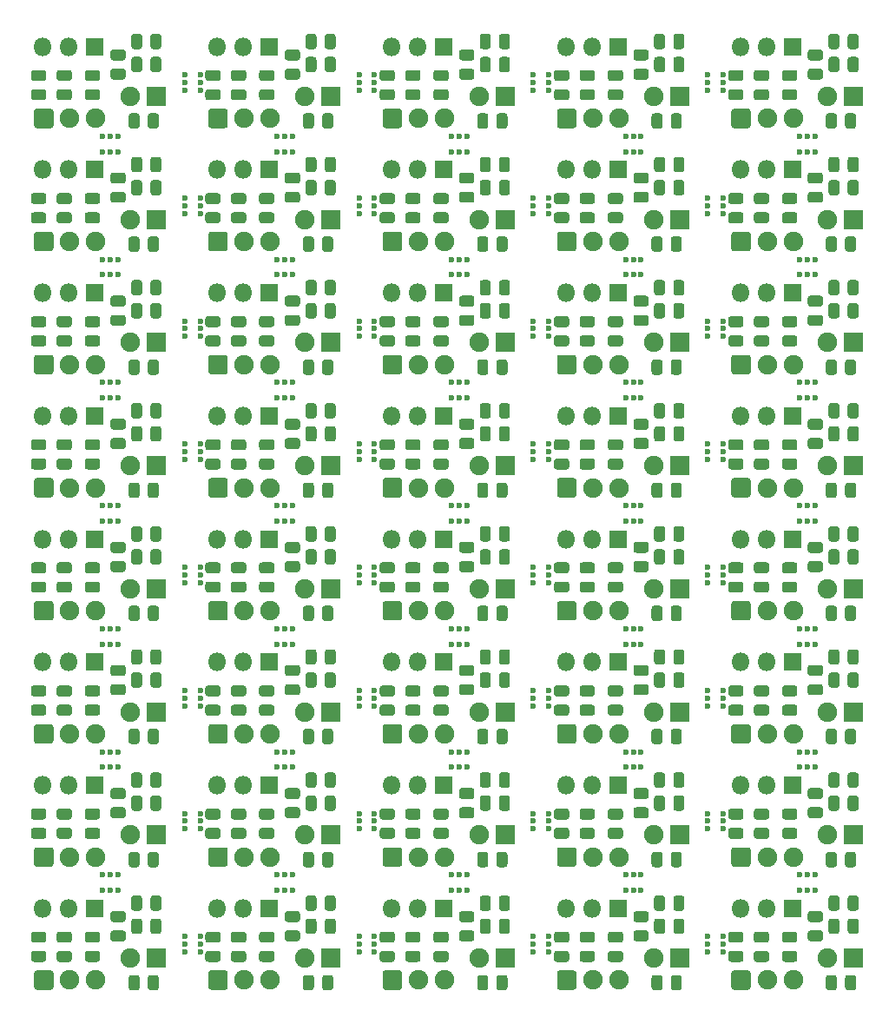
<source format=gbr>
%TF.GenerationSoftware,KiCad,Pcbnew,(5.1.6)-1*%
%TF.CreationDate,2021-08-14T15:10:31+02:00*%
%TF.ProjectId,proxima_panel,70726f78-696d-4615-9f70-616e656c2e6b,rev?*%
%TF.SameCoordinates,Original*%
%TF.FileFunction,Soldermask,Bot*%
%TF.FilePolarity,Negative*%
%FSLAX46Y46*%
G04 Gerber Fmt 4.6, Leading zero omitted, Abs format (unit mm)*
G04 Created by KiCad (PCBNEW (5.1.6)-1) date 2021-08-14 15:10:31*
%MOMM*%
%LPD*%
G01*
G04 APERTURE LIST*
%ADD10C,0.600000*%
%ADD11C,1.900000*%
%ADD12R,1.800000X1.800000*%
%ADD13O,1.800000X1.800000*%
%ADD14R,1.900000X1.900000*%
G04 APERTURE END LIST*
D10*
%TO.C,mouse-bite-2mm-slot*%
X208000000Y-179250000D03*
X208000000Y-180750000D03*
X208750000Y-179250000D03*
X207250000Y-179250000D03*
X207250000Y-180750000D03*
X208750000Y-180750000D03*
%TD*%
%TO.C,mouse-bite-2mm-slot*%
X191000000Y-179250000D03*
X191000000Y-180750000D03*
X191750000Y-179250000D03*
X190250000Y-179250000D03*
X190250000Y-180750000D03*
X191750000Y-180750000D03*
%TD*%
%TO.C,mouse-bite-2mm-slot*%
X174000000Y-179250000D03*
X174000000Y-180750000D03*
X174750000Y-179250000D03*
X173250000Y-179250000D03*
X173250000Y-180750000D03*
X174750000Y-180750000D03*
%TD*%
%TO.C,mouse-bite-2mm-slot*%
X157000000Y-179250000D03*
X157000000Y-180750000D03*
X157750000Y-179250000D03*
X156250000Y-179250000D03*
X156250000Y-180750000D03*
X157750000Y-180750000D03*
%TD*%
%TO.C,mouse-bite-2mm-slot*%
X140000000Y-179250000D03*
X140000000Y-180750000D03*
X140750000Y-179250000D03*
X139250000Y-179250000D03*
X139250000Y-180750000D03*
X140750000Y-180750000D03*
%TD*%
%TO.C,mouse-bite-2mm-slot*%
X208000000Y-167250000D03*
X208000000Y-168750000D03*
X208750000Y-167250000D03*
X207250000Y-167250000D03*
X207250000Y-168750000D03*
X208750000Y-168750000D03*
%TD*%
%TO.C,mouse-bite-2mm-slot*%
X191000000Y-167250000D03*
X191000000Y-168750000D03*
X191750000Y-167250000D03*
X190250000Y-167250000D03*
X190250000Y-168750000D03*
X191750000Y-168750000D03*
%TD*%
%TO.C,mouse-bite-2mm-slot*%
X174000000Y-167250000D03*
X174000000Y-168750000D03*
X174750000Y-167250000D03*
X173250000Y-167250000D03*
X173250000Y-168750000D03*
X174750000Y-168750000D03*
%TD*%
%TO.C,mouse-bite-2mm-slot*%
X157000000Y-167250000D03*
X157000000Y-168750000D03*
X157750000Y-167250000D03*
X156250000Y-167250000D03*
X156250000Y-168750000D03*
X157750000Y-168750000D03*
%TD*%
%TO.C,mouse-bite-2mm-slot*%
X140000000Y-167250000D03*
X140000000Y-168750000D03*
X140750000Y-167250000D03*
X139250000Y-167250000D03*
X139250000Y-168750000D03*
X140750000Y-168750000D03*
%TD*%
%TO.C,mouse-bite-2mm-slot*%
X208000000Y-155250000D03*
X208000000Y-156750000D03*
X208750000Y-155250000D03*
X207250000Y-155250000D03*
X207250000Y-156750000D03*
X208750000Y-156750000D03*
%TD*%
%TO.C,mouse-bite-2mm-slot*%
X191000000Y-155250000D03*
X191000000Y-156750000D03*
X191750000Y-155250000D03*
X190250000Y-155250000D03*
X190250000Y-156750000D03*
X191750000Y-156750000D03*
%TD*%
%TO.C,mouse-bite-2mm-slot*%
X174000000Y-155250000D03*
X174000000Y-156750000D03*
X174750000Y-155250000D03*
X173250000Y-155250000D03*
X173250000Y-156750000D03*
X174750000Y-156750000D03*
%TD*%
%TO.C,mouse-bite-2mm-slot*%
X157000000Y-155250000D03*
X157000000Y-156750000D03*
X157750000Y-155250000D03*
X156250000Y-155250000D03*
X156250000Y-156750000D03*
X157750000Y-156750000D03*
%TD*%
%TO.C,mouse-bite-2mm-slot*%
X140000000Y-155250000D03*
X140000000Y-156750000D03*
X140750000Y-155250000D03*
X139250000Y-155250000D03*
X139250000Y-156750000D03*
X140750000Y-156750000D03*
%TD*%
%TO.C,mouse-bite-2mm-slot*%
X208000000Y-143250000D03*
X208000000Y-144750000D03*
X208750000Y-143250000D03*
X207250000Y-143250000D03*
X207250000Y-144750000D03*
X208750000Y-144750000D03*
%TD*%
%TO.C,mouse-bite-2mm-slot*%
X191000000Y-143250000D03*
X191000000Y-144750000D03*
X191750000Y-143250000D03*
X190250000Y-143250000D03*
X190250000Y-144750000D03*
X191750000Y-144750000D03*
%TD*%
%TO.C,mouse-bite-2mm-slot*%
X174000000Y-143250000D03*
X174000000Y-144750000D03*
X174750000Y-143250000D03*
X173250000Y-143250000D03*
X173250000Y-144750000D03*
X174750000Y-144750000D03*
%TD*%
%TO.C,mouse-bite-2mm-slot*%
X157000000Y-143250000D03*
X157000000Y-144750000D03*
X157750000Y-143250000D03*
X156250000Y-143250000D03*
X156250000Y-144750000D03*
X157750000Y-144750000D03*
%TD*%
%TO.C,mouse-bite-2mm-slot*%
X140000000Y-143250000D03*
X140000000Y-144750000D03*
X140750000Y-143250000D03*
X139250000Y-143250000D03*
X139250000Y-144750000D03*
X140750000Y-144750000D03*
%TD*%
%TO.C,mouse-bite-2mm-slot*%
X208000000Y-131250000D03*
X208000000Y-132750000D03*
X208750000Y-131250000D03*
X207250000Y-131250000D03*
X207250000Y-132750000D03*
X208750000Y-132750000D03*
%TD*%
%TO.C,mouse-bite-2mm-slot*%
X191000000Y-131250000D03*
X191000000Y-132750000D03*
X191750000Y-131250000D03*
X190250000Y-131250000D03*
X190250000Y-132750000D03*
X191750000Y-132750000D03*
%TD*%
%TO.C,mouse-bite-2mm-slot*%
X174000000Y-131250000D03*
X174000000Y-132750000D03*
X174750000Y-131250000D03*
X173250000Y-131250000D03*
X173250000Y-132750000D03*
X174750000Y-132750000D03*
%TD*%
%TO.C,mouse-bite-2mm-slot*%
X157000000Y-131250000D03*
X157000000Y-132750000D03*
X157750000Y-131250000D03*
X156250000Y-131250000D03*
X156250000Y-132750000D03*
X157750000Y-132750000D03*
%TD*%
%TO.C,mouse-bite-2mm-slot*%
X140000000Y-131250000D03*
X140000000Y-132750000D03*
X140750000Y-131250000D03*
X139250000Y-131250000D03*
X139250000Y-132750000D03*
X140750000Y-132750000D03*
%TD*%
%TO.C,mouse-bite-2mm-slot*%
X208000000Y-119250000D03*
X208000000Y-120750000D03*
X208750000Y-119250000D03*
X207250000Y-119250000D03*
X207250000Y-120750000D03*
X208750000Y-120750000D03*
%TD*%
%TO.C,mouse-bite-2mm-slot*%
X191000000Y-119250000D03*
X191000000Y-120750000D03*
X191750000Y-119250000D03*
X190250000Y-119250000D03*
X190250000Y-120750000D03*
X191750000Y-120750000D03*
%TD*%
%TO.C,mouse-bite-2mm-slot*%
X174000000Y-119250000D03*
X174000000Y-120750000D03*
X174750000Y-119250000D03*
X173250000Y-119250000D03*
X173250000Y-120750000D03*
X174750000Y-120750000D03*
%TD*%
%TO.C,mouse-bite-2mm-slot*%
X157000000Y-119250000D03*
X157000000Y-120750000D03*
X157750000Y-119250000D03*
X156250000Y-119250000D03*
X156250000Y-120750000D03*
X157750000Y-120750000D03*
%TD*%
%TO.C,mouse-bite-2mm-slot*%
X140000000Y-119250000D03*
X140000000Y-120750000D03*
X140750000Y-119250000D03*
X139250000Y-119250000D03*
X139250000Y-120750000D03*
X140750000Y-120750000D03*
%TD*%
%TO.C,mouse-bite-2mm-slot*%
X208000000Y-107250000D03*
X208000000Y-108750000D03*
X208750000Y-107250000D03*
X207250000Y-107250000D03*
X207250000Y-108750000D03*
X208750000Y-108750000D03*
%TD*%
%TO.C,mouse-bite-2mm-slot*%
X191000000Y-107250000D03*
X191000000Y-108750000D03*
X191750000Y-107250000D03*
X190250000Y-107250000D03*
X190250000Y-108750000D03*
X191750000Y-108750000D03*
%TD*%
%TO.C,mouse-bite-2mm-slot*%
X174000000Y-107250000D03*
X174000000Y-108750000D03*
X174750000Y-107250000D03*
X173250000Y-107250000D03*
X173250000Y-108750000D03*
X174750000Y-108750000D03*
%TD*%
%TO.C,mouse-bite-2mm-slot*%
X157000000Y-107250000D03*
X157000000Y-108750000D03*
X157750000Y-107250000D03*
X156250000Y-107250000D03*
X156250000Y-108750000D03*
X157750000Y-108750000D03*
%TD*%
%TO.C,mouse-bite-2mm-slot*%
X140000000Y-107250000D03*
X140000000Y-108750000D03*
X140750000Y-107250000D03*
X139250000Y-107250000D03*
X139250000Y-108750000D03*
X140750000Y-108750000D03*
%TD*%
%TO.C,mouse-bite-2mm-slot*%
X199750000Y-186000000D03*
X198250000Y-186000000D03*
X199750000Y-186750000D03*
X199750000Y-185250000D03*
X198250000Y-185250000D03*
X198250000Y-186750000D03*
%TD*%
%TO.C,mouse-bite-2mm-slot*%
X182750000Y-186000000D03*
X181250000Y-186000000D03*
X182750000Y-186750000D03*
X182750000Y-185250000D03*
X181250000Y-185250000D03*
X181250000Y-186750000D03*
%TD*%
%TO.C,mouse-bite-2mm-slot*%
X165750000Y-186000000D03*
X164250000Y-186000000D03*
X165750000Y-186750000D03*
X165750000Y-185250000D03*
X164250000Y-185250000D03*
X164250000Y-186750000D03*
%TD*%
%TO.C,mouse-bite-2mm-slot*%
X148750000Y-186000000D03*
X147250000Y-186000000D03*
X148750000Y-186750000D03*
X148750000Y-185250000D03*
X147250000Y-185250000D03*
X147250000Y-186750000D03*
%TD*%
%TO.C,mouse-bite-2mm-slot*%
X199750000Y-174000000D03*
X198250000Y-174000000D03*
X199750000Y-174750000D03*
X199750000Y-173250000D03*
X198250000Y-173250000D03*
X198250000Y-174750000D03*
%TD*%
%TO.C,mouse-bite-2mm-slot*%
X182750000Y-174000000D03*
X181250000Y-174000000D03*
X182750000Y-174750000D03*
X182750000Y-173250000D03*
X181250000Y-173250000D03*
X181250000Y-174750000D03*
%TD*%
%TO.C,mouse-bite-2mm-slot*%
X165750000Y-174000000D03*
X164250000Y-174000000D03*
X165750000Y-174750000D03*
X165750000Y-173250000D03*
X164250000Y-173250000D03*
X164250000Y-174750000D03*
%TD*%
%TO.C,mouse-bite-2mm-slot*%
X148750000Y-174000000D03*
X147250000Y-174000000D03*
X148750000Y-174750000D03*
X148750000Y-173250000D03*
X147250000Y-173250000D03*
X147250000Y-174750000D03*
%TD*%
%TO.C,mouse-bite-2mm-slot*%
X199750000Y-162000000D03*
X198250000Y-162000000D03*
X199750000Y-162750000D03*
X199750000Y-161250000D03*
X198250000Y-161250000D03*
X198250000Y-162750000D03*
%TD*%
%TO.C,mouse-bite-2mm-slot*%
X182750000Y-162000000D03*
X181250000Y-162000000D03*
X182750000Y-162750000D03*
X182750000Y-161250000D03*
X181250000Y-161250000D03*
X181250000Y-162750000D03*
%TD*%
%TO.C,mouse-bite-2mm-slot*%
X165750000Y-162000000D03*
X164250000Y-162000000D03*
X165750000Y-162750000D03*
X165750000Y-161250000D03*
X164250000Y-161250000D03*
X164250000Y-162750000D03*
%TD*%
%TO.C,mouse-bite-2mm-slot*%
X148750000Y-162000000D03*
X147250000Y-162000000D03*
X148750000Y-162750000D03*
X148750000Y-161250000D03*
X147250000Y-161250000D03*
X147250000Y-162750000D03*
%TD*%
%TO.C,mouse-bite-2mm-slot*%
X199750000Y-150000000D03*
X198250000Y-150000000D03*
X199750000Y-150750000D03*
X199750000Y-149250000D03*
X198250000Y-149250000D03*
X198250000Y-150750000D03*
%TD*%
%TO.C,mouse-bite-2mm-slot*%
X182750000Y-150000000D03*
X181250000Y-150000000D03*
X182750000Y-150750000D03*
X182750000Y-149250000D03*
X181250000Y-149250000D03*
X181250000Y-150750000D03*
%TD*%
%TO.C,mouse-bite-2mm-slot*%
X165750000Y-150000000D03*
X164250000Y-150000000D03*
X165750000Y-150750000D03*
X165750000Y-149250000D03*
X164250000Y-149250000D03*
X164250000Y-150750000D03*
%TD*%
%TO.C,mouse-bite-2mm-slot*%
X148750000Y-150000000D03*
X147250000Y-150000000D03*
X148750000Y-150750000D03*
X148750000Y-149250000D03*
X147250000Y-149250000D03*
X147250000Y-150750000D03*
%TD*%
%TO.C,mouse-bite-2mm-slot*%
X199750000Y-138000000D03*
X198250000Y-138000000D03*
X199750000Y-138750000D03*
X199750000Y-137250000D03*
X198250000Y-137250000D03*
X198250000Y-138750000D03*
%TD*%
%TO.C,mouse-bite-2mm-slot*%
X182750000Y-138000000D03*
X181250000Y-138000000D03*
X182750000Y-138750000D03*
X182750000Y-137250000D03*
X181250000Y-137250000D03*
X181250000Y-138750000D03*
%TD*%
%TO.C,mouse-bite-2mm-slot*%
X165750000Y-138000000D03*
X164250000Y-138000000D03*
X165750000Y-138750000D03*
X165750000Y-137250000D03*
X164250000Y-137250000D03*
X164250000Y-138750000D03*
%TD*%
%TO.C,mouse-bite-2mm-slot*%
X148750000Y-138000000D03*
X147250000Y-138000000D03*
X148750000Y-138750000D03*
X148750000Y-137250000D03*
X147250000Y-137250000D03*
X147250000Y-138750000D03*
%TD*%
%TO.C,mouse-bite-2mm-slot*%
X199750000Y-126000000D03*
X198250000Y-126000000D03*
X199750000Y-126750000D03*
X199750000Y-125250000D03*
X198250000Y-125250000D03*
X198250000Y-126750000D03*
%TD*%
%TO.C,mouse-bite-2mm-slot*%
X182750000Y-126000000D03*
X181250000Y-126000000D03*
X182750000Y-126750000D03*
X182750000Y-125250000D03*
X181250000Y-125250000D03*
X181250000Y-126750000D03*
%TD*%
%TO.C,mouse-bite-2mm-slot*%
X165750000Y-126000000D03*
X164250000Y-126000000D03*
X165750000Y-126750000D03*
X165750000Y-125250000D03*
X164250000Y-125250000D03*
X164250000Y-126750000D03*
%TD*%
%TO.C,mouse-bite-2mm-slot*%
X148750000Y-126000000D03*
X147250000Y-126000000D03*
X148750000Y-126750000D03*
X148750000Y-125250000D03*
X147250000Y-125250000D03*
X147250000Y-126750000D03*
%TD*%
%TO.C,mouse-bite-2mm-slot*%
X199750000Y-114000000D03*
X198250000Y-114000000D03*
X199750000Y-114750000D03*
X199750000Y-113250000D03*
X198250000Y-113250000D03*
X198250000Y-114750000D03*
%TD*%
%TO.C,mouse-bite-2mm-slot*%
X182750000Y-114000000D03*
X181250000Y-114000000D03*
X182750000Y-114750000D03*
X182750000Y-113250000D03*
X181250000Y-113250000D03*
X181250000Y-114750000D03*
%TD*%
%TO.C,mouse-bite-2mm-slot*%
X165750000Y-114000000D03*
X164250000Y-114000000D03*
X165750000Y-114750000D03*
X165750000Y-113250000D03*
X164250000Y-113250000D03*
X164250000Y-114750000D03*
%TD*%
%TO.C,mouse-bite-2mm-slot*%
X148750000Y-114000000D03*
X147250000Y-114000000D03*
X148750000Y-114750000D03*
X148750000Y-113250000D03*
X147250000Y-113250000D03*
X147250000Y-114750000D03*
%TD*%
%TO.C,mouse-bite-2mm-slot*%
X199750000Y-102000000D03*
X198250000Y-102000000D03*
X199750000Y-102750000D03*
X199750000Y-101250000D03*
X198250000Y-101250000D03*
X198250000Y-102750000D03*
%TD*%
%TO.C,mouse-bite-2mm-slot*%
X182750000Y-102000000D03*
X181250000Y-102000000D03*
X182750000Y-102750000D03*
X182750000Y-101250000D03*
X181250000Y-101250000D03*
X181250000Y-102750000D03*
%TD*%
%TO.C,mouse-bite-2mm-slot*%
X165750000Y-102000000D03*
X164250000Y-102000000D03*
X165750000Y-102750000D03*
X165750000Y-101250000D03*
X164250000Y-101250000D03*
X164250000Y-102750000D03*
%TD*%
%TO.C,mouse-bite-2mm-slot*%
X148750000Y-102000000D03*
X147250000Y-102000000D03*
X148750000Y-102750000D03*
X148750000Y-101250000D03*
X147250000Y-101250000D03*
X147250000Y-102750000D03*
%TD*%
%TO.C,R5*%
G36*
G01*
X206731250Y-185850000D02*
X205768750Y-185850000D01*
G75*
G02*
X205500000Y-185581250I0J268750D01*
G01*
X205500000Y-185043750D01*
G75*
G02*
X205768750Y-184775000I268750J0D01*
G01*
X206731250Y-184775000D01*
G75*
G02*
X207000000Y-185043750I0J-268750D01*
G01*
X207000000Y-185581250D01*
G75*
G02*
X206731250Y-185850000I-268750J0D01*
G01*
G37*
G36*
G01*
X206731250Y-187725000D02*
X205768750Y-187725000D01*
G75*
G02*
X205500000Y-187456250I0J268750D01*
G01*
X205500000Y-186918750D01*
G75*
G02*
X205768750Y-186650000I268750J0D01*
G01*
X206731250Y-186650000D01*
G75*
G02*
X207000000Y-186918750I0J-268750D01*
G01*
X207000000Y-187456250D01*
G75*
G02*
X206731250Y-187725000I-268750J0D01*
G01*
G37*
%TD*%
%TO.C,R5*%
G36*
G01*
X189731250Y-185850000D02*
X188768750Y-185850000D01*
G75*
G02*
X188500000Y-185581250I0J268750D01*
G01*
X188500000Y-185043750D01*
G75*
G02*
X188768750Y-184775000I268750J0D01*
G01*
X189731250Y-184775000D01*
G75*
G02*
X190000000Y-185043750I0J-268750D01*
G01*
X190000000Y-185581250D01*
G75*
G02*
X189731250Y-185850000I-268750J0D01*
G01*
G37*
G36*
G01*
X189731250Y-187725000D02*
X188768750Y-187725000D01*
G75*
G02*
X188500000Y-187456250I0J268750D01*
G01*
X188500000Y-186918750D01*
G75*
G02*
X188768750Y-186650000I268750J0D01*
G01*
X189731250Y-186650000D01*
G75*
G02*
X190000000Y-186918750I0J-268750D01*
G01*
X190000000Y-187456250D01*
G75*
G02*
X189731250Y-187725000I-268750J0D01*
G01*
G37*
%TD*%
%TO.C,R5*%
G36*
G01*
X172731250Y-185850000D02*
X171768750Y-185850000D01*
G75*
G02*
X171500000Y-185581250I0J268750D01*
G01*
X171500000Y-185043750D01*
G75*
G02*
X171768750Y-184775000I268750J0D01*
G01*
X172731250Y-184775000D01*
G75*
G02*
X173000000Y-185043750I0J-268750D01*
G01*
X173000000Y-185581250D01*
G75*
G02*
X172731250Y-185850000I-268750J0D01*
G01*
G37*
G36*
G01*
X172731250Y-187725000D02*
X171768750Y-187725000D01*
G75*
G02*
X171500000Y-187456250I0J268750D01*
G01*
X171500000Y-186918750D01*
G75*
G02*
X171768750Y-186650000I268750J0D01*
G01*
X172731250Y-186650000D01*
G75*
G02*
X173000000Y-186918750I0J-268750D01*
G01*
X173000000Y-187456250D01*
G75*
G02*
X172731250Y-187725000I-268750J0D01*
G01*
G37*
%TD*%
%TO.C,R5*%
G36*
G01*
X155731250Y-185850000D02*
X154768750Y-185850000D01*
G75*
G02*
X154500000Y-185581250I0J268750D01*
G01*
X154500000Y-185043750D01*
G75*
G02*
X154768750Y-184775000I268750J0D01*
G01*
X155731250Y-184775000D01*
G75*
G02*
X156000000Y-185043750I0J-268750D01*
G01*
X156000000Y-185581250D01*
G75*
G02*
X155731250Y-185850000I-268750J0D01*
G01*
G37*
G36*
G01*
X155731250Y-187725000D02*
X154768750Y-187725000D01*
G75*
G02*
X154500000Y-187456250I0J268750D01*
G01*
X154500000Y-186918750D01*
G75*
G02*
X154768750Y-186650000I268750J0D01*
G01*
X155731250Y-186650000D01*
G75*
G02*
X156000000Y-186918750I0J-268750D01*
G01*
X156000000Y-187456250D01*
G75*
G02*
X155731250Y-187725000I-268750J0D01*
G01*
G37*
%TD*%
%TO.C,R5*%
G36*
G01*
X138731250Y-185850000D02*
X137768750Y-185850000D01*
G75*
G02*
X137500000Y-185581250I0J268750D01*
G01*
X137500000Y-185043750D01*
G75*
G02*
X137768750Y-184775000I268750J0D01*
G01*
X138731250Y-184775000D01*
G75*
G02*
X139000000Y-185043750I0J-268750D01*
G01*
X139000000Y-185581250D01*
G75*
G02*
X138731250Y-185850000I-268750J0D01*
G01*
G37*
G36*
G01*
X138731250Y-187725000D02*
X137768750Y-187725000D01*
G75*
G02*
X137500000Y-187456250I0J268750D01*
G01*
X137500000Y-186918750D01*
G75*
G02*
X137768750Y-186650000I268750J0D01*
G01*
X138731250Y-186650000D01*
G75*
G02*
X139000000Y-186918750I0J-268750D01*
G01*
X139000000Y-187456250D01*
G75*
G02*
X138731250Y-187725000I-268750J0D01*
G01*
G37*
%TD*%
%TO.C,R5*%
G36*
G01*
X206731250Y-173850000D02*
X205768750Y-173850000D01*
G75*
G02*
X205500000Y-173581250I0J268750D01*
G01*
X205500000Y-173043750D01*
G75*
G02*
X205768750Y-172775000I268750J0D01*
G01*
X206731250Y-172775000D01*
G75*
G02*
X207000000Y-173043750I0J-268750D01*
G01*
X207000000Y-173581250D01*
G75*
G02*
X206731250Y-173850000I-268750J0D01*
G01*
G37*
G36*
G01*
X206731250Y-175725000D02*
X205768750Y-175725000D01*
G75*
G02*
X205500000Y-175456250I0J268750D01*
G01*
X205500000Y-174918750D01*
G75*
G02*
X205768750Y-174650000I268750J0D01*
G01*
X206731250Y-174650000D01*
G75*
G02*
X207000000Y-174918750I0J-268750D01*
G01*
X207000000Y-175456250D01*
G75*
G02*
X206731250Y-175725000I-268750J0D01*
G01*
G37*
%TD*%
%TO.C,R5*%
G36*
G01*
X189731250Y-173850000D02*
X188768750Y-173850000D01*
G75*
G02*
X188500000Y-173581250I0J268750D01*
G01*
X188500000Y-173043750D01*
G75*
G02*
X188768750Y-172775000I268750J0D01*
G01*
X189731250Y-172775000D01*
G75*
G02*
X190000000Y-173043750I0J-268750D01*
G01*
X190000000Y-173581250D01*
G75*
G02*
X189731250Y-173850000I-268750J0D01*
G01*
G37*
G36*
G01*
X189731250Y-175725000D02*
X188768750Y-175725000D01*
G75*
G02*
X188500000Y-175456250I0J268750D01*
G01*
X188500000Y-174918750D01*
G75*
G02*
X188768750Y-174650000I268750J0D01*
G01*
X189731250Y-174650000D01*
G75*
G02*
X190000000Y-174918750I0J-268750D01*
G01*
X190000000Y-175456250D01*
G75*
G02*
X189731250Y-175725000I-268750J0D01*
G01*
G37*
%TD*%
%TO.C,R5*%
G36*
G01*
X172731250Y-173850000D02*
X171768750Y-173850000D01*
G75*
G02*
X171500000Y-173581250I0J268750D01*
G01*
X171500000Y-173043750D01*
G75*
G02*
X171768750Y-172775000I268750J0D01*
G01*
X172731250Y-172775000D01*
G75*
G02*
X173000000Y-173043750I0J-268750D01*
G01*
X173000000Y-173581250D01*
G75*
G02*
X172731250Y-173850000I-268750J0D01*
G01*
G37*
G36*
G01*
X172731250Y-175725000D02*
X171768750Y-175725000D01*
G75*
G02*
X171500000Y-175456250I0J268750D01*
G01*
X171500000Y-174918750D01*
G75*
G02*
X171768750Y-174650000I268750J0D01*
G01*
X172731250Y-174650000D01*
G75*
G02*
X173000000Y-174918750I0J-268750D01*
G01*
X173000000Y-175456250D01*
G75*
G02*
X172731250Y-175725000I-268750J0D01*
G01*
G37*
%TD*%
%TO.C,R5*%
G36*
G01*
X155731250Y-173850000D02*
X154768750Y-173850000D01*
G75*
G02*
X154500000Y-173581250I0J268750D01*
G01*
X154500000Y-173043750D01*
G75*
G02*
X154768750Y-172775000I268750J0D01*
G01*
X155731250Y-172775000D01*
G75*
G02*
X156000000Y-173043750I0J-268750D01*
G01*
X156000000Y-173581250D01*
G75*
G02*
X155731250Y-173850000I-268750J0D01*
G01*
G37*
G36*
G01*
X155731250Y-175725000D02*
X154768750Y-175725000D01*
G75*
G02*
X154500000Y-175456250I0J268750D01*
G01*
X154500000Y-174918750D01*
G75*
G02*
X154768750Y-174650000I268750J0D01*
G01*
X155731250Y-174650000D01*
G75*
G02*
X156000000Y-174918750I0J-268750D01*
G01*
X156000000Y-175456250D01*
G75*
G02*
X155731250Y-175725000I-268750J0D01*
G01*
G37*
%TD*%
%TO.C,R5*%
G36*
G01*
X138731250Y-173850000D02*
X137768750Y-173850000D01*
G75*
G02*
X137500000Y-173581250I0J268750D01*
G01*
X137500000Y-173043750D01*
G75*
G02*
X137768750Y-172775000I268750J0D01*
G01*
X138731250Y-172775000D01*
G75*
G02*
X139000000Y-173043750I0J-268750D01*
G01*
X139000000Y-173581250D01*
G75*
G02*
X138731250Y-173850000I-268750J0D01*
G01*
G37*
G36*
G01*
X138731250Y-175725000D02*
X137768750Y-175725000D01*
G75*
G02*
X137500000Y-175456250I0J268750D01*
G01*
X137500000Y-174918750D01*
G75*
G02*
X137768750Y-174650000I268750J0D01*
G01*
X138731250Y-174650000D01*
G75*
G02*
X139000000Y-174918750I0J-268750D01*
G01*
X139000000Y-175456250D01*
G75*
G02*
X138731250Y-175725000I-268750J0D01*
G01*
G37*
%TD*%
%TO.C,R5*%
G36*
G01*
X206731250Y-161850000D02*
X205768750Y-161850000D01*
G75*
G02*
X205500000Y-161581250I0J268750D01*
G01*
X205500000Y-161043750D01*
G75*
G02*
X205768750Y-160775000I268750J0D01*
G01*
X206731250Y-160775000D01*
G75*
G02*
X207000000Y-161043750I0J-268750D01*
G01*
X207000000Y-161581250D01*
G75*
G02*
X206731250Y-161850000I-268750J0D01*
G01*
G37*
G36*
G01*
X206731250Y-163725000D02*
X205768750Y-163725000D01*
G75*
G02*
X205500000Y-163456250I0J268750D01*
G01*
X205500000Y-162918750D01*
G75*
G02*
X205768750Y-162650000I268750J0D01*
G01*
X206731250Y-162650000D01*
G75*
G02*
X207000000Y-162918750I0J-268750D01*
G01*
X207000000Y-163456250D01*
G75*
G02*
X206731250Y-163725000I-268750J0D01*
G01*
G37*
%TD*%
%TO.C,R5*%
G36*
G01*
X189731250Y-161850000D02*
X188768750Y-161850000D01*
G75*
G02*
X188500000Y-161581250I0J268750D01*
G01*
X188500000Y-161043750D01*
G75*
G02*
X188768750Y-160775000I268750J0D01*
G01*
X189731250Y-160775000D01*
G75*
G02*
X190000000Y-161043750I0J-268750D01*
G01*
X190000000Y-161581250D01*
G75*
G02*
X189731250Y-161850000I-268750J0D01*
G01*
G37*
G36*
G01*
X189731250Y-163725000D02*
X188768750Y-163725000D01*
G75*
G02*
X188500000Y-163456250I0J268750D01*
G01*
X188500000Y-162918750D01*
G75*
G02*
X188768750Y-162650000I268750J0D01*
G01*
X189731250Y-162650000D01*
G75*
G02*
X190000000Y-162918750I0J-268750D01*
G01*
X190000000Y-163456250D01*
G75*
G02*
X189731250Y-163725000I-268750J0D01*
G01*
G37*
%TD*%
%TO.C,R5*%
G36*
G01*
X172731250Y-161850000D02*
X171768750Y-161850000D01*
G75*
G02*
X171500000Y-161581250I0J268750D01*
G01*
X171500000Y-161043750D01*
G75*
G02*
X171768750Y-160775000I268750J0D01*
G01*
X172731250Y-160775000D01*
G75*
G02*
X173000000Y-161043750I0J-268750D01*
G01*
X173000000Y-161581250D01*
G75*
G02*
X172731250Y-161850000I-268750J0D01*
G01*
G37*
G36*
G01*
X172731250Y-163725000D02*
X171768750Y-163725000D01*
G75*
G02*
X171500000Y-163456250I0J268750D01*
G01*
X171500000Y-162918750D01*
G75*
G02*
X171768750Y-162650000I268750J0D01*
G01*
X172731250Y-162650000D01*
G75*
G02*
X173000000Y-162918750I0J-268750D01*
G01*
X173000000Y-163456250D01*
G75*
G02*
X172731250Y-163725000I-268750J0D01*
G01*
G37*
%TD*%
%TO.C,R5*%
G36*
G01*
X155731250Y-161850000D02*
X154768750Y-161850000D01*
G75*
G02*
X154500000Y-161581250I0J268750D01*
G01*
X154500000Y-161043750D01*
G75*
G02*
X154768750Y-160775000I268750J0D01*
G01*
X155731250Y-160775000D01*
G75*
G02*
X156000000Y-161043750I0J-268750D01*
G01*
X156000000Y-161581250D01*
G75*
G02*
X155731250Y-161850000I-268750J0D01*
G01*
G37*
G36*
G01*
X155731250Y-163725000D02*
X154768750Y-163725000D01*
G75*
G02*
X154500000Y-163456250I0J268750D01*
G01*
X154500000Y-162918750D01*
G75*
G02*
X154768750Y-162650000I268750J0D01*
G01*
X155731250Y-162650000D01*
G75*
G02*
X156000000Y-162918750I0J-268750D01*
G01*
X156000000Y-163456250D01*
G75*
G02*
X155731250Y-163725000I-268750J0D01*
G01*
G37*
%TD*%
%TO.C,R5*%
G36*
G01*
X138731250Y-161850000D02*
X137768750Y-161850000D01*
G75*
G02*
X137500000Y-161581250I0J268750D01*
G01*
X137500000Y-161043750D01*
G75*
G02*
X137768750Y-160775000I268750J0D01*
G01*
X138731250Y-160775000D01*
G75*
G02*
X139000000Y-161043750I0J-268750D01*
G01*
X139000000Y-161581250D01*
G75*
G02*
X138731250Y-161850000I-268750J0D01*
G01*
G37*
G36*
G01*
X138731250Y-163725000D02*
X137768750Y-163725000D01*
G75*
G02*
X137500000Y-163456250I0J268750D01*
G01*
X137500000Y-162918750D01*
G75*
G02*
X137768750Y-162650000I268750J0D01*
G01*
X138731250Y-162650000D01*
G75*
G02*
X139000000Y-162918750I0J-268750D01*
G01*
X139000000Y-163456250D01*
G75*
G02*
X138731250Y-163725000I-268750J0D01*
G01*
G37*
%TD*%
%TO.C,R5*%
G36*
G01*
X206731250Y-149850000D02*
X205768750Y-149850000D01*
G75*
G02*
X205500000Y-149581250I0J268750D01*
G01*
X205500000Y-149043750D01*
G75*
G02*
X205768750Y-148775000I268750J0D01*
G01*
X206731250Y-148775000D01*
G75*
G02*
X207000000Y-149043750I0J-268750D01*
G01*
X207000000Y-149581250D01*
G75*
G02*
X206731250Y-149850000I-268750J0D01*
G01*
G37*
G36*
G01*
X206731250Y-151725000D02*
X205768750Y-151725000D01*
G75*
G02*
X205500000Y-151456250I0J268750D01*
G01*
X205500000Y-150918750D01*
G75*
G02*
X205768750Y-150650000I268750J0D01*
G01*
X206731250Y-150650000D01*
G75*
G02*
X207000000Y-150918750I0J-268750D01*
G01*
X207000000Y-151456250D01*
G75*
G02*
X206731250Y-151725000I-268750J0D01*
G01*
G37*
%TD*%
%TO.C,R5*%
G36*
G01*
X189731250Y-149850000D02*
X188768750Y-149850000D01*
G75*
G02*
X188500000Y-149581250I0J268750D01*
G01*
X188500000Y-149043750D01*
G75*
G02*
X188768750Y-148775000I268750J0D01*
G01*
X189731250Y-148775000D01*
G75*
G02*
X190000000Y-149043750I0J-268750D01*
G01*
X190000000Y-149581250D01*
G75*
G02*
X189731250Y-149850000I-268750J0D01*
G01*
G37*
G36*
G01*
X189731250Y-151725000D02*
X188768750Y-151725000D01*
G75*
G02*
X188500000Y-151456250I0J268750D01*
G01*
X188500000Y-150918750D01*
G75*
G02*
X188768750Y-150650000I268750J0D01*
G01*
X189731250Y-150650000D01*
G75*
G02*
X190000000Y-150918750I0J-268750D01*
G01*
X190000000Y-151456250D01*
G75*
G02*
X189731250Y-151725000I-268750J0D01*
G01*
G37*
%TD*%
%TO.C,R5*%
G36*
G01*
X172731250Y-149850000D02*
X171768750Y-149850000D01*
G75*
G02*
X171500000Y-149581250I0J268750D01*
G01*
X171500000Y-149043750D01*
G75*
G02*
X171768750Y-148775000I268750J0D01*
G01*
X172731250Y-148775000D01*
G75*
G02*
X173000000Y-149043750I0J-268750D01*
G01*
X173000000Y-149581250D01*
G75*
G02*
X172731250Y-149850000I-268750J0D01*
G01*
G37*
G36*
G01*
X172731250Y-151725000D02*
X171768750Y-151725000D01*
G75*
G02*
X171500000Y-151456250I0J268750D01*
G01*
X171500000Y-150918750D01*
G75*
G02*
X171768750Y-150650000I268750J0D01*
G01*
X172731250Y-150650000D01*
G75*
G02*
X173000000Y-150918750I0J-268750D01*
G01*
X173000000Y-151456250D01*
G75*
G02*
X172731250Y-151725000I-268750J0D01*
G01*
G37*
%TD*%
%TO.C,R5*%
G36*
G01*
X155731250Y-149850000D02*
X154768750Y-149850000D01*
G75*
G02*
X154500000Y-149581250I0J268750D01*
G01*
X154500000Y-149043750D01*
G75*
G02*
X154768750Y-148775000I268750J0D01*
G01*
X155731250Y-148775000D01*
G75*
G02*
X156000000Y-149043750I0J-268750D01*
G01*
X156000000Y-149581250D01*
G75*
G02*
X155731250Y-149850000I-268750J0D01*
G01*
G37*
G36*
G01*
X155731250Y-151725000D02*
X154768750Y-151725000D01*
G75*
G02*
X154500000Y-151456250I0J268750D01*
G01*
X154500000Y-150918750D01*
G75*
G02*
X154768750Y-150650000I268750J0D01*
G01*
X155731250Y-150650000D01*
G75*
G02*
X156000000Y-150918750I0J-268750D01*
G01*
X156000000Y-151456250D01*
G75*
G02*
X155731250Y-151725000I-268750J0D01*
G01*
G37*
%TD*%
%TO.C,R5*%
G36*
G01*
X138731250Y-149850000D02*
X137768750Y-149850000D01*
G75*
G02*
X137500000Y-149581250I0J268750D01*
G01*
X137500000Y-149043750D01*
G75*
G02*
X137768750Y-148775000I268750J0D01*
G01*
X138731250Y-148775000D01*
G75*
G02*
X139000000Y-149043750I0J-268750D01*
G01*
X139000000Y-149581250D01*
G75*
G02*
X138731250Y-149850000I-268750J0D01*
G01*
G37*
G36*
G01*
X138731250Y-151725000D02*
X137768750Y-151725000D01*
G75*
G02*
X137500000Y-151456250I0J268750D01*
G01*
X137500000Y-150918750D01*
G75*
G02*
X137768750Y-150650000I268750J0D01*
G01*
X138731250Y-150650000D01*
G75*
G02*
X139000000Y-150918750I0J-268750D01*
G01*
X139000000Y-151456250D01*
G75*
G02*
X138731250Y-151725000I-268750J0D01*
G01*
G37*
%TD*%
%TO.C,R5*%
G36*
G01*
X206731250Y-137850000D02*
X205768750Y-137850000D01*
G75*
G02*
X205500000Y-137581250I0J268750D01*
G01*
X205500000Y-137043750D01*
G75*
G02*
X205768750Y-136775000I268750J0D01*
G01*
X206731250Y-136775000D01*
G75*
G02*
X207000000Y-137043750I0J-268750D01*
G01*
X207000000Y-137581250D01*
G75*
G02*
X206731250Y-137850000I-268750J0D01*
G01*
G37*
G36*
G01*
X206731250Y-139725000D02*
X205768750Y-139725000D01*
G75*
G02*
X205500000Y-139456250I0J268750D01*
G01*
X205500000Y-138918750D01*
G75*
G02*
X205768750Y-138650000I268750J0D01*
G01*
X206731250Y-138650000D01*
G75*
G02*
X207000000Y-138918750I0J-268750D01*
G01*
X207000000Y-139456250D01*
G75*
G02*
X206731250Y-139725000I-268750J0D01*
G01*
G37*
%TD*%
%TO.C,R5*%
G36*
G01*
X189731250Y-137850000D02*
X188768750Y-137850000D01*
G75*
G02*
X188500000Y-137581250I0J268750D01*
G01*
X188500000Y-137043750D01*
G75*
G02*
X188768750Y-136775000I268750J0D01*
G01*
X189731250Y-136775000D01*
G75*
G02*
X190000000Y-137043750I0J-268750D01*
G01*
X190000000Y-137581250D01*
G75*
G02*
X189731250Y-137850000I-268750J0D01*
G01*
G37*
G36*
G01*
X189731250Y-139725000D02*
X188768750Y-139725000D01*
G75*
G02*
X188500000Y-139456250I0J268750D01*
G01*
X188500000Y-138918750D01*
G75*
G02*
X188768750Y-138650000I268750J0D01*
G01*
X189731250Y-138650000D01*
G75*
G02*
X190000000Y-138918750I0J-268750D01*
G01*
X190000000Y-139456250D01*
G75*
G02*
X189731250Y-139725000I-268750J0D01*
G01*
G37*
%TD*%
%TO.C,R5*%
G36*
G01*
X172731250Y-137850000D02*
X171768750Y-137850000D01*
G75*
G02*
X171500000Y-137581250I0J268750D01*
G01*
X171500000Y-137043750D01*
G75*
G02*
X171768750Y-136775000I268750J0D01*
G01*
X172731250Y-136775000D01*
G75*
G02*
X173000000Y-137043750I0J-268750D01*
G01*
X173000000Y-137581250D01*
G75*
G02*
X172731250Y-137850000I-268750J0D01*
G01*
G37*
G36*
G01*
X172731250Y-139725000D02*
X171768750Y-139725000D01*
G75*
G02*
X171500000Y-139456250I0J268750D01*
G01*
X171500000Y-138918750D01*
G75*
G02*
X171768750Y-138650000I268750J0D01*
G01*
X172731250Y-138650000D01*
G75*
G02*
X173000000Y-138918750I0J-268750D01*
G01*
X173000000Y-139456250D01*
G75*
G02*
X172731250Y-139725000I-268750J0D01*
G01*
G37*
%TD*%
%TO.C,R5*%
G36*
G01*
X155731250Y-137850000D02*
X154768750Y-137850000D01*
G75*
G02*
X154500000Y-137581250I0J268750D01*
G01*
X154500000Y-137043750D01*
G75*
G02*
X154768750Y-136775000I268750J0D01*
G01*
X155731250Y-136775000D01*
G75*
G02*
X156000000Y-137043750I0J-268750D01*
G01*
X156000000Y-137581250D01*
G75*
G02*
X155731250Y-137850000I-268750J0D01*
G01*
G37*
G36*
G01*
X155731250Y-139725000D02*
X154768750Y-139725000D01*
G75*
G02*
X154500000Y-139456250I0J268750D01*
G01*
X154500000Y-138918750D01*
G75*
G02*
X154768750Y-138650000I268750J0D01*
G01*
X155731250Y-138650000D01*
G75*
G02*
X156000000Y-138918750I0J-268750D01*
G01*
X156000000Y-139456250D01*
G75*
G02*
X155731250Y-139725000I-268750J0D01*
G01*
G37*
%TD*%
%TO.C,R5*%
G36*
G01*
X138731250Y-137850000D02*
X137768750Y-137850000D01*
G75*
G02*
X137500000Y-137581250I0J268750D01*
G01*
X137500000Y-137043750D01*
G75*
G02*
X137768750Y-136775000I268750J0D01*
G01*
X138731250Y-136775000D01*
G75*
G02*
X139000000Y-137043750I0J-268750D01*
G01*
X139000000Y-137581250D01*
G75*
G02*
X138731250Y-137850000I-268750J0D01*
G01*
G37*
G36*
G01*
X138731250Y-139725000D02*
X137768750Y-139725000D01*
G75*
G02*
X137500000Y-139456250I0J268750D01*
G01*
X137500000Y-138918750D01*
G75*
G02*
X137768750Y-138650000I268750J0D01*
G01*
X138731250Y-138650000D01*
G75*
G02*
X139000000Y-138918750I0J-268750D01*
G01*
X139000000Y-139456250D01*
G75*
G02*
X138731250Y-139725000I-268750J0D01*
G01*
G37*
%TD*%
%TO.C,R5*%
G36*
G01*
X206731250Y-125850000D02*
X205768750Y-125850000D01*
G75*
G02*
X205500000Y-125581250I0J268750D01*
G01*
X205500000Y-125043750D01*
G75*
G02*
X205768750Y-124775000I268750J0D01*
G01*
X206731250Y-124775000D01*
G75*
G02*
X207000000Y-125043750I0J-268750D01*
G01*
X207000000Y-125581250D01*
G75*
G02*
X206731250Y-125850000I-268750J0D01*
G01*
G37*
G36*
G01*
X206731250Y-127725000D02*
X205768750Y-127725000D01*
G75*
G02*
X205500000Y-127456250I0J268750D01*
G01*
X205500000Y-126918750D01*
G75*
G02*
X205768750Y-126650000I268750J0D01*
G01*
X206731250Y-126650000D01*
G75*
G02*
X207000000Y-126918750I0J-268750D01*
G01*
X207000000Y-127456250D01*
G75*
G02*
X206731250Y-127725000I-268750J0D01*
G01*
G37*
%TD*%
%TO.C,R5*%
G36*
G01*
X189731250Y-125850000D02*
X188768750Y-125850000D01*
G75*
G02*
X188500000Y-125581250I0J268750D01*
G01*
X188500000Y-125043750D01*
G75*
G02*
X188768750Y-124775000I268750J0D01*
G01*
X189731250Y-124775000D01*
G75*
G02*
X190000000Y-125043750I0J-268750D01*
G01*
X190000000Y-125581250D01*
G75*
G02*
X189731250Y-125850000I-268750J0D01*
G01*
G37*
G36*
G01*
X189731250Y-127725000D02*
X188768750Y-127725000D01*
G75*
G02*
X188500000Y-127456250I0J268750D01*
G01*
X188500000Y-126918750D01*
G75*
G02*
X188768750Y-126650000I268750J0D01*
G01*
X189731250Y-126650000D01*
G75*
G02*
X190000000Y-126918750I0J-268750D01*
G01*
X190000000Y-127456250D01*
G75*
G02*
X189731250Y-127725000I-268750J0D01*
G01*
G37*
%TD*%
%TO.C,R5*%
G36*
G01*
X172731250Y-125850000D02*
X171768750Y-125850000D01*
G75*
G02*
X171500000Y-125581250I0J268750D01*
G01*
X171500000Y-125043750D01*
G75*
G02*
X171768750Y-124775000I268750J0D01*
G01*
X172731250Y-124775000D01*
G75*
G02*
X173000000Y-125043750I0J-268750D01*
G01*
X173000000Y-125581250D01*
G75*
G02*
X172731250Y-125850000I-268750J0D01*
G01*
G37*
G36*
G01*
X172731250Y-127725000D02*
X171768750Y-127725000D01*
G75*
G02*
X171500000Y-127456250I0J268750D01*
G01*
X171500000Y-126918750D01*
G75*
G02*
X171768750Y-126650000I268750J0D01*
G01*
X172731250Y-126650000D01*
G75*
G02*
X173000000Y-126918750I0J-268750D01*
G01*
X173000000Y-127456250D01*
G75*
G02*
X172731250Y-127725000I-268750J0D01*
G01*
G37*
%TD*%
%TO.C,R5*%
G36*
G01*
X155731250Y-125850000D02*
X154768750Y-125850000D01*
G75*
G02*
X154500000Y-125581250I0J268750D01*
G01*
X154500000Y-125043750D01*
G75*
G02*
X154768750Y-124775000I268750J0D01*
G01*
X155731250Y-124775000D01*
G75*
G02*
X156000000Y-125043750I0J-268750D01*
G01*
X156000000Y-125581250D01*
G75*
G02*
X155731250Y-125850000I-268750J0D01*
G01*
G37*
G36*
G01*
X155731250Y-127725000D02*
X154768750Y-127725000D01*
G75*
G02*
X154500000Y-127456250I0J268750D01*
G01*
X154500000Y-126918750D01*
G75*
G02*
X154768750Y-126650000I268750J0D01*
G01*
X155731250Y-126650000D01*
G75*
G02*
X156000000Y-126918750I0J-268750D01*
G01*
X156000000Y-127456250D01*
G75*
G02*
X155731250Y-127725000I-268750J0D01*
G01*
G37*
%TD*%
%TO.C,R5*%
G36*
G01*
X138731250Y-125850000D02*
X137768750Y-125850000D01*
G75*
G02*
X137500000Y-125581250I0J268750D01*
G01*
X137500000Y-125043750D01*
G75*
G02*
X137768750Y-124775000I268750J0D01*
G01*
X138731250Y-124775000D01*
G75*
G02*
X139000000Y-125043750I0J-268750D01*
G01*
X139000000Y-125581250D01*
G75*
G02*
X138731250Y-125850000I-268750J0D01*
G01*
G37*
G36*
G01*
X138731250Y-127725000D02*
X137768750Y-127725000D01*
G75*
G02*
X137500000Y-127456250I0J268750D01*
G01*
X137500000Y-126918750D01*
G75*
G02*
X137768750Y-126650000I268750J0D01*
G01*
X138731250Y-126650000D01*
G75*
G02*
X139000000Y-126918750I0J-268750D01*
G01*
X139000000Y-127456250D01*
G75*
G02*
X138731250Y-127725000I-268750J0D01*
G01*
G37*
%TD*%
%TO.C,R5*%
G36*
G01*
X206731250Y-113850000D02*
X205768750Y-113850000D01*
G75*
G02*
X205500000Y-113581250I0J268750D01*
G01*
X205500000Y-113043750D01*
G75*
G02*
X205768750Y-112775000I268750J0D01*
G01*
X206731250Y-112775000D01*
G75*
G02*
X207000000Y-113043750I0J-268750D01*
G01*
X207000000Y-113581250D01*
G75*
G02*
X206731250Y-113850000I-268750J0D01*
G01*
G37*
G36*
G01*
X206731250Y-115725000D02*
X205768750Y-115725000D01*
G75*
G02*
X205500000Y-115456250I0J268750D01*
G01*
X205500000Y-114918750D01*
G75*
G02*
X205768750Y-114650000I268750J0D01*
G01*
X206731250Y-114650000D01*
G75*
G02*
X207000000Y-114918750I0J-268750D01*
G01*
X207000000Y-115456250D01*
G75*
G02*
X206731250Y-115725000I-268750J0D01*
G01*
G37*
%TD*%
%TO.C,R5*%
G36*
G01*
X189731250Y-113850000D02*
X188768750Y-113850000D01*
G75*
G02*
X188500000Y-113581250I0J268750D01*
G01*
X188500000Y-113043750D01*
G75*
G02*
X188768750Y-112775000I268750J0D01*
G01*
X189731250Y-112775000D01*
G75*
G02*
X190000000Y-113043750I0J-268750D01*
G01*
X190000000Y-113581250D01*
G75*
G02*
X189731250Y-113850000I-268750J0D01*
G01*
G37*
G36*
G01*
X189731250Y-115725000D02*
X188768750Y-115725000D01*
G75*
G02*
X188500000Y-115456250I0J268750D01*
G01*
X188500000Y-114918750D01*
G75*
G02*
X188768750Y-114650000I268750J0D01*
G01*
X189731250Y-114650000D01*
G75*
G02*
X190000000Y-114918750I0J-268750D01*
G01*
X190000000Y-115456250D01*
G75*
G02*
X189731250Y-115725000I-268750J0D01*
G01*
G37*
%TD*%
%TO.C,R5*%
G36*
G01*
X172731250Y-113850000D02*
X171768750Y-113850000D01*
G75*
G02*
X171500000Y-113581250I0J268750D01*
G01*
X171500000Y-113043750D01*
G75*
G02*
X171768750Y-112775000I268750J0D01*
G01*
X172731250Y-112775000D01*
G75*
G02*
X173000000Y-113043750I0J-268750D01*
G01*
X173000000Y-113581250D01*
G75*
G02*
X172731250Y-113850000I-268750J0D01*
G01*
G37*
G36*
G01*
X172731250Y-115725000D02*
X171768750Y-115725000D01*
G75*
G02*
X171500000Y-115456250I0J268750D01*
G01*
X171500000Y-114918750D01*
G75*
G02*
X171768750Y-114650000I268750J0D01*
G01*
X172731250Y-114650000D01*
G75*
G02*
X173000000Y-114918750I0J-268750D01*
G01*
X173000000Y-115456250D01*
G75*
G02*
X172731250Y-115725000I-268750J0D01*
G01*
G37*
%TD*%
%TO.C,R5*%
G36*
G01*
X155731250Y-113850000D02*
X154768750Y-113850000D01*
G75*
G02*
X154500000Y-113581250I0J268750D01*
G01*
X154500000Y-113043750D01*
G75*
G02*
X154768750Y-112775000I268750J0D01*
G01*
X155731250Y-112775000D01*
G75*
G02*
X156000000Y-113043750I0J-268750D01*
G01*
X156000000Y-113581250D01*
G75*
G02*
X155731250Y-113850000I-268750J0D01*
G01*
G37*
G36*
G01*
X155731250Y-115725000D02*
X154768750Y-115725000D01*
G75*
G02*
X154500000Y-115456250I0J268750D01*
G01*
X154500000Y-114918750D01*
G75*
G02*
X154768750Y-114650000I268750J0D01*
G01*
X155731250Y-114650000D01*
G75*
G02*
X156000000Y-114918750I0J-268750D01*
G01*
X156000000Y-115456250D01*
G75*
G02*
X155731250Y-115725000I-268750J0D01*
G01*
G37*
%TD*%
%TO.C,R5*%
G36*
G01*
X138731250Y-113850000D02*
X137768750Y-113850000D01*
G75*
G02*
X137500000Y-113581250I0J268750D01*
G01*
X137500000Y-113043750D01*
G75*
G02*
X137768750Y-112775000I268750J0D01*
G01*
X138731250Y-112775000D01*
G75*
G02*
X139000000Y-113043750I0J-268750D01*
G01*
X139000000Y-113581250D01*
G75*
G02*
X138731250Y-113850000I-268750J0D01*
G01*
G37*
G36*
G01*
X138731250Y-115725000D02*
X137768750Y-115725000D01*
G75*
G02*
X137500000Y-115456250I0J268750D01*
G01*
X137500000Y-114918750D01*
G75*
G02*
X137768750Y-114650000I268750J0D01*
G01*
X138731250Y-114650000D01*
G75*
G02*
X139000000Y-114918750I0J-268750D01*
G01*
X139000000Y-115456250D01*
G75*
G02*
X138731250Y-115725000I-268750J0D01*
G01*
G37*
%TD*%
%TO.C,R5*%
G36*
G01*
X206731250Y-101850000D02*
X205768750Y-101850000D01*
G75*
G02*
X205500000Y-101581250I0J268750D01*
G01*
X205500000Y-101043750D01*
G75*
G02*
X205768750Y-100775000I268750J0D01*
G01*
X206731250Y-100775000D01*
G75*
G02*
X207000000Y-101043750I0J-268750D01*
G01*
X207000000Y-101581250D01*
G75*
G02*
X206731250Y-101850000I-268750J0D01*
G01*
G37*
G36*
G01*
X206731250Y-103725000D02*
X205768750Y-103725000D01*
G75*
G02*
X205500000Y-103456250I0J268750D01*
G01*
X205500000Y-102918750D01*
G75*
G02*
X205768750Y-102650000I268750J0D01*
G01*
X206731250Y-102650000D01*
G75*
G02*
X207000000Y-102918750I0J-268750D01*
G01*
X207000000Y-103456250D01*
G75*
G02*
X206731250Y-103725000I-268750J0D01*
G01*
G37*
%TD*%
%TO.C,R5*%
G36*
G01*
X189731250Y-101850000D02*
X188768750Y-101850000D01*
G75*
G02*
X188500000Y-101581250I0J268750D01*
G01*
X188500000Y-101043750D01*
G75*
G02*
X188768750Y-100775000I268750J0D01*
G01*
X189731250Y-100775000D01*
G75*
G02*
X190000000Y-101043750I0J-268750D01*
G01*
X190000000Y-101581250D01*
G75*
G02*
X189731250Y-101850000I-268750J0D01*
G01*
G37*
G36*
G01*
X189731250Y-103725000D02*
X188768750Y-103725000D01*
G75*
G02*
X188500000Y-103456250I0J268750D01*
G01*
X188500000Y-102918750D01*
G75*
G02*
X188768750Y-102650000I268750J0D01*
G01*
X189731250Y-102650000D01*
G75*
G02*
X190000000Y-102918750I0J-268750D01*
G01*
X190000000Y-103456250D01*
G75*
G02*
X189731250Y-103725000I-268750J0D01*
G01*
G37*
%TD*%
%TO.C,R5*%
G36*
G01*
X172731250Y-101850000D02*
X171768750Y-101850000D01*
G75*
G02*
X171500000Y-101581250I0J268750D01*
G01*
X171500000Y-101043750D01*
G75*
G02*
X171768750Y-100775000I268750J0D01*
G01*
X172731250Y-100775000D01*
G75*
G02*
X173000000Y-101043750I0J-268750D01*
G01*
X173000000Y-101581250D01*
G75*
G02*
X172731250Y-101850000I-268750J0D01*
G01*
G37*
G36*
G01*
X172731250Y-103725000D02*
X171768750Y-103725000D01*
G75*
G02*
X171500000Y-103456250I0J268750D01*
G01*
X171500000Y-102918750D01*
G75*
G02*
X171768750Y-102650000I268750J0D01*
G01*
X172731250Y-102650000D01*
G75*
G02*
X173000000Y-102918750I0J-268750D01*
G01*
X173000000Y-103456250D01*
G75*
G02*
X172731250Y-103725000I-268750J0D01*
G01*
G37*
%TD*%
%TO.C,R5*%
G36*
G01*
X155731250Y-101850000D02*
X154768750Y-101850000D01*
G75*
G02*
X154500000Y-101581250I0J268750D01*
G01*
X154500000Y-101043750D01*
G75*
G02*
X154768750Y-100775000I268750J0D01*
G01*
X155731250Y-100775000D01*
G75*
G02*
X156000000Y-101043750I0J-268750D01*
G01*
X156000000Y-101581250D01*
G75*
G02*
X155731250Y-101850000I-268750J0D01*
G01*
G37*
G36*
G01*
X155731250Y-103725000D02*
X154768750Y-103725000D01*
G75*
G02*
X154500000Y-103456250I0J268750D01*
G01*
X154500000Y-102918750D01*
G75*
G02*
X154768750Y-102650000I268750J0D01*
G01*
X155731250Y-102650000D01*
G75*
G02*
X156000000Y-102918750I0J-268750D01*
G01*
X156000000Y-103456250D01*
G75*
G02*
X155731250Y-103725000I-268750J0D01*
G01*
G37*
%TD*%
%TO.C,R4*%
G36*
G01*
X210025000Y-184731250D02*
X210025000Y-183768750D01*
G75*
G02*
X210293750Y-183500000I268750J0D01*
G01*
X210831250Y-183500000D01*
G75*
G02*
X211100000Y-183768750I0J-268750D01*
G01*
X211100000Y-184731250D01*
G75*
G02*
X210831250Y-185000000I-268750J0D01*
G01*
X210293750Y-185000000D01*
G75*
G02*
X210025000Y-184731250I0J268750D01*
G01*
G37*
G36*
G01*
X211900000Y-184731250D02*
X211900000Y-183768750D01*
G75*
G02*
X212168750Y-183500000I268750J0D01*
G01*
X212706250Y-183500000D01*
G75*
G02*
X212975000Y-183768750I0J-268750D01*
G01*
X212975000Y-184731250D01*
G75*
G02*
X212706250Y-185000000I-268750J0D01*
G01*
X212168750Y-185000000D01*
G75*
G02*
X211900000Y-184731250I0J268750D01*
G01*
G37*
%TD*%
%TO.C,R4*%
G36*
G01*
X193025000Y-184731250D02*
X193025000Y-183768750D01*
G75*
G02*
X193293750Y-183500000I268750J0D01*
G01*
X193831250Y-183500000D01*
G75*
G02*
X194100000Y-183768750I0J-268750D01*
G01*
X194100000Y-184731250D01*
G75*
G02*
X193831250Y-185000000I-268750J0D01*
G01*
X193293750Y-185000000D01*
G75*
G02*
X193025000Y-184731250I0J268750D01*
G01*
G37*
G36*
G01*
X194900000Y-184731250D02*
X194900000Y-183768750D01*
G75*
G02*
X195168750Y-183500000I268750J0D01*
G01*
X195706250Y-183500000D01*
G75*
G02*
X195975000Y-183768750I0J-268750D01*
G01*
X195975000Y-184731250D01*
G75*
G02*
X195706250Y-185000000I-268750J0D01*
G01*
X195168750Y-185000000D01*
G75*
G02*
X194900000Y-184731250I0J268750D01*
G01*
G37*
%TD*%
%TO.C,R4*%
G36*
G01*
X176025000Y-184731250D02*
X176025000Y-183768750D01*
G75*
G02*
X176293750Y-183500000I268750J0D01*
G01*
X176831250Y-183500000D01*
G75*
G02*
X177100000Y-183768750I0J-268750D01*
G01*
X177100000Y-184731250D01*
G75*
G02*
X176831250Y-185000000I-268750J0D01*
G01*
X176293750Y-185000000D01*
G75*
G02*
X176025000Y-184731250I0J268750D01*
G01*
G37*
G36*
G01*
X177900000Y-184731250D02*
X177900000Y-183768750D01*
G75*
G02*
X178168750Y-183500000I268750J0D01*
G01*
X178706250Y-183500000D01*
G75*
G02*
X178975000Y-183768750I0J-268750D01*
G01*
X178975000Y-184731250D01*
G75*
G02*
X178706250Y-185000000I-268750J0D01*
G01*
X178168750Y-185000000D01*
G75*
G02*
X177900000Y-184731250I0J268750D01*
G01*
G37*
%TD*%
%TO.C,R4*%
G36*
G01*
X159025000Y-184731250D02*
X159025000Y-183768750D01*
G75*
G02*
X159293750Y-183500000I268750J0D01*
G01*
X159831250Y-183500000D01*
G75*
G02*
X160100000Y-183768750I0J-268750D01*
G01*
X160100000Y-184731250D01*
G75*
G02*
X159831250Y-185000000I-268750J0D01*
G01*
X159293750Y-185000000D01*
G75*
G02*
X159025000Y-184731250I0J268750D01*
G01*
G37*
G36*
G01*
X160900000Y-184731250D02*
X160900000Y-183768750D01*
G75*
G02*
X161168750Y-183500000I268750J0D01*
G01*
X161706250Y-183500000D01*
G75*
G02*
X161975000Y-183768750I0J-268750D01*
G01*
X161975000Y-184731250D01*
G75*
G02*
X161706250Y-185000000I-268750J0D01*
G01*
X161168750Y-185000000D01*
G75*
G02*
X160900000Y-184731250I0J268750D01*
G01*
G37*
%TD*%
%TO.C,R4*%
G36*
G01*
X142025000Y-184731250D02*
X142025000Y-183768750D01*
G75*
G02*
X142293750Y-183500000I268750J0D01*
G01*
X142831250Y-183500000D01*
G75*
G02*
X143100000Y-183768750I0J-268750D01*
G01*
X143100000Y-184731250D01*
G75*
G02*
X142831250Y-185000000I-268750J0D01*
G01*
X142293750Y-185000000D01*
G75*
G02*
X142025000Y-184731250I0J268750D01*
G01*
G37*
G36*
G01*
X143900000Y-184731250D02*
X143900000Y-183768750D01*
G75*
G02*
X144168750Y-183500000I268750J0D01*
G01*
X144706250Y-183500000D01*
G75*
G02*
X144975000Y-183768750I0J-268750D01*
G01*
X144975000Y-184731250D01*
G75*
G02*
X144706250Y-185000000I-268750J0D01*
G01*
X144168750Y-185000000D01*
G75*
G02*
X143900000Y-184731250I0J268750D01*
G01*
G37*
%TD*%
%TO.C,R4*%
G36*
G01*
X210025000Y-172731250D02*
X210025000Y-171768750D01*
G75*
G02*
X210293750Y-171500000I268750J0D01*
G01*
X210831250Y-171500000D01*
G75*
G02*
X211100000Y-171768750I0J-268750D01*
G01*
X211100000Y-172731250D01*
G75*
G02*
X210831250Y-173000000I-268750J0D01*
G01*
X210293750Y-173000000D01*
G75*
G02*
X210025000Y-172731250I0J268750D01*
G01*
G37*
G36*
G01*
X211900000Y-172731250D02*
X211900000Y-171768750D01*
G75*
G02*
X212168750Y-171500000I268750J0D01*
G01*
X212706250Y-171500000D01*
G75*
G02*
X212975000Y-171768750I0J-268750D01*
G01*
X212975000Y-172731250D01*
G75*
G02*
X212706250Y-173000000I-268750J0D01*
G01*
X212168750Y-173000000D01*
G75*
G02*
X211900000Y-172731250I0J268750D01*
G01*
G37*
%TD*%
%TO.C,R4*%
G36*
G01*
X193025000Y-172731250D02*
X193025000Y-171768750D01*
G75*
G02*
X193293750Y-171500000I268750J0D01*
G01*
X193831250Y-171500000D01*
G75*
G02*
X194100000Y-171768750I0J-268750D01*
G01*
X194100000Y-172731250D01*
G75*
G02*
X193831250Y-173000000I-268750J0D01*
G01*
X193293750Y-173000000D01*
G75*
G02*
X193025000Y-172731250I0J268750D01*
G01*
G37*
G36*
G01*
X194900000Y-172731250D02*
X194900000Y-171768750D01*
G75*
G02*
X195168750Y-171500000I268750J0D01*
G01*
X195706250Y-171500000D01*
G75*
G02*
X195975000Y-171768750I0J-268750D01*
G01*
X195975000Y-172731250D01*
G75*
G02*
X195706250Y-173000000I-268750J0D01*
G01*
X195168750Y-173000000D01*
G75*
G02*
X194900000Y-172731250I0J268750D01*
G01*
G37*
%TD*%
%TO.C,R4*%
G36*
G01*
X176025000Y-172731250D02*
X176025000Y-171768750D01*
G75*
G02*
X176293750Y-171500000I268750J0D01*
G01*
X176831250Y-171500000D01*
G75*
G02*
X177100000Y-171768750I0J-268750D01*
G01*
X177100000Y-172731250D01*
G75*
G02*
X176831250Y-173000000I-268750J0D01*
G01*
X176293750Y-173000000D01*
G75*
G02*
X176025000Y-172731250I0J268750D01*
G01*
G37*
G36*
G01*
X177900000Y-172731250D02*
X177900000Y-171768750D01*
G75*
G02*
X178168750Y-171500000I268750J0D01*
G01*
X178706250Y-171500000D01*
G75*
G02*
X178975000Y-171768750I0J-268750D01*
G01*
X178975000Y-172731250D01*
G75*
G02*
X178706250Y-173000000I-268750J0D01*
G01*
X178168750Y-173000000D01*
G75*
G02*
X177900000Y-172731250I0J268750D01*
G01*
G37*
%TD*%
%TO.C,R4*%
G36*
G01*
X159025000Y-172731250D02*
X159025000Y-171768750D01*
G75*
G02*
X159293750Y-171500000I268750J0D01*
G01*
X159831250Y-171500000D01*
G75*
G02*
X160100000Y-171768750I0J-268750D01*
G01*
X160100000Y-172731250D01*
G75*
G02*
X159831250Y-173000000I-268750J0D01*
G01*
X159293750Y-173000000D01*
G75*
G02*
X159025000Y-172731250I0J268750D01*
G01*
G37*
G36*
G01*
X160900000Y-172731250D02*
X160900000Y-171768750D01*
G75*
G02*
X161168750Y-171500000I268750J0D01*
G01*
X161706250Y-171500000D01*
G75*
G02*
X161975000Y-171768750I0J-268750D01*
G01*
X161975000Y-172731250D01*
G75*
G02*
X161706250Y-173000000I-268750J0D01*
G01*
X161168750Y-173000000D01*
G75*
G02*
X160900000Y-172731250I0J268750D01*
G01*
G37*
%TD*%
%TO.C,R4*%
G36*
G01*
X142025000Y-172731250D02*
X142025000Y-171768750D01*
G75*
G02*
X142293750Y-171500000I268750J0D01*
G01*
X142831250Y-171500000D01*
G75*
G02*
X143100000Y-171768750I0J-268750D01*
G01*
X143100000Y-172731250D01*
G75*
G02*
X142831250Y-173000000I-268750J0D01*
G01*
X142293750Y-173000000D01*
G75*
G02*
X142025000Y-172731250I0J268750D01*
G01*
G37*
G36*
G01*
X143900000Y-172731250D02*
X143900000Y-171768750D01*
G75*
G02*
X144168750Y-171500000I268750J0D01*
G01*
X144706250Y-171500000D01*
G75*
G02*
X144975000Y-171768750I0J-268750D01*
G01*
X144975000Y-172731250D01*
G75*
G02*
X144706250Y-173000000I-268750J0D01*
G01*
X144168750Y-173000000D01*
G75*
G02*
X143900000Y-172731250I0J268750D01*
G01*
G37*
%TD*%
%TO.C,R4*%
G36*
G01*
X210025000Y-160731250D02*
X210025000Y-159768750D01*
G75*
G02*
X210293750Y-159500000I268750J0D01*
G01*
X210831250Y-159500000D01*
G75*
G02*
X211100000Y-159768750I0J-268750D01*
G01*
X211100000Y-160731250D01*
G75*
G02*
X210831250Y-161000000I-268750J0D01*
G01*
X210293750Y-161000000D01*
G75*
G02*
X210025000Y-160731250I0J268750D01*
G01*
G37*
G36*
G01*
X211900000Y-160731250D02*
X211900000Y-159768750D01*
G75*
G02*
X212168750Y-159500000I268750J0D01*
G01*
X212706250Y-159500000D01*
G75*
G02*
X212975000Y-159768750I0J-268750D01*
G01*
X212975000Y-160731250D01*
G75*
G02*
X212706250Y-161000000I-268750J0D01*
G01*
X212168750Y-161000000D01*
G75*
G02*
X211900000Y-160731250I0J268750D01*
G01*
G37*
%TD*%
%TO.C,R4*%
G36*
G01*
X193025000Y-160731250D02*
X193025000Y-159768750D01*
G75*
G02*
X193293750Y-159500000I268750J0D01*
G01*
X193831250Y-159500000D01*
G75*
G02*
X194100000Y-159768750I0J-268750D01*
G01*
X194100000Y-160731250D01*
G75*
G02*
X193831250Y-161000000I-268750J0D01*
G01*
X193293750Y-161000000D01*
G75*
G02*
X193025000Y-160731250I0J268750D01*
G01*
G37*
G36*
G01*
X194900000Y-160731250D02*
X194900000Y-159768750D01*
G75*
G02*
X195168750Y-159500000I268750J0D01*
G01*
X195706250Y-159500000D01*
G75*
G02*
X195975000Y-159768750I0J-268750D01*
G01*
X195975000Y-160731250D01*
G75*
G02*
X195706250Y-161000000I-268750J0D01*
G01*
X195168750Y-161000000D01*
G75*
G02*
X194900000Y-160731250I0J268750D01*
G01*
G37*
%TD*%
%TO.C,R4*%
G36*
G01*
X176025000Y-160731250D02*
X176025000Y-159768750D01*
G75*
G02*
X176293750Y-159500000I268750J0D01*
G01*
X176831250Y-159500000D01*
G75*
G02*
X177100000Y-159768750I0J-268750D01*
G01*
X177100000Y-160731250D01*
G75*
G02*
X176831250Y-161000000I-268750J0D01*
G01*
X176293750Y-161000000D01*
G75*
G02*
X176025000Y-160731250I0J268750D01*
G01*
G37*
G36*
G01*
X177900000Y-160731250D02*
X177900000Y-159768750D01*
G75*
G02*
X178168750Y-159500000I268750J0D01*
G01*
X178706250Y-159500000D01*
G75*
G02*
X178975000Y-159768750I0J-268750D01*
G01*
X178975000Y-160731250D01*
G75*
G02*
X178706250Y-161000000I-268750J0D01*
G01*
X178168750Y-161000000D01*
G75*
G02*
X177900000Y-160731250I0J268750D01*
G01*
G37*
%TD*%
%TO.C,R4*%
G36*
G01*
X159025000Y-160731250D02*
X159025000Y-159768750D01*
G75*
G02*
X159293750Y-159500000I268750J0D01*
G01*
X159831250Y-159500000D01*
G75*
G02*
X160100000Y-159768750I0J-268750D01*
G01*
X160100000Y-160731250D01*
G75*
G02*
X159831250Y-161000000I-268750J0D01*
G01*
X159293750Y-161000000D01*
G75*
G02*
X159025000Y-160731250I0J268750D01*
G01*
G37*
G36*
G01*
X160900000Y-160731250D02*
X160900000Y-159768750D01*
G75*
G02*
X161168750Y-159500000I268750J0D01*
G01*
X161706250Y-159500000D01*
G75*
G02*
X161975000Y-159768750I0J-268750D01*
G01*
X161975000Y-160731250D01*
G75*
G02*
X161706250Y-161000000I-268750J0D01*
G01*
X161168750Y-161000000D01*
G75*
G02*
X160900000Y-160731250I0J268750D01*
G01*
G37*
%TD*%
%TO.C,R4*%
G36*
G01*
X142025000Y-160731250D02*
X142025000Y-159768750D01*
G75*
G02*
X142293750Y-159500000I268750J0D01*
G01*
X142831250Y-159500000D01*
G75*
G02*
X143100000Y-159768750I0J-268750D01*
G01*
X143100000Y-160731250D01*
G75*
G02*
X142831250Y-161000000I-268750J0D01*
G01*
X142293750Y-161000000D01*
G75*
G02*
X142025000Y-160731250I0J268750D01*
G01*
G37*
G36*
G01*
X143900000Y-160731250D02*
X143900000Y-159768750D01*
G75*
G02*
X144168750Y-159500000I268750J0D01*
G01*
X144706250Y-159500000D01*
G75*
G02*
X144975000Y-159768750I0J-268750D01*
G01*
X144975000Y-160731250D01*
G75*
G02*
X144706250Y-161000000I-268750J0D01*
G01*
X144168750Y-161000000D01*
G75*
G02*
X143900000Y-160731250I0J268750D01*
G01*
G37*
%TD*%
%TO.C,R4*%
G36*
G01*
X210025000Y-148731250D02*
X210025000Y-147768750D01*
G75*
G02*
X210293750Y-147500000I268750J0D01*
G01*
X210831250Y-147500000D01*
G75*
G02*
X211100000Y-147768750I0J-268750D01*
G01*
X211100000Y-148731250D01*
G75*
G02*
X210831250Y-149000000I-268750J0D01*
G01*
X210293750Y-149000000D01*
G75*
G02*
X210025000Y-148731250I0J268750D01*
G01*
G37*
G36*
G01*
X211900000Y-148731250D02*
X211900000Y-147768750D01*
G75*
G02*
X212168750Y-147500000I268750J0D01*
G01*
X212706250Y-147500000D01*
G75*
G02*
X212975000Y-147768750I0J-268750D01*
G01*
X212975000Y-148731250D01*
G75*
G02*
X212706250Y-149000000I-268750J0D01*
G01*
X212168750Y-149000000D01*
G75*
G02*
X211900000Y-148731250I0J268750D01*
G01*
G37*
%TD*%
%TO.C,R4*%
G36*
G01*
X193025000Y-148731250D02*
X193025000Y-147768750D01*
G75*
G02*
X193293750Y-147500000I268750J0D01*
G01*
X193831250Y-147500000D01*
G75*
G02*
X194100000Y-147768750I0J-268750D01*
G01*
X194100000Y-148731250D01*
G75*
G02*
X193831250Y-149000000I-268750J0D01*
G01*
X193293750Y-149000000D01*
G75*
G02*
X193025000Y-148731250I0J268750D01*
G01*
G37*
G36*
G01*
X194900000Y-148731250D02*
X194900000Y-147768750D01*
G75*
G02*
X195168750Y-147500000I268750J0D01*
G01*
X195706250Y-147500000D01*
G75*
G02*
X195975000Y-147768750I0J-268750D01*
G01*
X195975000Y-148731250D01*
G75*
G02*
X195706250Y-149000000I-268750J0D01*
G01*
X195168750Y-149000000D01*
G75*
G02*
X194900000Y-148731250I0J268750D01*
G01*
G37*
%TD*%
%TO.C,R4*%
G36*
G01*
X176025000Y-148731250D02*
X176025000Y-147768750D01*
G75*
G02*
X176293750Y-147500000I268750J0D01*
G01*
X176831250Y-147500000D01*
G75*
G02*
X177100000Y-147768750I0J-268750D01*
G01*
X177100000Y-148731250D01*
G75*
G02*
X176831250Y-149000000I-268750J0D01*
G01*
X176293750Y-149000000D01*
G75*
G02*
X176025000Y-148731250I0J268750D01*
G01*
G37*
G36*
G01*
X177900000Y-148731250D02*
X177900000Y-147768750D01*
G75*
G02*
X178168750Y-147500000I268750J0D01*
G01*
X178706250Y-147500000D01*
G75*
G02*
X178975000Y-147768750I0J-268750D01*
G01*
X178975000Y-148731250D01*
G75*
G02*
X178706250Y-149000000I-268750J0D01*
G01*
X178168750Y-149000000D01*
G75*
G02*
X177900000Y-148731250I0J268750D01*
G01*
G37*
%TD*%
%TO.C,R4*%
G36*
G01*
X159025000Y-148731250D02*
X159025000Y-147768750D01*
G75*
G02*
X159293750Y-147500000I268750J0D01*
G01*
X159831250Y-147500000D01*
G75*
G02*
X160100000Y-147768750I0J-268750D01*
G01*
X160100000Y-148731250D01*
G75*
G02*
X159831250Y-149000000I-268750J0D01*
G01*
X159293750Y-149000000D01*
G75*
G02*
X159025000Y-148731250I0J268750D01*
G01*
G37*
G36*
G01*
X160900000Y-148731250D02*
X160900000Y-147768750D01*
G75*
G02*
X161168750Y-147500000I268750J0D01*
G01*
X161706250Y-147500000D01*
G75*
G02*
X161975000Y-147768750I0J-268750D01*
G01*
X161975000Y-148731250D01*
G75*
G02*
X161706250Y-149000000I-268750J0D01*
G01*
X161168750Y-149000000D01*
G75*
G02*
X160900000Y-148731250I0J268750D01*
G01*
G37*
%TD*%
%TO.C,R4*%
G36*
G01*
X142025000Y-148731250D02*
X142025000Y-147768750D01*
G75*
G02*
X142293750Y-147500000I268750J0D01*
G01*
X142831250Y-147500000D01*
G75*
G02*
X143100000Y-147768750I0J-268750D01*
G01*
X143100000Y-148731250D01*
G75*
G02*
X142831250Y-149000000I-268750J0D01*
G01*
X142293750Y-149000000D01*
G75*
G02*
X142025000Y-148731250I0J268750D01*
G01*
G37*
G36*
G01*
X143900000Y-148731250D02*
X143900000Y-147768750D01*
G75*
G02*
X144168750Y-147500000I268750J0D01*
G01*
X144706250Y-147500000D01*
G75*
G02*
X144975000Y-147768750I0J-268750D01*
G01*
X144975000Y-148731250D01*
G75*
G02*
X144706250Y-149000000I-268750J0D01*
G01*
X144168750Y-149000000D01*
G75*
G02*
X143900000Y-148731250I0J268750D01*
G01*
G37*
%TD*%
%TO.C,R4*%
G36*
G01*
X210025000Y-136731250D02*
X210025000Y-135768750D01*
G75*
G02*
X210293750Y-135500000I268750J0D01*
G01*
X210831250Y-135500000D01*
G75*
G02*
X211100000Y-135768750I0J-268750D01*
G01*
X211100000Y-136731250D01*
G75*
G02*
X210831250Y-137000000I-268750J0D01*
G01*
X210293750Y-137000000D01*
G75*
G02*
X210025000Y-136731250I0J268750D01*
G01*
G37*
G36*
G01*
X211900000Y-136731250D02*
X211900000Y-135768750D01*
G75*
G02*
X212168750Y-135500000I268750J0D01*
G01*
X212706250Y-135500000D01*
G75*
G02*
X212975000Y-135768750I0J-268750D01*
G01*
X212975000Y-136731250D01*
G75*
G02*
X212706250Y-137000000I-268750J0D01*
G01*
X212168750Y-137000000D01*
G75*
G02*
X211900000Y-136731250I0J268750D01*
G01*
G37*
%TD*%
%TO.C,R4*%
G36*
G01*
X193025000Y-136731250D02*
X193025000Y-135768750D01*
G75*
G02*
X193293750Y-135500000I268750J0D01*
G01*
X193831250Y-135500000D01*
G75*
G02*
X194100000Y-135768750I0J-268750D01*
G01*
X194100000Y-136731250D01*
G75*
G02*
X193831250Y-137000000I-268750J0D01*
G01*
X193293750Y-137000000D01*
G75*
G02*
X193025000Y-136731250I0J268750D01*
G01*
G37*
G36*
G01*
X194900000Y-136731250D02*
X194900000Y-135768750D01*
G75*
G02*
X195168750Y-135500000I268750J0D01*
G01*
X195706250Y-135500000D01*
G75*
G02*
X195975000Y-135768750I0J-268750D01*
G01*
X195975000Y-136731250D01*
G75*
G02*
X195706250Y-137000000I-268750J0D01*
G01*
X195168750Y-137000000D01*
G75*
G02*
X194900000Y-136731250I0J268750D01*
G01*
G37*
%TD*%
%TO.C,R4*%
G36*
G01*
X176025000Y-136731250D02*
X176025000Y-135768750D01*
G75*
G02*
X176293750Y-135500000I268750J0D01*
G01*
X176831250Y-135500000D01*
G75*
G02*
X177100000Y-135768750I0J-268750D01*
G01*
X177100000Y-136731250D01*
G75*
G02*
X176831250Y-137000000I-268750J0D01*
G01*
X176293750Y-137000000D01*
G75*
G02*
X176025000Y-136731250I0J268750D01*
G01*
G37*
G36*
G01*
X177900000Y-136731250D02*
X177900000Y-135768750D01*
G75*
G02*
X178168750Y-135500000I268750J0D01*
G01*
X178706250Y-135500000D01*
G75*
G02*
X178975000Y-135768750I0J-268750D01*
G01*
X178975000Y-136731250D01*
G75*
G02*
X178706250Y-137000000I-268750J0D01*
G01*
X178168750Y-137000000D01*
G75*
G02*
X177900000Y-136731250I0J268750D01*
G01*
G37*
%TD*%
%TO.C,R4*%
G36*
G01*
X159025000Y-136731250D02*
X159025000Y-135768750D01*
G75*
G02*
X159293750Y-135500000I268750J0D01*
G01*
X159831250Y-135500000D01*
G75*
G02*
X160100000Y-135768750I0J-268750D01*
G01*
X160100000Y-136731250D01*
G75*
G02*
X159831250Y-137000000I-268750J0D01*
G01*
X159293750Y-137000000D01*
G75*
G02*
X159025000Y-136731250I0J268750D01*
G01*
G37*
G36*
G01*
X160900000Y-136731250D02*
X160900000Y-135768750D01*
G75*
G02*
X161168750Y-135500000I268750J0D01*
G01*
X161706250Y-135500000D01*
G75*
G02*
X161975000Y-135768750I0J-268750D01*
G01*
X161975000Y-136731250D01*
G75*
G02*
X161706250Y-137000000I-268750J0D01*
G01*
X161168750Y-137000000D01*
G75*
G02*
X160900000Y-136731250I0J268750D01*
G01*
G37*
%TD*%
%TO.C,R4*%
G36*
G01*
X142025000Y-136731250D02*
X142025000Y-135768750D01*
G75*
G02*
X142293750Y-135500000I268750J0D01*
G01*
X142831250Y-135500000D01*
G75*
G02*
X143100000Y-135768750I0J-268750D01*
G01*
X143100000Y-136731250D01*
G75*
G02*
X142831250Y-137000000I-268750J0D01*
G01*
X142293750Y-137000000D01*
G75*
G02*
X142025000Y-136731250I0J268750D01*
G01*
G37*
G36*
G01*
X143900000Y-136731250D02*
X143900000Y-135768750D01*
G75*
G02*
X144168750Y-135500000I268750J0D01*
G01*
X144706250Y-135500000D01*
G75*
G02*
X144975000Y-135768750I0J-268750D01*
G01*
X144975000Y-136731250D01*
G75*
G02*
X144706250Y-137000000I-268750J0D01*
G01*
X144168750Y-137000000D01*
G75*
G02*
X143900000Y-136731250I0J268750D01*
G01*
G37*
%TD*%
%TO.C,R4*%
G36*
G01*
X210025000Y-124731250D02*
X210025000Y-123768750D01*
G75*
G02*
X210293750Y-123500000I268750J0D01*
G01*
X210831250Y-123500000D01*
G75*
G02*
X211100000Y-123768750I0J-268750D01*
G01*
X211100000Y-124731250D01*
G75*
G02*
X210831250Y-125000000I-268750J0D01*
G01*
X210293750Y-125000000D01*
G75*
G02*
X210025000Y-124731250I0J268750D01*
G01*
G37*
G36*
G01*
X211900000Y-124731250D02*
X211900000Y-123768750D01*
G75*
G02*
X212168750Y-123500000I268750J0D01*
G01*
X212706250Y-123500000D01*
G75*
G02*
X212975000Y-123768750I0J-268750D01*
G01*
X212975000Y-124731250D01*
G75*
G02*
X212706250Y-125000000I-268750J0D01*
G01*
X212168750Y-125000000D01*
G75*
G02*
X211900000Y-124731250I0J268750D01*
G01*
G37*
%TD*%
%TO.C,R4*%
G36*
G01*
X193025000Y-124731250D02*
X193025000Y-123768750D01*
G75*
G02*
X193293750Y-123500000I268750J0D01*
G01*
X193831250Y-123500000D01*
G75*
G02*
X194100000Y-123768750I0J-268750D01*
G01*
X194100000Y-124731250D01*
G75*
G02*
X193831250Y-125000000I-268750J0D01*
G01*
X193293750Y-125000000D01*
G75*
G02*
X193025000Y-124731250I0J268750D01*
G01*
G37*
G36*
G01*
X194900000Y-124731250D02*
X194900000Y-123768750D01*
G75*
G02*
X195168750Y-123500000I268750J0D01*
G01*
X195706250Y-123500000D01*
G75*
G02*
X195975000Y-123768750I0J-268750D01*
G01*
X195975000Y-124731250D01*
G75*
G02*
X195706250Y-125000000I-268750J0D01*
G01*
X195168750Y-125000000D01*
G75*
G02*
X194900000Y-124731250I0J268750D01*
G01*
G37*
%TD*%
%TO.C,R4*%
G36*
G01*
X176025000Y-124731250D02*
X176025000Y-123768750D01*
G75*
G02*
X176293750Y-123500000I268750J0D01*
G01*
X176831250Y-123500000D01*
G75*
G02*
X177100000Y-123768750I0J-268750D01*
G01*
X177100000Y-124731250D01*
G75*
G02*
X176831250Y-125000000I-268750J0D01*
G01*
X176293750Y-125000000D01*
G75*
G02*
X176025000Y-124731250I0J268750D01*
G01*
G37*
G36*
G01*
X177900000Y-124731250D02*
X177900000Y-123768750D01*
G75*
G02*
X178168750Y-123500000I268750J0D01*
G01*
X178706250Y-123500000D01*
G75*
G02*
X178975000Y-123768750I0J-268750D01*
G01*
X178975000Y-124731250D01*
G75*
G02*
X178706250Y-125000000I-268750J0D01*
G01*
X178168750Y-125000000D01*
G75*
G02*
X177900000Y-124731250I0J268750D01*
G01*
G37*
%TD*%
%TO.C,R4*%
G36*
G01*
X159025000Y-124731250D02*
X159025000Y-123768750D01*
G75*
G02*
X159293750Y-123500000I268750J0D01*
G01*
X159831250Y-123500000D01*
G75*
G02*
X160100000Y-123768750I0J-268750D01*
G01*
X160100000Y-124731250D01*
G75*
G02*
X159831250Y-125000000I-268750J0D01*
G01*
X159293750Y-125000000D01*
G75*
G02*
X159025000Y-124731250I0J268750D01*
G01*
G37*
G36*
G01*
X160900000Y-124731250D02*
X160900000Y-123768750D01*
G75*
G02*
X161168750Y-123500000I268750J0D01*
G01*
X161706250Y-123500000D01*
G75*
G02*
X161975000Y-123768750I0J-268750D01*
G01*
X161975000Y-124731250D01*
G75*
G02*
X161706250Y-125000000I-268750J0D01*
G01*
X161168750Y-125000000D01*
G75*
G02*
X160900000Y-124731250I0J268750D01*
G01*
G37*
%TD*%
%TO.C,R4*%
G36*
G01*
X142025000Y-124731250D02*
X142025000Y-123768750D01*
G75*
G02*
X142293750Y-123500000I268750J0D01*
G01*
X142831250Y-123500000D01*
G75*
G02*
X143100000Y-123768750I0J-268750D01*
G01*
X143100000Y-124731250D01*
G75*
G02*
X142831250Y-125000000I-268750J0D01*
G01*
X142293750Y-125000000D01*
G75*
G02*
X142025000Y-124731250I0J268750D01*
G01*
G37*
G36*
G01*
X143900000Y-124731250D02*
X143900000Y-123768750D01*
G75*
G02*
X144168750Y-123500000I268750J0D01*
G01*
X144706250Y-123500000D01*
G75*
G02*
X144975000Y-123768750I0J-268750D01*
G01*
X144975000Y-124731250D01*
G75*
G02*
X144706250Y-125000000I-268750J0D01*
G01*
X144168750Y-125000000D01*
G75*
G02*
X143900000Y-124731250I0J268750D01*
G01*
G37*
%TD*%
%TO.C,R4*%
G36*
G01*
X210025000Y-112731250D02*
X210025000Y-111768750D01*
G75*
G02*
X210293750Y-111500000I268750J0D01*
G01*
X210831250Y-111500000D01*
G75*
G02*
X211100000Y-111768750I0J-268750D01*
G01*
X211100000Y-112731250D01*
G75*
G02*
X210831250Y-113000000I-268750J0D01*
G01*
X210293750Y-113000000D01*
G75*
G02*
X210025000Y-112731250I0J268750D01*
G01*
G37*
G36*
G01*
X211900000Y-112731250D02*
X211900000Y-111768750D01*
G75*
G02*
X212168750Y-111500000I268750J0D01*
G01*
X212706250Y-111500000D01*
G75*
G02*
X212975000Y-111768750I0J-268750D01*
G01*
X212975000Y-112731250D01*
G75*
G02*
X212706250Y-113000000I-268750J0D01*
G01*
X212168750Y-113000000D01*
G75*
G02*
X211900000Y-112731250I0J268750D01*
G01*
G37*
%TD*%
%TO.C,R4*%
G36*
G01*
X193025000Y-112731250D02*
X193025000Y-111768750D01*
G75*
G02*
X193293750Y-111500000I268750J0D01*
G01*
X193831250Y-111500000D01*
G75*
G02*
X194100000Y-111768750I0J-268750D01*
G01*
X194100000Y-112731250D01*
G75*
G02*
X193831250Y-113000000I-268750J0D01*
G01*
X193293750Y-113000000D01*
G75*
G02*
X193025000Y-112731250I0J268750D01*
G01*
G37*
G36*
G01*
X194900000Y-112731250D02*
X194900000Y-111768750D01*
G75*
G02*
X195168750Y-111500000I268750J0D01*
G01*
X195706250Y-111500000D01*
G75*
G02*
X195975000Y-111768750I0J-268750D01*
G01*
X195975000Y-112731250D01*
G75*
G02*
X195706250Y-113000000I-268750J0D01*
G01*
X195168750Y-113000000D01*
G75*
G02*
X194900000Y-112731250I0J268750D01*
G01*
G37*
%TD*%
%TO.C,R4*%
G36*
G01*
X176025000Y-112731250D02*
X176025000Y-111768750D01*
G75*
G02*
X176293750Y-111500000I268750J0D01*
G01*
X176831250Y-111500000D01*
G75*
G02*
X177100000Y-111768750I0J-268750D01*
G01*
X177100000Y-112731250D01*
G75*
G02*
X176831250Y-113000000I-268750J0D01*
G01*
X176293750Y-113000000D01*
G75*
G02*
X176025000Y-112731250I0J268750D01*
G01*
G37*
G36*
G01*
X177900000Y-112731250D02*
X177900000Y-111768750D01*
G75*
G02*
X178168750Y-111500000I268750J0D01*
G01*
X178706250Y-111500000D01*
G75*
G02*
X178975000Y-111768750I0J-268750D01*
G01*
X178975000Y-112731250D01*
G75*
G02*
X178706250Y-113000000I-268750J0D01*
G01*
X178168750Y-113000000D01*
G75*
G02*
X177900000Y-112731250I0J268750D01*
G01*
G37*
%TD*%
%TO.C,R4*%
G36*
G01*
X159025000Y-112731250D02*
X159025000Y-111768750D01*
G75*
G02*
X159293750Y-111500000I268750J0D01*
G01*
X159831250Y-111500000D01*
G75*
G02*
X160100000Y-111768750I0J-268750D01*
G01*
X160100000Y-112731250D01*
G75*
G02*
X159831250Y-113000000I-268750J0D01*
G01*
X159293750Y-113000000D01*
G75*
G02*
X159025000Y-112731250I0J268750D01*
G01*
G37*
G36*
G01*
X160900000Y-112731250D02*
X160900000Y-111768750D01*
G75*
G02*
X161168750Y-111500000I268750J0D01*
G01*
X161706250Y-111500000D01*
G75*
G02*
X161975000Y-111768750I0J-268750D01*
G01*
X161975000Y-112731250D01*
G75*
G02*
X161706250Y-113000000I-268750J0D01*
G01*
X161168750Y-113000000D01*
G75*
G02*
X160900000Y-112731250I0J268750D01*
G01*
G37*
%TD*%
%TO.C,R4*%
G36*
G01*
X142025000Y-112731250D02*
X142025000Y-111768750D01*
G75*
G02*
X142293750Y-111500000I268750J0D01*
G01*
X142831250Y-111500000D01*
G75*
G02*
X143100000Y-111768750I0J-268750D01*
G01*
X143100000Y-112731250D01*
G75*
G02*
X142831250Y-113000000I-268750J0D01*
G01*
X142293750Y-113000000D01*
G75*
G02*
X142025000Y-112731250I0J268750D01*
G01*
G37*
G36*
G01*
X143900000Y-112731250D02*
X143900000Y-111768750D01*
G75*
G02*
X144168750Y-111500000I268750J0D01*
G01*
X144706250Y-111500000D01*
G75*
G02*
X144975000Y-111768750I0J-268750D01*
G01*
X144975000Y-112731250D01*
G75*
G02*
X144706250Y-113000000I-268750J0D01*
G01*
X144168750Y-113000000D01*
G75*
G02*
X143900000Y-112731250I0J268750D01*
G01*
G37*
%TD*%
%TO.C,R4*%
G36*
G01*
X210025000Y-100731250D02*
X210025000Y-99768750D01*
G75*
G02*
X210293750Y-99500000I268750J0D01*
G01*
X210831250Y-99500000D01*
G75*
G02*
X211100000Y-99768750I0J-268750D01*
G01*
X211100000Y-100731250D01*
G75*
G02*
X210831250Y-101000000I-268750J0D01*
G01*
X210293750Y-101000000D01*
G75*
G02*
X210025000Y-100731250I0J268750D01*
G01*
G37*
G36*
G01*
X211900000Y-100731250D02*
X211900000Y-99768750D01*
G75*
G02*
X212168750Y-99500000I268750J0D01*
G01*
X212706250Y-99500000D01*
G75*
G02*
X212975000Y-99768750I0J-268750D01*
G01*
X212975000Y-100731250D01*
G75*
G02*
X212706250Y-101000000I-268750J0D01*
G01*
X212168750Y-101000000D01*
G75*
G02*
X211900000Y-100731250I0J268750D01*
G01*
G37*
%TD*%
%TO.C,R4*%
G36*
G01*
X193025000Y-100731250D02*
X193025000Y-99768750D01*
G75*
G02*
X193293750Y-99500000I268750J0D01*
G01*
X193831250Y-99500000D01*
G75*
G02*
X194100000Y-99768750I0J-268750D01*
G01*
X194100000Y-100731250D01*
G75*
G02*
X193831250Y-101000000I-268750J0D01*
G01*
X193293750Y-101000000D01*
G75*
G02*
X193025000Y-100731250I0J268750D01*
G01*
G37*
G36*
G01*
X194900000Y-100731250D02*
X194900000Y-99768750D01*
G75*
G02*
X195168750Y-99500000I268750J0D01*
G01*
X195706250Y-99500000D01*
G75*
G02*
X195975000Y-99768750I0J-268750D01*
G01*
X195975000Y-100731250D01*
G75*
G02*
X195706250Y-101000000I-268750J0D01*
G01*
X195168750Y-101000000D01*
G75*
G02*
X194900000Y-100731250I0J268750D01*
G01*
G37*
%TD*%
%TO.C,R4*%
G36*
G01*
X176025000Y-100731250D02*
X176025000Y-99768750D01*
G75*
G02*
X176293750Y-99500000I268750J0D01*
G01*
X176831250Y-99500000D01*
G75*
G02*
X177100000Y-99768750I0J-268750D01*
G01*
X177100000Y-100731250D01*
G75*
G02*
X176831250Y-101000000I-268750J0D01*
G01*
X176293750Y-101000000D01*
G75*
G02*
X176025000Y-100731250I0J268750D01*
G01*
G37*
G36*
G01*
X177900000Y-100731250D02*
X177900000Y-99768750D01*
G75*
G02*
X178168750Y-99500000I268750J0D01*
G01*
X178706250Y-99500000D01*
G75*
G02*
X178975000Y-99768750I0J-268750D01*
G01*
X178975000Y-100731250D01*
G75*
G02*
X178706250Y-101000000I-268750J0D01*
G01*
X178168750Y-101000000D01*
G75*
G02*
X177900000Y-100731250I0J268750D01*
G01*
G37*
%TD*%
%TO.C,R4*%
G36*
G01*
X159025000Y-100731250D02*
X159025000Y-99768750D01*
G75*
G02*
X159293750Y-99500000I268750J0D01*
G01*
X159831250Y-99500000D01*
G75*
G02*
X160100000Y-99768750I0J-268750D01*
G01*
X160100000Y-100731250D01*
G75*
G02*
X159831250Y-101000000I-268750J0D01*
G01*
X159293750Y-101000000D01*
G75*
G02*
X159025000Y-100731250I0J268750D01*
G01*
G37*
G36*
G01*
X160900000Y-100731250D02*
X160900000Y-99768750D01*
G75*
G02*
X161168750Y-99500000I268750J0D01*
G01*
X161706250Y-99500000D01*
G75*
G02*
X161975000Y-99768750I0J-268750D01*
G01*
X161975000Y-100731250D01*
G75*
G02*
X161706250Y-101000000I-268750J0D01*
G01*
X161168750Y-101000000D01*
G75*
G02*
X160900000Y-100731250I0J268750D01*
G01*
G37*
%TD*%
%TO.C,U1*%
G36*
G01*
X200550000Y-190187800D02*
X200550000Y-188812200D01*
G75*
G02*
X200812200Y-188550000I262200J0D01*
G01*
X202187800Y-188550000D01*
G75*
G02*
X202450000Y-188812200I0J-262200D01*
G01*
X202450000Y-190187800D01*
G75*
G02*
X202187800Y-190450000I-262200J0D01*
G01*
X200812200Y-190450000D01*
G75*
G02*
X200550000Y-190187800I0J262200D01*
G01*
G37*
D11*
X204040000Y-189500000D03*
X206580000Y-189500000D03*
%TD*%
%TO.C,U1*%
G36*
G01*
X183550000Y-190187800D02*
X183550000Y-188812200D01*
G75*
G02*
X183812200Y-188550000I262200J0D01*
G01*
X185187800Y-188550000D01*
G75*
G02*
X185450000Y-188812200I0J-262200D01*
G01*
X185450000Y-190187800D01*
G75*
G02*
X185187800Y-190450000I-262200J0D01*
G01*
X183812200Y-190450000D01*
G75*
G02*
X183550000Y-190187800I0J262200D01*
G01*
G37*
X187040000Y-189500000D03*
X189580000Y-189500000D03*
%TD*%
%TO.C,U1*%
G36*
G01*
X166550000Y-190187800D02*
X166550000Y-188812200D01*
G75*
G02*
X166812200Y-188550000I262200J0D01*
G01*
X168187800Y-188550000D01*
G75*
G02*
X168450000Y-188812200I0J-262200D01*
G01*
X168450000Y-190187800D01*
G75*
G02*
X168187800Y-190450000I-262200J0D01*
G01*
X166812200Y-190450000D01*
G75*
G02*
X166550000Y-190187800I0J262200D01*
G01*
G37*
X170040000Y-189500000D03*
X172580000Y-189500000D03*
%TD*%
%TO.C,U1*%
G36*
G01*
X149550000Y-190187800D02*
X149550000Y-188812200D01*
G75*
G02*
X149812200Y-188550000I262200J0D01*
G01*
X151187800Y-188550000D01*
G75*
G02*
X151450000Y-188812200I0J-262200D01*
G01*
X151450000Y-190187800D01*
G75*
G02*
X151187800Y-190450000I-262200J0D01*
G01*
X149812200Y-190450000D01*
G75*
G02*
X149550000Y-190187800I0J262200D01*
G01*
G37*
X153040000Y-189500000D03*
X155580000Y-189500000D03*
%TD*%
%TO.C,U1*%
G36*
G01*
X132550000Y-190187800D02*
X132550000Y-188812200D01*
G75*
G02*
X132812200Y-188550000I262200J0D01*
G01*
X134187800Y-188550000D01*
G75*
G02*
X134450000Y-188812200I0J-262200D01*
G01*
X134450000Y-190187800D01*
G75*
G02*
X134187800Y-190450000I-262200J0D01*
G01*
X132812200Y-190450000D01*
G75*
G02*
X132550000Y-190187800I0J262200D01*
G01*
G37*
X136040000Y-189500000D03*
X138580000Y-189500000D03*
%TD*%
%TO.C,U1*%
G36*
G01*
X200550000Y-178187800D02*
X200550000Y-176812200D01*
G75*
G02*
X200812200Y-176550000I262200J0D01*
G01*
X202187800Y-176550000D01*
G75*
G02*
X202450000Y-176812200I0J-262200D01*
G01*
X202450000Y-178187800D01*
G75*
G02*
X202187800Y-178450000I-262200J0D01*
G01*
X200812200Y-178450000D01*
G75*
G02*
X200550000Y-178187800I0J262200D01*
G01*
G37*
X204040000Y-177500000D03*
X206580000Y-177500000D03*
%TD*%
%TO.C,U1*%
G36*
G01*
X183550000Y-178187800D02*
X183550000Y-176812200D01*
G75*
G02*
X183812200Y-176550000I262200J0D01*
G01*
X185187800Y-176550000D01*
G75*
G02*
X185450000Y-176812200I0J-262200D01*
G01*
X185450000Y-178187800D01*
G75*
G02*
X185187800Y-178450000I-262200J0D01*
G01*
X183812200Y-178450000D01*
G75*
G02*
X183550000Y-178187800I0J262200D01*
G01*
G37*
X187040000Y-177500000D03*
X189580000Y-177500000D03*
%TD*%
%TO.C,U1*%
G36*
G01*
X166550000Y-178187800D02*
X166550000Y-176812200D01*
G75*
G02*
X166812200Y-176550000I262200J0D01*
G01*
X168187800Y-176550000D01*
G75*
G02*
X168450000Y-176812200I0J-262200D01*
G01*
X168450000Y-178187800D01*
G75*
G02*
X168187800Y-178450000I-262200J0D01*
G01*
X166812200Y-178450000D01*
G75*
G02*
X166550000Y-178187800I0J262200D01*
G01*
G37*
X170040000Y-177500000D03*
X172580000Y-177500000D03*
%TD*%
%TO.C,U1*%
G36*
G01*
X149550000Y-178187800D02*
X149550000Y-176812200D01*
G75*
G02*
X149812200Y-176550000I262200J0D01*
G01*
X151187800Y-176550000D01*
G75*
G02*
X151450000Y-176812200I0J-262200D01*
G01*
X151450000Y-178187800D01*
G75*
G02*
X151187800Y-178450000I-262200J0D01*
G01*
X149812200Y-178450000D01*
G75*
G02*
X149550000Y-178187800I0J262200D01*
G01*
G37*
X153040000Y-177500000D03*
X155580000Y-177500000D03*
%TD*%
%TO.C,U1*%
G36*
G01*
X132550000Y-178187800D02*
X132550000Y-176812200D01*
G75*
G02*
X132812200Y-176550000I262200J0D01*
G01*
X134187800Y-176550000D01*
G75*
G02*
X134450000Y-176812200I0J-262200D01*
G01*
X134450000Y-178187800D01*
G75*
G02*
X134187800Y-178450000I-262200J0D01*
G01*
X132812200Y-178450000D01*
G75*
G02*
X132550000Y-178187800I0J262200D01*
G01*
G37*
X136040000Y-177500000D03*
X138580000Y-177500000D03*
%TD*%
%TO.C,U1*%
G36*
G01*
X200550000Y-166187800D02*
X200550000Y-164812200D01*
G75*
G02*
X200812200Y-164550000I262200J0D01*
G01*
X202187800Y-164550000D01*
G75*
G02*
X202450000Y-164812200I0J-262200D01*
G01*
X202450000Y-166187800D01*
G75*
G02*
X202187800Y-166450000I-262200J0D01*
G01*
X200812200Y-166450000D01*
G75*
G02*
X200550000Y-166187800I0J262200D01*
G01*
G37*
X204040000Y-165500000D03*
X206580000Y-165500000D03*
%TD*%
%TO.C,U1*%
G36*
G01*
X183550000Y-166187800D02*
X183550000Y-164812200D01*
G75*
G02*
X183812200Y-164550000I262200J0D01*
G01*
X185187800Y-164550000D01*
G75*
G02*
X185450000Y-164812200I0J-262200D01*
G01*
X185450000Y-166187800D01*
G75*
G02*
X185187800Y-166450000I-262200J0D01*
G01*
X183812200Y-166450000D01*
G75*
G02*
X183550000Y-166187800I0J262200D01*
G01*
G37*
X187040000Y-165500000D03*
X189580000Y-165500000D03*
%TD*%
%TO.C,U1*%
G36*
G01*
X166550000Y-166187800D02*
X166550000Y-164812200D01*
G75*
G02*
X166812200Y-164550000I262200J0D01*
G01*
X168187800Y-164550000D01*
G75*
G02*
X168450000Y-164812200I0J-262200D01*
G01*
X168450000Y-166187800D01*
G75*
G02*
X168187800Y-166450000I-262200J0D01*
G01*
X166812200Y-166450000D01*
G75*
G02*
X166550000Y-166187800I0J262200D01*
G01*
G37*
X170040000Y-165500000D03*
X172580000Y-165500000D03*
%TD*%
%TO.C,U1*%
G36*
G01*
X149550000Y-166187800D02*
X149550000Y-164812200D01*
G75*
G02*
X149812200Y-164550000I262200J0D01*
G01*
X151187800Y-164550000D01*
G75*
G02*
X151450000Y-164812200I0J-262200D01*
G01*
X151450000Y-166187800D01*
G75*
G02*
X151187800Y-166450000I-262200J0D01*
G01*
X149812200Y-166450000D01*
G75*
G02*
X149550000Y-166187800I0J262200D01*
G01*
G37*
X153040000Y-165500000D03*
X155580000Y-165500000D03*
%TD*%
%TO.C,U1*%
G36*
G01*
X132550000Y-166187800D02*
X132550000Y-164812200D01*
G75*
G02*
X132812200Y-164550000I262200J0D01*
G01*
X134187800Y-164550000D01*
G75*
G02*
X134450000Y-164812200I0J-262200D01*
G01*
X134450000Y-166187800D01*
G75*
G02*
X134187800Y-166450000I-262200J0D01*
G01*
X132812200Y-166450000D01*
G75*
G02*
X132550000Y-166187800I0J262200D01*
G01*
G37*
X136040000Y-165500000D03*
X138580000Y-165500000D03*
%TD*%
%TO.C,U1*%
G36*
G01*
X200550000Y-154187800D02*
X200550000Y-152812200D01*
G75*
G02*
X200812200Y-152550000I262200J0D01*
G01*
X202187800Y-152550000D01*
G75*
G02*
X202450000Y-152812200I0J-262200D01*
G01*
X202450000Y-154187800D01*
G75*
G02*
X202187800Y-154450000I-262200J0D01*
G01*
X200812200Y-154450000D01*
G75*
G02*
X200550000Y-154187800I0J262200D01*
G01*
G37*
X204040000Y-153500000D03*
X206580000Y-153500000D03*
%TD*%
%TO.C,U1*%
G36*
G01*
X183550000Y-154187800D02*
X183550000Y-152812200D01*
G75*
G02*
X183812200Y-152550000I262200J0D01*
G01*
X185187800Y-152550000D01*
G75*
G02*
X185450000Y-152812200I0J-262200D01*
G01*
X185450000Y-154187800D01*
G75*
G02*
X185187800Y-154450000I-262200J0D01*
G01*
X183812200Y-154450000D01*
G75*
G02*
X183550000Y-154187800I0J262200D01*
G01*
G37*
X187040000Y-153500000D03*
X189580000Y-153500000D03*
%TD*%
%TO.C,U1*%
G36*
G01*
X166550000Y-154187800D02*
X166550000Y-152812200D01*
G75*
G02*
X166812200Y-152550000I262200J0D01*
G01*
X168187800Y-152550000D01*
G75*
G02*
X168450000Y-152812200I0J-262200D01*
G01*
X168450000Y-154187800D01*
G75*
G02*
X168187800Y-154450000I-262200J0D01*
G01*
X166812200Y-154450000D01*
G75*
G02*
X166550000Y-154187800I0J262200D01*
G01*
G37*
X170040000Y-153500000D03*
X172580000Y-153500000D03*
%TD*%
%TO.C,U1*%
G36*
G01*
X149550000Y-154187800D02*
X149550000Y-152812200D01*
G75*
G02*
X149812200Y-152550000I262200J0D01*
G01*
X151187800Y-152550000D01*
G75*
G02*
X151450000Y-152812200I0J-262200D01*
G01*
X151450000Y-154187800D01*
G75*
G02*
X151187800Y-154450000I-262200J0D01*
G01*
X149812200Y-154450000D01*
G75*
G02*
X149550000Y-154187800I0J262200D01*
G01*
G37*
X153040000Y-153500000D03*
X155580000Y-153500000D03*
%TD*%
%TO.C,U1*%
G36*
G01*
X132550000Y-154187800D02*
X132550000Y-152812200D01*
G75*
G02*
X132812200Y-152550000I262200J0D01*
G01*
X134187800Y-152550000D01*
G75*
G02*
X134450000Y-152812200I0J-262200D01*
G01*
X134450000Y-154187800D01*
G75*
G02*
X134187800Y-154450000I-262200J0D01*
G01*
X132812200Y-154450000D01*
G75*
G02*
X132550000Y-154187800I0J262200D01*
G01*
G37*
X136040000Y-153500000D03*
X138580000Y-153500000D03*
%TD*%
%TO.C,U1*%
G36*
G01*
X200550000Y-142187800D02*
X200550000Y-140812200D01*
G75*
G02*
X200812200Y-140550000I262200J0D01*
G01*
X202187800Y-140550000D01*
G75*
G02*
X202450000Y-140812200I0J-262200D01*
G01*
X202450000Y-142187800D01*
G75*
G02*
X202187800Y-142450000I-262200J0D01*
G01*
X200812200Y-142450000D01*
G75*
G02*
X200550000Y-142187800I0J262200D01*
G01*
G37*
X204040000Y-141500000D03*
X206580000Y-141500000D03*
%TD*%
%TO.C,U1*%
G36*
G01*
X183550000Y-142187800D02*
X183550000Y-140812200D01*
G75*
G02*
X183812200Y-140550000I262200J0D01*
G01*
X185187800Y-140550000D01*
G75*
G02*
X185450000Y-140812200I0J-262200D01*
G01*
X185450000Y-142187800D01*
G75*
G02*
X185187800Y-142450000I-262200J0D01*
G01*
X183812200Y-142450000D01*
G75*
G02*
X183550000Y-142187800I0J262200D01*
G01*
G37*
X187040000Y-141500000D03*
X189580000Y-141500000D03*
%TD*%
%TO.C,U1*%
G36*
G01*
X166550000Y-142187800D02*
X166550000Y-140812200D01*
G75*
G02*
X166812200Y-140550000I262200J0D01*
G01*
X168187800Y-140550000D01*
G75*
G02*
X168450000Y-140812200I0J-262200D01*
G01*
X168450000Y-142187800D01*
G75*
G02*
X168187800Y-142450000I-262200J0D01*
G01*
X166812200Y-142450000D01*
G75*
G02*
X166550000Y-142187800I0J262200D01*
G01*
G37*
X170040000Y-141500000D03*
X172580000Y-141500000D03*
%TD*%
%TO.C,U1*%
G36*
G01*
X149550000Y-142187800D02*
X149550000Y-140812200D01*
G75*
G02*
X149812200Y-140550000I262200J0D01*
G01*
X151187800Y-140550000D01*
G75*
G02*
X151450000Y-140812200I0J-262200D01*
G01*
X151450000Y-142187800D01*
G75*
G02*
X151187800Y-142450000I-262200J0D01*
G01*
X149812200Y-142450000D01*
G75*
G02*
X149550000Y-142187800I0J262200D01*
G01*
G37*
X153040000Y-141500000D03*
X155580000Y-141500000D03*
%TD*%
%TO.C,U1*%
G36*
G01*
X132550000Y-142187800D02*
X132550000Y-140812200D01*
G75*
G02*
X132812200Y-140550000I262200J0D01*
G01*
X134187800Y-140550000D01*
G75*
G02*
X134450000Y-140812200I0J-262200D01*
G01*
X134450000Y-142187800D01*
G75*
G02*
X134187800Y-142450000I-262200J0D01*
G01*
X132812200Y-142450000D01*
G75*
G02*
X132550000Y-142187800I0J262200D01*
G01*
G37*
X136040000Y-141500000D03*
X138580000Y-141500000D03*
%TD*%
%TO.C,U1*%
G36*
G01*
X200550000Y-130187800D02*
X200550000Y-128812200D01*
G75*
G02*
X200812200Y-128550000I262200J0D01*
G01*
X202187800Y-128550000D01*
G75*
G02*
X202450000Y-128812200I0J-262200D01*
G01*
X202450000Y-130187800D01*
G75*
G02*
X202187800Y-130450000I-262200J0D01*
G01*
X200812200Y-130450000D01*
G75*
G02*
X200550000Y-130187800I0J262200D01*
G01*
G37*
X204040000Y-129500000D03*
X206580000Y-129500000D03*
%TD*%
%TO.C,U1*%
G36*
G01*
X183550000Y-130187800D02*
X183550000Y-128812200D01*
G75*
G02*
X183812200Y-128550000I262200J0D01*
G01*
X185187800Y-128550000D01*
G75*
G02*
X185450000Y-128812200I0J-262200D01*
G01*
X185450000Y-130187800D01*
G75*
G02*
X185187800Y-130450000I-262200J0D01*
G01*
X183812200Y-130450000D01*
G75*
G02*
X183550000Y-130187800I0J262200D01*
G01*
G37*
X187040000Y-129500000D03*
X189580000Y-129500000D03*
%TD*%
%TO.C,U1*%
G36*
G01*
X166550000Y-130187800D02*
X166550000Y-128812200D01*
G75*
G02*
X166812200Y-128550000I262200J0D01*
G01*
X168187800Y-128550000D01*
G75*
G02*
X168450000Y-128812200I0J-262200D01*
G01*
X168450000Y-130187800D01*
G75*
G02*
X168187800Y-130450000I-262200J0D01*
G01*
X166812200Y-130450000D01*
G75*
G02*
X166550000Y-130187800I0J262200D01*
G01*
G37*
X170040000Y-129500000D03*
X172580000Y-129500000D03*
%TD*%
%TO.C,U1*%
G36*
G01*
X149550000Y-130187800D02*
X149550000Y-128812200D01*
G75*
G02*
X149812200Y-128550000I262200J0D01*
G01*
X151187800Y-128550000D01*
G75*
G02*
X151450000Y-128812200I0J-262200D01*
G01*
X151450000Y-130187800D01*
G75*
G02*
X151187800Y-130450000I-262200J0D01*
G01*
X149812200Y-130450000D01*
G75*
G02*
X149550000Y-130187800I0J262200D01*
G01*
G37*
X153040000Y-129500000D03*
X155580000Y-129500000D03*
%TD*%
%TO.C,U1*%
G36*
G01*
X132550000Y-130187800D02*
X132550000Y-128812200D01*
G75*
G02*
X132812200Y-128550000I262200J0D01*
G01*
X134187800Y-128550000D01*
G75*
G02*
X134450000Y-128812200I0J-262200D01*
G01*
X134450000Y-130187800D01*
G75*
G02*
X134187800Y-130450000I-262200J0D01*
G01*
X132812200Y-130450000D01*
G75*
G02*
X132550000Y-130187800I0J262200D01*
G01*
G37*
X136040000Y-129500000D03*
X138580000Y-129500000D03*
%TD*%
%TO.C,U1*%
G36*
G01*
X200550000Y-118187800D02*
X200550000Y-116812200D01*
G75*
G02*
X200812200Y-116550000I262200J0D01*
G01*
X202187800Y-116550000D01*
G75*
G02*
X202450000Y-116812200I0J-262200D01*
G01*
X202450000Y-118187800D01*
G75*
G02*
X202187800Y-118450000I-262200J0D01*
G01*
X200812200Y-118450000D01*
G75*
G02*
X200550000Y-118187800I0J262200D01*
G01*
G37*
X204040000Y-117500000D03*
X206580000Y-117500000D03*
%TD*%
%TO.C,U1*%
G36*
G01*
X183550000Y-118187800D02*
X183550000Y-116812200D01*
G75*
G02*
X183812200Y-116550000I262200J0D01*
G01*
X185187800Y-116550000D01*
G75*
G02*
X185450000Y-116812200I0J-262200D01*
G01*
X185450000Y-118187800D01*
G75*
G02*
X185187800Y-118450000I-262200J0D01*
G01*
X183812200Y-118450000D01*
G75*
G02*
X183550000Y-118187800I0J262200D01*
G01*
G37*
X187040000Y-117500000D03*
X189580000Y-117500000D03*
%TD*%
%TO.C,U1*%
G36*
G01*
X166550000Y-118187800D02*
X166550000Y-116812200D01*
G75*
G02*
X166812200Y-116550000I262200J0D01*
G01*
X168187800Y-116550000D01*
G75*
G02*
X168450000Y-116812200I0J-262200D01*
G01*
X168450000Y-118187800D01*
G75*
G02*
X168187800Y-118450000I-262200J0D01*
G01*
X166812200Y-118450000D01*
G75*
G02*
X166550000Y-118187800I0J262200D01*
G01*
G37*
X170040000Y-117500000D03*
X172580000Y-117500000D03*
%TD*%
%TO.C,U1*%
G36*
G01*
X149550000Y-118187800D02*
X149550000Y-116812200D01*
G75*
G02*
X149812200Y-116550000I262200J0D01*
G01*
X151187800Y-116550000D01*
G75*
G02*
X151450000Y-116812200I0J-262200D01*
G01*
X151450000Y-118187800D01*
G75*
G02*
X151187800Y-118450000I-262200J0D01*
G01*
X149812200Y-118450000D01*
G75*
G02*
X149550000Y-118187800I0J262200D01*
G01*
G37*
X153040000Y-117500000D03*
X155580000Y-117500000D03*
%TD*%
%TO.C,U1*%
G36*
G01*
X132550000Y-118187800D02*
X132550000Y-116812200D01*
G75*
G02*
X132812200Y-116550000I262200J0D01*
G01*
X134187800Y-116550000D01*
G75*
G02*
X134450000Y-116812200I0J-262200D01*
G01*
X134450000Y-118187800D01*
G75*
G02*
X134187800Y-118450000I-262200J0D01*
G01*
X132812200Y-118450000D01*
G75*
G02*
X132550000Y-118187800I0J262200D01*
G01*
G37*
X136040000Y-117500000D03*
X138580000Y-117500000D03*
%TD*%
%TO.C,U1*%
G36*
G01*
X200550000Y-106187800D02*
X200550000Y-104812200D01*
G75*
G02*
X200812200Y-104550000I262200J0D01*
G01*
X202187800Y-104550000D01*
G75*
G02*
X202450000Y-104812200I0J-262200D01*
G01*
X202450000Y-106187800D01*
G75*
G02*
X202187800Y-106450000I-262200J0D01*
G01*
X200812200Y-106450000D01*
G75*
G02*
X200550000Y-106187800I0J262200D01*
G01*
G37*
X204040000Y-105500000D03*
X206580000Y-105500000D03*
%TD*%
%TO.C,U1*%
G36*
G01*
X183550000Y-106187800D02*
X183550000Y-104812200D01*
G75*
G02*
X183812200Y-104550000I262200J0D01*
G01*
X185187800Y-104550000D01*
G75*
G02*
X185450000Y-104812200I0J-262200D01*
G01*
X185450000Y-106187800D01*
G75*
G02*
X185187800Y-106450000I-262200J0D01*
G01*
X183812200Y-106450000D01*
G75*
G02*
X183550000Y-106187800I0J262200D01*
G01*
G37*
X187040000Y-105500000D03*
X189580000Y-105500000D03*
%TD*%
%TO.C,U1*%
G36*
G01*
X166550000Y-106187800D02*
X166550000Y-104812200D01*
G75*
G02*
X166812200Y-104550000I262200J0D01*
G01*
X168187800Y-104550000D01*
G75*
G02*
X168450000Y-104812200I0J-262200D01*
G01*
X168450000Y-106187800D01*
G75*
G02*
X168187800Y-106450000I-262200J0D01*
G01*
X166812200Y-106450000D01*
G75*
G02*
X166550000Y-106187800I0J262200D01*
G01*
G37*
X170040000Y-105500000D03*
X172580000Y-105500000D03*
%TD*%
%TO.C,U1*%
G36*
G01*
X149550000Y-106187800D02*
X149550000Y-104812200D01*
G75*
G02*
X149812200Y-104550000I262200J0D01*
G01*
X151187800Y-104550000D01*
G75*
G02*
X151450000Y-104812200I0J-262200D01*
G01*
X151450000Y-106187800D01*
G75*
G02*
X151187800Y-106450000I-262200J0D01*
G01*
X149812200Y-106450000D01*
G75*
G02*
X149550000Y-106187800I0J262200D01*
G01*
G37*
X153040000Y-105500000D03*
X155580000Y-105500000D03*
%TD*%
D12*
%TO.C,J1*%
X206500000Y-182500000D03*
D13*
X203960000Y-182500000D03*
X201420000Y-182500000D03*
%TD*%
D12*
%TO.C,J1*%
X189500000Y-182500000D03*
D13*
X186960000Y-182500000D03*
X184420000Y-182500000D03*
%TD*%
D12*
%TO.C,J1*%
X172500000Y-182500000D03*
D13*
X169960000Y-182500000D03*
X167420000Y-182500000D03*
%TD*%
D12*
%TO.C,J1*%
X155500000Y-182500000D03*
D13*
X152960000Y-182500000D03*
X150420000Y-182500000D03*
%TD*%
D12*
%TO.C,J1*%
X138500000Y-182500000D03*
D13*
X135960000Y-182500000D03*
X133420000Y-182500000D03*
%TD*%
D12*
%TO.C,J1*%
X206500000Y-170500000D03*
D13*
X203960000Y-170500000D03*
X201420000Y-170500000D03*
%TD*%
D12*
%TO.C,J1*%
X189500000Y-170500000D03*
D13*
X186960000Y-170500000D03*
X184420000Y-170500000D03*
%TD*%
D12*
%TO.C,J1*%
X172500000Y-170500000D03*
D13*
X169960000Y-170500000D03*
X167420000Y-170500000D03*
%TD*%
D12*
%TO.C,J1*%
X155500000Y-170500000D03*
D13*
X152960000Y-170500000D03*
X150420000Y-170500000D03*
%TD*%
D12*
%TO.C,J1*%
X138500000Y-170500000D03*
D13*
X135960000Y-170500000D03*
X133420000Y-170500000D03*
%TD*%
D12*
%TO.C,J1*%
X206500000Y-158500000D03*
D13*
X203960000Y-158500000D03*
X201420000Y-158500000D03*
%TD*%
D12*
%TO.C,J1*%
X189500000Y-158500000D03*
D13*
X186960000Y-158500000D03*
X184420000Y-158500000D03*
%TD*%
D12*
%TO.C,J1*%
X172500000Y-158500000D03*
D13*
X169960000Y-158500000D03*
X167420000Y-158500000D03*
%TD*%
D12*
%TO.C,J1*%
X155500000Y-158500000D03*
D13*
X152960000Y-158500000D03*
X150420000Y-158500000D03*
%TD*%
D12*
%TO.C,J1*%
X138500000Y-158500000D03*
D13*
X135960000Y-158500000D03*
X133420000Y-158500000D03*
%TD*%
D12*
%TO.C,J1*%
X206500000Y-146500000D03*
D13*
X203960000Y-146500000D03*
X201420000Y-146500000D03*
%TD*%
D12*
%TO.C,J1*%
X189500000Y-146500000D03*
D13*
X186960000Y-146500000D03*
X184420000Y-146500000D03*
%TD*%
D12*
%TO.C,J1*%
X172500000Y-146500000D03*
D13*
X169960000Y-146500000D03*
X167420000Y-146500000D03*
%TD*%
D12*
%TO.C,J1*%
X155500000Y-146500000D03*
D13*
X152960000Y-146500000D03*
X150420000Y-146500000D03*
%TD*%
D12*
%TO.C,J1*%
X138500000Y-146500000D03*
D13*
X135960000Y-146500000D03*
X133420000Y-146500000D03*
%TD*%
D12*
%TO.C,J1*%
X206500000Y-134500000D03*
D13*
X203960000Y-134500000D03*
X201420000Y-134500000D03*
%TD*%
D12*
%TO.C,J1*%
X189500000Y-134500000D03*
D13*
X186960000Y-134500000D03*
X184420000Y-134500000D03*
%TD*%
D12*
%TO.C,J1*%
X172500000Y-134500000D03*
D13*
X169960000Y-134500000D03*
X167420000Y-134500000D03*
%TD*%
D12*
%TO.C,J1*%
X155500000Y-134500000D03*
D13*
X152960000Y-134500000D03*
X150420000Y-134500000D03*
%TD*%
D12*
%TO.C,J1*%
X138500000Y-134500000D03*
D13*
X135960000Y-134500000D03*
X133420000Y-134500000D03*
%TD*%
D12*
%TO.C,J1*%
X206500000Y-122500000D03*
D13*
X203960000Y-122500000D03*
X201420000Y-122500000D03*
%TD*%
D12*
%TO.C,J1*%
X189500000Y-122500000D03*
D13*
X186960000Y-122500000D03*
X184420000Y-122500000D03*
%TD*%
D12*
%TO.C,J1*%
X172500000Y-122500000D03*
D13*
X169960000Y-122500000D03*
X167420000Y-122500000D03*
%TD*%
D12*
%TO.C,J1*%
X155500000Y-122500000D03*
D13*
X152960000Y-122500000D03*
X150420000Y-122500000D03*
%TD*%
D12*
%TO.C,J1*%
X138500000Y-122500000D03*
D13*
X135960000Y-122500000D03*
X133420000Y-122500000D03*
%TD*%
D12*
%TO.C,J1*%
X206500000Y-110500000D03*
D13*
X203960000Y-110500000D03*
X201420000Y-110500000D03*
%TD*%
D12*
%TO.C,J1*%
X189500000Y-110500000D03*
D13*
X186960000Y-110500000D03*
X184420000Y-110500000D03*
%TD*%
D12*
%TO.C,J1*%
X172500000Y-110500000D03*
D13*
X169960000Y-110500000D03*
X167420000Y-110500000D03*
%TD*%
D12*
%TO.C,J1*%
X155500000Y-110500000D03*
D13*
X152960000Y-110500000D03*
X150420000Y-110500000D03*
%TD*%
D12*
%TO.C,J1*%
X138500000Y-110500000D03*
D13*
X135960000Y-110500000D03*
X133420000Y-110500000D03*
%TD*%
D12*
%TO.C,J1*%
X206500000Y-98500000D03*
D13*
X203960000Y-98500000D03*
X201420000Y-98500000D03*
%TD*%
D12*
%TO.C,J1*%
X189500000Y-98500000D03*
D13*
X186960000Y-98500000D03*
X184420000Y-98500000D03*
%TD*%
D12*
%TO.C,J1*%
X172500000Y-98500000D03*
D13*
X169960000Y-98500000D03*
X167420000Y-98500000D03*
%TD*%
D12*
%TO.C,J1*%
X155500000Y-98500000D03*
D13*
X152960000Y-98500000D03*
X150420000Y-98500000D03*
%TD*%
%TO.C,C2*%
G36*
G01*
X212725000Y-189268750D02*
X212725000Y-190231250D01*
G75*
G02*
X212456250Y-190500000I-268750J0D01*
G01*
X211918750Y-190500000D01*
G75*
G02*
X211650000Y-190231250I0J268750D01*
G01*
X211650000Y-189268750D01*
G75*
G02*
X211918750Y-189000000I268750J0D01*
G01*
X212456250Y-189000000D01*
G75*
G02*
X212725000Y-189268750I0J-268750D01*
G01*
G37*
G36*
G01*
X210850000Y-189268750D02*
X210850000Y-190231250D01*
G75*
G02*
X210581250Y-190500000I-268750J0D01*
G01*
X210043750Y-190500000D01*
G75*
G02*
X209775000Y-190231250I0J268750D01*
G01*
X209775000Y-189268750D01*
G75*
G02*
X210043750Y-189000000I268750J0D01*
G01*
X210581250Y-189000000D01*
G75*
G02*
X210850000Y-189268750I0J-268750D01*
G01*
G37*
%TD*%
%TO.C,C2*%
G36*
G01*
X195725000Y-189268750D02*
X195725000Y-190231250D01*
G75*
G02*
X195456250Y-190500000I-268750J0D01*
G01*
X194918750Y-190500000D01*
G75*
G02*
X194650000Y-190231250I0J268750D01*
G01*
X194650000Y-189268750D01*
G75*
G02*
X194918750Y-189000000I268750J0D01*
G01*
X195456250Y-189000000D01*
G75*
G02*
X195725000Y-189268750I0J-268750D01*
G01*
G37*
G36*
G01*
X193850000Y-189268750D02*
X193850000Y-190231250D01*
G75*
G02*
X193581250Y-190500000I-268750J0D01*
G01*
X193043750Y-190500000D01*
G75*
G02*
X192775000Y-190231250I0J268750D01*
G01*
X192775000Y-189268750D01*
G75*
G02*
X193043750Y-189000000I268750J0D01*
G01*
X193581250Y-189000000D01*
G75*
G02*
X193850000Y-189268750I0J-268750D01*
G01*
G37*
%TD*%
%TO.C,C2*%
G36*
G01*
X178725000Y-189268750D02*
X178725000Y-190231250D01*
G75*
G02*
X178456250Y-190500000I-268750J0D01*
G01*
X177918750Y-190500000D01*
G75*
G02*
X177650000Y-190231250I0J268750D01*
G01*
X177650000Y-189268750D01*
G75*
G02*
X177918750Y-189000000I268750J0D01*
G01*
X178456250Y-189000000D01*
G75*
G02*
X178725000Y-189268750I0J-268750D01*
G01*
G37*
G36*
G01*
X176850000Y-189268750D02*
X176850000Y-190231250D01*
G75*
G02*
X176581250Y-190500000I-268750J0D01*
G01*
X176043750Y-190500000D01*
G75*
G02*
X175775000Y-190231250I0J268750D01*
G01*
X175775000Y-189268750D01*
G75*
G02*
X176043750Y-189000000I268750J0D01*
G01*
X176581250Y-189000000D01*
G75*
G02*
X176850000Y-189268750I0J-268750D01*
G01*
G37*
%TD*%
%TO.C,C2*%
G36*
G01*
X161725000Y-189268750D02*
X161725000Y-190231250D01*
G75*
G02*
X161456250Y-190500000I-268750J0D01*
G01*
X160918750Y-190500000D01*
G75*
G02*
X160650000Y-190231250I0J268750D01*
G01*
X160650000Y-189268750D01*
G75*
G02*
X160918750Y-189000000I268750J0D01*
G01*
X161456250Y-189000000D01*
G75*
G02*
X161725000Y-189268750I0J-268750D01*
G01*
G37*
G36*
G01*
X159850000Y-189268750D02*
X159850000Y-190231250D01*
G75*
G02*
X159581250Y-190500000I-268750J0D01*
G01*
X159043750Y-190500000D01*
G75*
G02*
X158775000Y-190231250I0J268750D01*
G01*
X158775000Y-189268750D01*
G75*
G02*
X159043750Y-189000000I268750J0D01*
G01*
X159581250Y-189000000D01*
G75*
G02*
X159850000Y-189268750I0J-268750D01*
G01*
G37*
%TD*%
%TO.C,C2*%
G36*
G01*
X144725000Y-189268750D02*
X144725000Y-190231250D01*
G75*
G02*
X144456250Y-190500000I-268750J0D01*
G01*
X143918750Y-190500000D01*
G75*
G02*
X143650000Y-190231250I0J268750D01*
G01*
X143650000Y-189268750D01*
G75*
G02*
X143918750Y-189000000I268750J0D01*
G01*
X144456250Y-189000000D01*
G75*
G02*
X144725000Y-189268750I0J-268750D01*
G01*
G37*
G36*
G01*
X142850000Y-189268750D02*
X142850000Y-190231250D01*
G75*
G02*
X142581250Y-190500000I-268750J0D01*
G01*
X142043750Y-190500000D01*
G75*
G02*
X141775000Y-190231250I0J268750D01*
G01*
X141775000Y-189268750D01*
G75*
G02*
X142043750Y-189000000I268750J0D01*
G01*
X142581250Y-189000000D01*
G75*
G02*
X142850000Y-189268750I0J-268750D01*
G01*
G37*
%TD*%
%TO.C,C2*%
G36*
G01*
X212725000Y-177268750D02*
X212725000Y-178231250D01*
G75*
G02*
X212456250Y-178500000I-268750J0D01*
G01*
X211918750Y-178500000D01*
G75*
G02*
X211650000Y-178231250I0J268750D01*
G01*
X211650000Y-177268750D01*
G75*
G02*
X211918750Y-177000000I268750J0D01*
G01*
X212456250Y-177000000D01*
G75*
G02*
X212725000Y-177268750I0J-268750D01*
G01*
G37*
G36*
G01*
X210850000Y-177268750D02*
X210850000Y-178231250D01*
G75*
G02*
X210581250Y-178500000I-268750J0D01*
G01*
X210043750Y-178500000D01*
G75*
G02*
X209775000Y-178231250I0J268750D01*
G01*
X209775000Y-177268750D01*
G75*
G02*
X210043750Y-177000000I268750J0D01*
G01*
X210581250Y-177000000D01*
G75*
G02*
X210850000Y-177268750I0J-268750D01*
G01*
G37*
%TD*%
%TO.C,C2*%
G36*
G01*
X195725000Y-177268750D02*
X195725000Y-178231250D01*
G75*
G02*
X195456250Y-178500000I-268750J0D01*
G01*
X194918750Y-178500000D01*
G75*
G02*
X194650000Y-178231250I0J268750D01*
G01*
X194650000Y-177268750D01*
G75*
G02*
X194918750Y-177000000I268750J0D01*
G01*
X195456250Y-177000000D01*
G75*
G02*
X195725000Y-177268750I0J-268750D01*
G01*
G37*
G36*
G01*
X193850000Y-177268750D02*
X193850000Y-178231250D01*
G75*
G02*
X193581250Y-178500000I-268750J0D01*
G01*
X193043750Y-178500000D01*
G75*
G02*
X192775000Y-178231250I0J268750D01*
G01*
X192775000Y-177268750D01*
G75*
G02*
X193043750Y-177000000I268750J0D01*
G01*
X193581250Y-177000000D01*
G75*
G02*
X193850000Y-177268750I0J-268750D01*
G01*
G37*
%TD*%
%TO.C,C2*%
G36*
G01*
X178725000Y-177268750D02*
X178725000Y-178231250D01*
G75*
G02*
X178456250Y-178500000I-268750J0D01*
G01*
X177918750Y-178500000D01*
G75*
G02*
X177650000Y-178231250I0J268750D01*
G01*
X177650000Y-177268750D01*
G75*
G02*
X177918750Y-177000000I268750J0D01*
G01*
X178456250Y-177000000D01*
G75*
G02*
X178725000Y-177268750I0J-268750D01*
G01*
G37*
G36*
G01*
X176850000Y-177268750D02*
X176850000Y-178231250D01*
G75*
G02*
X176581250Y-178500000I-268750J0D01*
G01*
X176043750Y-178500000D01*
G75*
G02*
X175775000Y-178231250I0J268750D01*
G01*
X175775000Y-177268750D01*
G75*
G02*
X176043750Y-177000000I268750J0D01*
G01*
X176581250Y-177000000D01*
G75*
G02*
X176850000Y-177268750I0J-268750D01*
G01*
G37*
%TD*%
%TO.C,C2*%
G36*
G01*
X161725000Y-177268750D02*
X161725000Y-178231250D01*
G75*
G02*
X161456250Y-178500000I-268750J0D01*
G01*
X160918750Y-178500000D01*
G75*
G02*
X160650000Y-178231250I0J268750D01*
G01*
X160650000Y-177268750D01*
G75*
G02*
X160918750Y-177000000I268750J0D01*
G01*
X161456250Y-177000000D01*
G75*
G02*
X161725000Y-177268750I0J-268750D01*
G01*
G37*
G36*
G01*
X159850000Y-177268750D02*
X159850000Y-178231250D01*
G75*
G02*
X159581250Y-178500000I-268750J0D01*
G01*
X159043750Y-178500000D01*
G75*
G02*
X158775000Y-178231250I0J268750D01*
G01*
X158775000Y-177268750D01*
G75*
G02*
X159043750Y-177000000I268750J0D01*
G01*
X159581250Y-177000000D01*
G75*
G02*
X159850000Y-177268750I0J-268750D01*
G01*
G37*
%TD*%
%TO.C,C2*%
G36*
G01*
X144725000Y-177268750D02*
X144725000Y-178231250D01*
G75*
G02*
X144456250Y-178500000I-268750J0D01*
G01*
X143918750Y-178500000D01*
G75*
G02*
X143650000Y-178231250I0J268750D01*
G01*
X143650000Y-177268750D01*
G75*
G02*
X143918750Y-177000000I268750J0D01*
G01*
X144456250Y-177000000D01*
G75*
G02*
X144725000Y-177268750I0J-268750D01*
G01*
G37*
G36*
G01*
X142850000Y-177268750D02*
X142850000Y-178231250D01*
G75*
G02*
X142581250Y-178500000I-268750J0D01*
G01*
X142043750Y-178500000D01*
G75*
G02*
X141775000Y-178231250I0J268750D01*
G01*
X141775000Y-177268750D01*
G75*
G02*
X142043750Y-177000000I268750J0D01*
G01*
X142581250Y-177000000D01*
G75*
G02*
X142850000Y-177268750I0J-268750D01*
G01*
G37*
%TD*%
%TO.C,C2*%
G36*
G01*
X212725000Y-165268750D02*
X212725000Y-166231250D01*
G75*
G02*
X212456250Y-166500000I-268750J0D01*
G01*
X211918750Y-166500000D01*
G75*
G02*
X211650000Y-166231250I0J268750D01*
G01*
X211650000Y-165268750D01*
G75*
G02*
X211918750Y-165000000I268750J0D01*
G01*
X212456250Y-165000000D01*
G75*
G02*
X212725000Y-165268750I0J-268750D01*
G01*
G37*
G36*
G01*
X210850000Y-165268750D02*
X210850000Y-166231250D01*
G75*
G02*
X210581250Y-166500000I-268750J0D01*
G01*
X210043750Y-166500000D01*
G75*
G02*
X209775000Y-166231250I0J268750D01*
G01*
X209775000Y-165268750D01*
G75*
G02*
X210043750Y-165000000I268750J0D01*
G01*
X210581250Y-165000000D01*
G75*
G02*
X210850000Y-165268750I0J-268750D01*
G01*
G37*
%TD*%
%TO.C,C2*%
G36*
G01*
X195725000Y-165268750D02*
X195725000Y-166231250D01*
G75*
G02*
X195456250Y-166500000I-268750J0D01*
G01*
X194918750Y-166500000D01*
G75*
G02*
X194650000Y-166231250I0J268750D01*
G01*
X194650000Y-165268750D01*
G75*
G02*
X194918750Y-165000000I268750J0D01*
G01*
X195456250Y-165000000D01*
G75*
G02*
X195725000Y-165268750I0J-268750D01*
G01*
G37*
G36*
G01*
X193850000Y-165268750D02*
X193850000Y-166231250D01*
G75*
G02*
X193581250Y-166500000I-268750J0D01*
G01*
X193043750Y-166500000D01*
G75*
G02*
X192775000Y-166231250I0J268750D01*
G01*
X192775000Y-165268750D01*
G75*
G02*
X193043750Y-165000000I268750J0D01*
G01*
X193581250Y-165000000D01*
G75*
G02*
X193850000Y-165268750I0J-268750D01*
G01*
G37*
%TD*%
%TO.C,C2*%
G36*
G01*
X178725000Y-165268750D02*
X178725000Y-166231250D01*
G75*
G02*
X178456250Y-166500000I-268750J0D01*
G01*
X177918750Y-166500000D01*
G75*
G02*
X177650000Y-166231250I0J268750D01*
G01*
X177650000Y-165268750D01*
G75*
G02*
X177918750Y-165000000I268750J0D01*
G01*
X178456250Y-165000000D01*
G75*
G02*
X178725000Y-165268750I0J-268750D01*
G01*
G37*
G36*
G01*
X176850000Y-165268750D02*
X176850000Y-166231250D01*
G75*
G02*
X176581250Y-166500000I-268750J0D01*
G01*
X176043750Y-166500000D01*
G75*
G02*
X175775000Y-166231250I0J268750D01*
G01*
X175775000Y-165268750D01*
G75*
G02*
X176043750Y-165000000I268750J0D01*
G01*
X176581250Y-165000000D01*
G75*
G02*
X176850000Y-165268750I0J-268750D01*
G01*
G37*
%TD*%
%TO.C,C2*%
G36*
G01*
X161725000Y-165268750D02*
X161725000Y-166231250D01*
G75*
G02*
X161456250Y-166500000I-268750J0D01*
G01*
X160918750Y-166500000D01*
G75*
G02*
X160650000Y-166231250I0J268750D01*
G01*
X160650000Y-165268750D01*
G75*
G02*
X160918750Y-165000000I268750J0D01*
G01*
X161456250Y-165000000D01*
G75*
G02*
X161725000Y-165268750I0J-268750D01*
G01*
G37*
G36*
G01*
X159850000Y-165268750D02*
X159850000Y-166231250D01*
G75*
G02*
X159581250Y-166500000I-268750J0D01*
G01*
X159043750Y-166500000D01*
G75*
G02*
X158775000Y-166231250I0J268750D01*
G01*
X158775000Y-165268750D01*
G75*
G02*
X159043750Y-165000000I268750J0D01*
G01*
X159581250Y-165000000D01*
G75*
G02*
X159850000Y-165268750I0J-268750D01*
G01*
G37*
%TD*%
%TO.C,C2*%
G36*
G01*
X144725000Y-165268750D02*
X144725000Y-166231250D01*
G75*
G02*
X144456250Y-166500000I-268750J0D01*
G01*
X143918750Y-166500000D01*
G75*
G02*
X143650000Y-166231250I0J268750D01*
G01*
X143650000Y-165268750D01*
G75*
G02*
X143918750Y-165000000I268750J0D01*
G01*
X144456250Y-165000000D01*
G75*
G02*
X144725000Y-165268750I0J-268750D01*
G01*
G37*
G36*
G01*
X142850000Y-165268750D02*
X142850000Y-166231250D01*
G75*
G02*
X142581250Y-166500000I-268750J0D01*
G01*
X142043750Y-166500000D01*
G75*
G02*
X141775000Y-166231250I0J268750D01*
G01*
X141775000Y-165268750D01*
G75*
G02*
X142043750Y-165000000I268750J0D01*
G01*
X142581250Y-165000000D01*
G75*
G02*
X142850000Y-165268750I0J-268750D01*
G01*
G37*
%TD*%
%TO.C,C2*%
G36*
G01*
X212725000Y-153268750D02*
X212725000Y-154231250D01*
G75*
G02*
X212456250Y-154500000I-268750J0D01*
G01*
X211918750Y-154500000D01*
G75*
G02*
X211650000Y-154231250I0J268750D01*
G01*
X211650000Y-153268750D01*
G75*
G02*
X211918750Y-153000000I268750J0D01*
G01*
X212456250Y-153000000D01*
G75*
G02*
X212725000Y-153268750I0J-268750D01*
G01*
G37*
G36*
G01*
X210850000Y-153268750D02*
X210850000Y-154231250D01*
G75*
G02*
X210581250Y-154500000I-268750J0D01*
G01*
X210043750Y-154500000D01*
G75*
G02*
X209775000Y-154231250I0J268750D01*
G01*
X209775000Y-153268750D01*
G75*
G02*
X210043750Y-153000000I268750J0D01*
G01*
X210581250Y-153000000D01*
G75*
G02*
X210850000Y-153268750I0J-268750D01*
G01*
G37*
%TD*%
%TO.C,C2*%
G36*
G01*
X195725000Y-153268750D02*
X195725000Y-154231250D01*
G75*
G02*
X195456250Y-154500000I-268750J0D01*
G01*
X194918750Y-154500000D01*
G75*
G02*
X194650000Y-154231250I0J268750D01*
G01*
X194650000Y-153268750D01*
G75*
G02*
X194918750Y-153000000I268750J0D01*
G01*
X195456250Y-153000000D01*
G75*
G02*
X195725000Y-153268750I0J-268750D01*
G01*
G37*
G36*
G01*
X193850000Y-153268750D02*
X193850000Y-154231250D01*
G75*
G02*
X193581250Y-154500000I-268750J0D01*
G01*
X193043750Y-154500000D01*
G75*
G02*
X192775000Y-154231250I0J268750D01*
G01*
X192775000Y-153268750D01*
G75*
G02*
X193043750Y-153000000I268750J0D01*
G01*
X193581250Y-153000000D01*
G75*
G02*
X193850000Y-153268750I0J-268750D01*
G01*
G37*
%TD*%
%TO.C,C2*%
G36*
G01*
X178725000Y-153268750D02*
X178725000Y-154231250D01*
G75*
G02*
X178456250Y-154500000I-268750J0D01*
G01*
X177918750Y-154500000D01*
G75*
G02*
X177650000Y-154231250I0J268750D01*
G01*
X177650000Y-153268750D01*
G75*
G02*
X177918750Y-153000000I268750J0D01*
G01*
X178456250Y-153000000D01*
G75*
G02*
X178725000Y-153268750I0J-268750D01*
G01*
G37*
G36*
G01*
X176850000Y-153268750D02*
X176850000Y-154231250D01*
G75*
G02*
X176581250Y-154500000I-268750J0D01*
G01*
X176043750Y-154500000D01*
G75*
G02*
X175775000Y-154231250I0J268750D01*
G01*
X175775000Y-153268750D01*
G75*
G02*
X176043750Y-153000000I268750J0D01*
G01*
X176581250Y-153000000D01*
G75*
G02*
X176850000Y-153268750I0J-268750D01*
G01*
G37*
%TD*%
%TO.C,C2*%
G36*
G01*
X161725000Y-153268750D02*
X161725000Y-154231250D01*
G75*
G02*
X161456250Y-154500000I-268750J0D01*
G01*
X160918750Y-154500000D01*
G75*
G02*
X160650000Y-154231250I0J268750D01*
G01*
X160650000Y-153268750D01*
G75*
G02*
X160918750Y-153000000I268750J0D01*
G01*
X161456250Y-153000000D01*
G75*
G02*
X161725000Y-153268750I0J-268750D01*
G01*
G37*
G36*
G01*
X159850000Y-153268750D02*
X159850000Y-154231250D01*
G75*
G02*
X159581250Y-154500000I-268750J0D01*
G01*
X159043750Y-154500000D01*
G75*
G02*
X158775000Y-154231250I0J268750D01*
G01*
X158775000Y-153268750D01*
G75*
G02*
X159043750Y-153000000I268750J0D01*
G01*
X159581250Y-153000000D01*
G75*
G02*
X159850000Y-153268750I0J-268750D01*
G01*
G37*
%TD*%
%TO.C,C2*%
G36*
G01*
X144725000Y-153268750D02*
X144725000Y-154231250D01*
G75*
G02*
X144456250Y-154500000I-268750J0D01*
G01*
X143918750Y-154500000D01*
G75*
G02*
X143650000Y-154231250I0J268750D01*
G01*
X143650000Y-153268750D01*
G75*
G02*
X143918750Y-153000000I268750J0D01*
G01*
X144456250Y-153000000D01*
G75*
G02*
X144725000Y-153268750I0J-268750D01*
G01*
G37*
G36*
G01*
X142850000Y-153268750D02*
X142850000Y-154231250D01*
G75*
G02*
X142581250Y-154500000I-268750J0D01*
G01*
X142043750Y-154500000D01*
G75*
G02*
X141775000Y-154231250I0J268750D01*
G01*
X141775000Y-153268750D01*
G75*
G02*
X142043750Y-153000000I268750J0D01*
G01*
X142581250Y-153000000D01*
G75*
G02*
X142850000Y-153268750I0J-268750D01*
G01*
G37*
%TD*%
%TO.C,C2*%
G36*
G01*
X212725000Y-141268750D02*
X212725000Y-142231250D01*
G75*
G02*
X212456250Y-142500000I-268750J0D01*
G01*
X211918750Y-142500000D01*
G75*
G02*
X211650000Y-142231250I0J268750D01*
G01*
X211650000Y-141268750D01*
G75*
G02*
X211918750Y-141000000I268750J0D01*
G01*
X212456250Y-141000000D01*
G75*
G02*
X212725000Y-141268750I0J-268750D01*
G01*
G37*
G36*
G01*
X210850000Y-141268750D02*
X210850000Y-142231250D01*
G75*
G02*
X210581250Y-142500000I-268750J0D01*
G01*
X210043750Y-142500000D01*
G75*
G02*
X209775000Y-142231250I0J268750D01*
G01*
X209775000Y-141268750D01*
G75*
G02*
X210043750Y-141000000I268750J0D01*
G01*
X210581250Y-141000000D01*
G75*
G02*
X210850000Y-141268750I0J-268750D01*
G01*
G37*
%TD*%
%TO.C,C2*%
G36*
G01*
X195725000Y-141268750D02*
X195725000Y-142231250D01*
G75*
G02*
X195456250Y-142500000I-268750J0D01*
G01*
X194918750Y-142500000D01*
G75*
G02*
X194650000Y-142231250I0J268750D01*
G01*
X194650000Y-141268750D01*
G75*
G02*
X194918750Y-141000000I268750J0D01*
G01*
X195456250Y-141000000D01*
G75*
G02*
X195725000Y-141268750I0J-268750D01*
G01*
G37*
G36*
G01*
X193850000Y-141268750D02*
X193850000Y-142231250D01*
G75*
G02*
X193581250Y-142500000I-268750J0D01*
G01*
X193043750Y-142500000D01*
G75*
G02*
X192775000Y-142231250I0J268750D01*
G01*
X192775000Y-141268750D01*
G75*
G02*
X193043750Y-141000000I268750J0D01*
G01*
X193581250Y-141000000D01*
G75*
G02*
X193850000Y-141268750I0J-268750D01*
G01*
G37*
%TD*%
%TO.C,C2*%
G36*
G01*
X178725000Y-141268750D02*
X178725000Y-142231250D01*
G75*
G02*
X178456250Y-142500000I-268750J0D01*
G01*
X177918750Y-142500000D01*
G75*
G02*
X177650000Y-142231250I0J268750D01*
G01*
X177650000Y-141268750D01*
G75*
G02*
X177918750Y-141000000I268750J0D01*
G01*
X178456250Y-141000000D01*
G75*
G02*
X178725000Y-141268750I0J-268750D01*
G01*
G37*
G36*
G01*
X176850000Y-141268750D02*
X176850000Y-142231250D01*
G75*
G02*
X176581250Y-142500000I-268750J0D01*
G01*
X176043750Y-142500000D01*
G75*
G02*
X175775000Y-142231250I0J268750D01*
G01*
X175775000Y-141268750D01*
G75*
G02*
X176043750Y-141000000I268750J0D01*
G01*
X176581250Y-141000000D01*
G75*
G02*
X176850000Y-141268750I0J-268750D01*
G01*
G37*
%TD*%
%TO.C,C2*%
G36*
G01*
X161725000Y-141268750D02*
X161725000Y-142231250D01*
G75*
G02*
X161456250Y-142500000I-268750J0D01*
G01*
X160918750Y-142500000D01*
G75*
G02*
X160650000Y-142231250I0J268750D01*
G01*
X160650000Y-141268750D01*
G75*
G02*
X160918750Y-141000000I268750J0D01*
G01*
X161456250Y-141000000D01*
G75*
G02*
X161725000Y-141268750I0J-268750D01*
G01*
G37*
G36*
G01*
X159850000Y-141268750D02*
X159850000Y-142231250D01*
G75*
G02*
X159581250Y-142500000I-268750J0D01*
G01*
X159043750Y-142500000D01*
G75*
G02*
X158775000Y-142231250I0J268750D01*
G01*
X158775000Y-141268750D01*
G75*
G02*
X159043750Y-141000000I268750J0D01*
G01*
X159581250Y-141000000D01*
G75*
G02*
X159850000Y-141268750I0J-268750D01*
G01*
G37*
%TD*%
%TO.C,C2*%
G36*
G01*
X144725000Y-141268750D02*
X144725000Y-142231250D01*
G75*
G02*
X144456250Y-142500000I-268750J0D01*
G01*
X143918750Y-142500000D01*
G75*
G02*
X143650000Y-142231250I0J268750D01*
G01*
X143650000Y-141268750D01*
G75*
G02*
X143918750Y-141000000I268750J0D01*
G01*
X144456250Y-141000000D01*
G75*
G02*
X144725000Y-141268750I0J-268750D01*
G01*
G37*
G36*
G01*
X142850000Y-141268750D02*
X142850000Y-142231250D01*
G75*
G02*
X142581250Y-142500000I-268750J0D01*
G01*
X142043750Y-142500000D01*
G75*
G02*
X141775000Y-142231250I0J268750D01*
G01*
X141775000Y-141268750D01*
G75*
G02*
X142043750Y-141000000I268750J0D01*
G01*
X142581250Y-141000000D01*
G75*
G02*
X142850000Y-141268750I0J-268750D01*
G01*
G37*
%TD*%
%TO.C,C2*%
G36*
G01*
X212725000Y-129268750D02*
X212725000Y-130231250D01*
G75*
G02*
X212456250Y-130500000I-268750J0D01*
G01*
X211918750Y-130500000D01*
G75*
G02*
X211650000Y-130231250I0J268750D01*
G01*
X211650000Y-129268750D01*
G75*
G02*
X211918750Y-129000000I268750J0D01*
G01*
X212456250Y-129000000D01*
G75*
G02*
X212725000Y-129268750I0J-268750D01*
G01*
G37*
G36*
G01*
X210850000Y-129268750D02*
X210850000Y-130231250D01*
G75*
G02*
X210581250Y-130500000I-268750J0D01*
G01*
X210043750Y-130500000D01*
G75*
G02*
X209775000Y-130231250I0J268750D01*
G01*
X209775000Y-129268750D01*
G75*
G02*
X210043750Y-129000000I268750J0D01*
G01*
X210581250Y-129000000D01*
G75*
G02*
X210850000Y-129268750I0J-268750D01*
G01*
G37*
%TD*%
%TO.C,C2*%
G36*
G01*
X195725000Y-129268750D02*
X195725000Y-130231250D01*
G75*
G02*
X195456250Y-130500000I-268750J0D01*
G01*
X194918750Y-130500000D01*
G75*
G02*
X194650000Y-130231250I0J268750D01*
G01*
X194650000Y-129268750D01*
G75*
G02*
X194918750Y-129000000I268750J0D01*
G01*
X195456250Y-129000000D01*
G75*
G02*
X195725000Y-129268750I0J-268750D01*
G01*
G37*
G36*
G01*
X193850000Y-129268750D02*
X193850000Y-130231250D01*
G75*
G02*
X193581250Y-130500000I-268750J0D01*
G01*
X193043750Y-130500000D01*
G75*
G02*
X192775000Y-130231250I0J268750D01*
G01*
X192775000Y-129268750D01*
G75*
G02*
X193043750Y-129000000I268750J0D01*
G01*
X193581250Y-129000000D01*
G75*
G02*
X193850000Y-129268750I0J-268750D01*
G01*
G37*
%TD*%
%TO.C,C2*%
G36*
G01*
X178725000Y-129268750D02*
X178725000Y-130231250D01*
G75*
G02*
X178456250Y-130500000I-268750J0D01*
G01*
X177918750Y-130500000D01*
G75*
G02*
X177650000Y-130231250I0J268750D01*
G01*
X177650000Y-129268750D01*
G75*
G02*
X177918750Y-129000000I268750J0D01*
G01*
X178456250Y-129000000D01*
G75*
G02*
X178725000Y-129268750I0J-268750D01*
G01*
G37*
G36*
G01*
X176850000Y-129268750D02*
X176850000Y-130231250D01*
G75*
G02*
X176581250Y-130500000I-268750J0D01*
G01*
X176043750Y-130500000D01*
G75*
G02*
X175775000Y-130231250I0J268750D01*
G01*
X175775000Y-129268750D01*
G75*
G02*
X176043750Y-129000000I268750J0D01*
G01*
X176581250Y-129000000D01*
G75*
G02*
X176850000Y-129268750I0J-268750D01*
G01*
G37*
%TD*%
%TO.C,C2*%
G36*
G01*
X161725000Y-129268750D02*
X161725000Y-130231250D01*
G75*
G02*
X161456250Y-130500000I-268750J0D01*
G01*
X160918750Y-130500000D01*
G75*
G02*
X160650000Y-130231250I0J268750D01*
G01*
X160650000Y-129268750D01*
G75*
G02*
X160918750Y-129000000I268750J0D01*
G01*
X161456250Y-129000000D01*
G75*
G02*
X161725000Y-129268750I0J-268750D01*
G01*
G37*
G36*
G01*
X159850000Y-129268750D02*
X159850000Y-130231250D01*
G75*
G02*
X159581250Y-130500000I-268750J0D01*
G01*
X159043750Y-130500000D01*
G75*
G02*
X158775000Y-130231250I0J268750D01*
G01*
X158775000Y-129268750D01*
G75*
G02*
X159043750Y-129000000I268750J0D01*
G01*
X159581250Y-129000000D01*
G75*
G02*
X159850000Y-129268750I0J-268750D01*
G01*
G37*
%TD*%
%TO.C,C2*%
G36*
G01*
X144725000Y-129268750D02*
X144725000Y-130231250D01*
G75*
G02*
X144456250Y-130500000I-268750J0D01*
G01*
X143918750Y-130500000D01*
G75*
G02*
X143650000Y-130231250I0J268750D01*
G01*
X143650000Y-129268750D01*
G75*
G02*
X143918750Y-129000000I268750J0D01*
G01*
X144456250Y-129000000D01*
G75*
G02*
X144725000Y-129268750I0J-268750D01*
G01*
G37*
G36*
G01*
X142850000Y-129268750D02*
X142850000Y-130231250D01*
G75*
G02*
X142581250Y-130500000I-268750J0D01*
G01*
X142043750Y-130500000D01*
G75*
G02*
X141775000Y-130231250I0J268750D01*
G01*
X141775000Y-129268750D01*
G75*
G02*
X142043750Y-129000000I268750J0D01*
G01*
X142581250Y-129000000D01*
G75*
G02*
X142850000Y-129268750I0J-268750D01*
G01*
G37*
%TD*%
%TO.C,C2*%
G36*
G01*
X212725000Y-117268750D02*
X212725000Y-118231250D01*
G75*
G02*
X212456250Y-118500000I-268750J0D01*
G01*
X211918750Y-118500000D01*
G75*
G02*
X211650000Y-118231250I0J268750D01*
G01*
X211650000Y-117268750D01*
G75*
G02*
X211918750Y-117000000I268750J0D01*
G01*
X212456250Y-117000000D01*
G75*
G02*
X212725000Y-117268750I0J-268750D01*
G01*
G37*
G36*
G01*
X210850000Y-117268750D02*
X210850000Y-118231250D01*
G75*
G02*
X210581250Y-118500000I-268750J0D01*
G01*
X210043750Y-118500000D01*
G75*
G02*
X209775000Y-118231250I0J268750D01*
G01*
X209775000Y-117268750D01*
G75*
G02*
X210043750Y-117000000I268750J0D01*
G01*
X210581250Y-117000000D01*
G75*
G02*
X210850000Y-117268750I0J-268750D01*
G01*
G37*
%TD*%
%TO.C,C2*%
G36*
G01*
X195725000Y-117268750D02*
X195725000Y-118231250D01*
G75*
G02*
X195456250Y-118500000I-268750J0D01*
G01*
X194918750Y-118500000D01*
G75*
G02*
X194650000Y-118231250I0J268750D01*
G01*
X194650000Y-117268750D01*
G75*
G02*
X194918750Y-117000000I268750J0D01*
G01*
X195456250Y-117000000D01*
G75*
G02*
X195725000Y-117268750I0J-268750D01*
G01*
G37*
G36*
G01*
X193850000Y-117268750D02*
X193850000Y-118231250D01*
G75*
G02*
X193581250Y-118500000I-268750J0D01*
G01*
X193043750Y-118500000D01*
G75*
G02*
X192775000Y-118231250I0J268750D01*
G01*
X192775000Y-117268750D01*
G75*
G02*
X193043750Y-117000000I268750J0D01*
G01*
X193581250Y-117000000D01*
G75*
G02*
X193850000Y-117268750I0J-268750D01*
G01*
G37*
%TD*%
%TO.C,C2*%
G36*
G01*
X178725000Y-117268750D02*
X178725000Y-118231250D01*
G75*
G02*
X178456250Y-118500000I-268750J0D01*
G01*
X177918750Y-118500000D01*
G75*
G02*
X177650000Y-118231250I0J268750D01*
G01*
X177650000Y-117268750D01*
G75*
G02*
X177918750Y-117000000I268750J0D01*
G01*
X178456250Y-117000000D01*
G75*
G02*
X178725000Y-117268750I0J-268750D01*
G01*
G37*
G36*
G01*
X176850000Y-117268750D02*
X176850000Y-118231250D01*
G75*
G02*
X176581250Y-118500000I-268750J0D01*
G01*
X176043750Y-118500000D01*
G75*
G02*
X175775000Y-118231250I0J268750D01*
G01*
X175775000Y-117268750D01*
G75*
G02*
X176043750Y-117000000I268750J0D01*
G01*
X176581250Y-117000000D01*
G75*
G02*
X176850000Y-117268750I0J-268750D01*
G01*
G37*
%TD*%
%TO.C,C2*%
G36*
G01*
X161725000Y-117268750D02*
X161725000Y-118231250D01*
G75*
G02*
X161456250Y-118500000I-268750J0D01*
G01*
X160918750Y-118500000D01*
G75*
G02*
X160650000Y-118231250I0J268750D01*
G01*
X160650000Y-117268750D01*
G75*
G02*
X160918750Y-117000000I268750J0D01*
G01*
X161456250Y-117000000D01*
G75*
G02*
X161725000Y-117268750I0J-268750D01*
G01*
G37*
G36*
G01*
X159850000Y-117268750D02*
X159850000Y-118231250D01*
G75*
G02*
X159581250Y-118500000I-268750J0D01*
G01*
X159043750Y-118500000D01*
G75*
G02*
X158775000Y-118231250I0J268750D01*
G01*
X158775000Y-117268750D01*
G75*
G02*
X159043750Y-117000000I268750J0D01*
G01*
X159581250Y-117000000D01*
G75*
G02*
X159850000Y-117268750I0J-268750D01*
G01*
G37*
%TD*%
%TO.C,C2*%
G36*
G01*
X144725000Y-117268750D02*
X144725000Y-118231250D01*
G75*
G02*
X144456250Y-118500000I-268750J0D01*
G01*
X143918750Y-118500000D01*
G75*
G02*
X143650000Y-118231250I0J268750D01*
G01*
X143650000Y-117268750D01*
G75*
G02*
X143918750Y-117000000I268750J0D01*
G01*
X144456250Y-117000000D01*
G75*
G02*
X144725000Y-117268750I0J-268750D01*
G01*
G37*
G36*
G01*
X142850000Y-117268750D02*
X142850000Y-118231250D01*
G75*
G02*
X142581250Y-118500000I-268750J0D01*
G01*
X142043750Y-118500000D01*
G75*
G02*
X141775000Y-118231250I0J268750D01*
G01*
X141775000Y-117268750D01*
G75*
G02*
X142043750Y-117000000I268750J0D01*
G01*
X142581250Y-117000000D01*
G75*
G02*
X142850000Y-117268750I0J-268750D01*
G01*
G37*
%TD*%
%TO.C,C2*%
G36*
G01*
X212725000Y-105268750D02*
X212725000Y-106231250D01*
G75*
G02*
X212456250Y-106500000I-268750J0D01*
G01*
X211918750Y-106500000D01*
G75*
G02*
X211650000Y-106231250I0J268750D01*
G01*
X211650000Y-105268750D01*
G75*
G02*
X211918750Y-105000000I268750J0D01*
G01*
X212456250Y-105000000D01*
G75*
G02*
X212725000Y-105268750I0J-268750D01*
G01*
G37*
G36*
G01*
X210850000Y-105268750D02*
X210850000Y-106231250D01*
G75*
G02*
X210581250Y-106500000I-268750J0D01*
G01*
X210043750Y-106500000D01*
G75*
G02*
X209775000Y-106231250I0J268750D01*
G01*
X209775000Y-105268750D01*
G75*
G02*
X210043750Y-105000000I268750J0D01*
G01*
X210581250Y-105000000D01*
G75*
G02*
X210850000Y-105268750I0J-268750D01*
G01*
G37*
%TD*%
%TO.C,C2*%
G36*
G01*
X195725000Y-105268750D02*
X195725000Y-106231250D01*
G75*
G02*
X195456250Y-106500000I-268750J0D01*
G01*
X194918750Y-106500000D01*
G75*
G02*
X194650000Y-106231250I0J268750D01*
G01*
X194650000Y-105268750D01*
G75*
G02*
X194918750Y-105000000I268750J0D01*
G01*
X195456250Y-105000000D01*
G75*
G02*
X195725000Y-105268750I0J-268750D01*
G01*
G37*
G36*
G01*
X193850000Y-105268750D02*
X193850000Y-106231250D01*
G75*
G02*
X193581250Y-106500000I-268750J0D01*
G01*
X193043750Y-106500000D01*
G75*
G02*
X192775000Y-106231250I0J268750D01*
G01*
X192775000Y-105268750D01*
G75*
G02*
X193043750Y-105000000I268750J0D01*
G01*
X193581250Y-105000000D01*
G75*
G02*
X193850000Y-105268750I0J-268750D01*
G01*
G37*
%TD*%
%TO.C,C2*%
G36*
G01*
X178725000Y-105268750D02*
X178725000Y-106231250D01*
G75*
G02*
X178456250Y-106500000I-268750J0D01*
G01*
X177918750Y-106500000D01*
G75*
G02*
X177650000Y-106231250I0J268750D01*
G01*
X177650000Y-105268750D01*
G75*
G02*
X177918750Y-105000000I268750J0D01*
G01*
X178456250Y-105000000D01*
G75*
G02*
X178725000Y-105268750I0J-268750D01*
G01*
G37*
G36*
G01*
X176850000Y-105268750D02*
X176850000Y-106231250D01*
G75*
G02*
X176581250Y-106500000I-268750J0D01*
G01*
X176043750Y-106500000D01*
G75*
G02*
X175775000Y-106231250I0J268750D01*
G01*
X175775000Y-105268750D01*
G75*
G02*
X176043750Y-105000000I268750J0D01*
G01*
X176581250Y-105000000D01*
G75*
G02*
X176850000Y-105268750I0J-268750D01*
G01*
G37*
%TD*%
%TO.C,C2*%
G36*
G01*
X161725000Y-105268750D02*
X161725000Y-106231250D01*
G75*
G02*
X161456250Y-106500000I-268750J0D01*
G01*
X160918750Y-106500000D01*
G75*
G02*
X160650000Y-106231250I0J268750D01*
G01*
X160650000Y-105268750D01*
G75*
G02*
X160918750Y-105000000I268750J0D01*
G01*
X161456250Y-105000000D01*
G75*
G02*
X161725000Y-105268750I0J-268750D01*
G01*
G37*
G36*
G01*
X159850000Y-105268750D02*
X159850000Y-106231250D01*
G75*
G02*
X159581250Y-106500000I-268750J0D01*
G01*
X159043750Y-106500000D01*
G75*
G02*
X158775000Y-106231250I0J268750D01*
G01*
X158775000Y-105268750D01*
G75*
G02*
X159043750Y-105000000I268750J0D01*
G01*
X159581250Y-105000000D01*
G75*
G02*
X159850000Y-105268750I0J-268750D01*
G01*
G37*
%TD*%
%TO.C,R3*%
G36*
G01*
X209231250Y-185725000D02*
X208268750Y-185725000D01*
G75*
G02*
X208000000Y-185456250I0J268750D01*
G01*
X208000000Y-184918750D01*
G75*
G02*
X208268750Y-184650000I268750J0D01*
G01*
X209231250Y-184650000D01*
G75*
G02*
X209500000Y-184918750I0J-268750D01*
G01*
X209500000Y-185456250D01*
G75*
G02*
X209231250Y-185725000I-268750J0D01*
G01*
G37*
G36*
G01*
X209231250Y-183850000D02*
X208268750Y-183850000D01*
G75*
G02*
X208000000Y-183581250I0J268750D01*
G01*
X208000000Y-183043750D01*
G75*
G02*
X208268750Y-182775000I268750J0D01*
G01*
X209231250Y-182775000D01*
G75*
G02*
X209500000Y-183043750I0J-268750D01*
G01*
X209500000Y-183581250D01*
G75*
G02*
X209231250Y-183850000I-268750J0D01*
G01*
G37*
%TD*%
%TO.C,R3*%
G36*
G01*
X192231250Y-185725000D02*
X191268750Y-185725000D01*
G75*
G02*
X191000000Y-185456250I0J268750D01*
G01*
X191000000Y-184918750D01*
G75*
G02*
X191268750Y-184650000I268750J0D01*
G01*
X192231250Y-184650000D01*
G75*
G02*
X192500000Y-184918750I0J-268750D01*
G01*
X192500000Y-185456250D01*
G75*
G02*
X192231250Y-185725000I-268750J0D01*
G01*
G37*
G36*
G01*
X192231250Y-183850000D02*
X191268750Y-183850000D01*
G75*
G02*
X191000000Y-183581250I0J268750D01*
G01*
X191000000Y-183043750D01*
G75*
G02*
X191268750Y-182775000I268750J0D01*
G01*
X192231250Y-182775000D01*
G75*
G02*
X192500000Y-183043750I0J-268750D01*
G01*
X192500000Y-183581250D01*
G75*
G02*
X192231250Y-183850000I-268750J0D01*
G01*
G37*
%TD*%
%TO.C,R3*%
G36*
G01*
X175231250Y-185725000D02*
X174268750Y-185725000D01*
G75*
G02*
X174000000Y-185456250I0J268750D01*
G01*
X174000000Y-184918750D01*
G75*
G02*
X174268750Y-184650000I268750J0D01*
G01*
X175231250Y-184650000D01*
G75*
G02*
X175500000Y-184918750I0J-268750D01*
G01*
X175500000Y-185456250D01*
G75*
G02*
X175231250Y-185725000I-268750J0D01*
G01*
G37*
G36*
G01*
X175231250Y-183850000D02*
X174268750Y-183850000D01*
G75*
G02*
X174000000Y-183581250I0J268750D01*
G01*
X174000000Y-183043750D01*
G75*
G02*
X174268750Y-182775000I268750J0D01*
G01*
X175231250Y-182775000D01*
G75*
G02*
X175500000Y-183043750I0J-268750D01*
G01*
X175500000Y-183581250D01*
G75*
G02*
X175231250Y-183850000I-268750J0D01*
G01*
G37*
%TD*%
%TO.C,R3*%
G36*
G01*
X158231250Y-185725000D02*
X157268750Y-185725000D01*
G75*
G02*
X157000000Y-185456250I0J268750D01*
G01*
X157000000Y-184918750D01*
G75*
G02*
X157268750Y-184650000I268750J0D01*
G01*
X158231250Y-184650000D01*
G75*
G02*
X158500000Y-184918750I0J-268750D01*
G01*
X158500000Y-185456250D01*
G75*
G02*
X158231250Y-185725000I-268750J0D01*
G01*
G37*
G36*
G01*
X158231250Y-183850000D02*
X157268750Y-183850000D01*
G75*
G02*
X157000000Y-183581250I0J268750D01*
G01*
X157000000Y-183043750D01*
G75*
G02*
X157268750Y-182775000I268750J0D01*
G01*
X158231250Y-182775000D01*
G75*
G02*
X158500000Y-183043750I0J-268750D01*
G01*
X158500000Y-183581250D01*
G75*
G02*
X158231250Y-183850000I-268750J0D01*
G01*
G37*
%TD*%
%TO.C,R3*%
G36*
G01*
X141231250Y-185725000D02*
X140268750Y-185725000D01*
G75*
G02*
X140000000Y-185456250I0J268750D01*
G01*
X140000000Y-184918750D01*
G75*
G02*
X140268750Y-184650000I268750J0D01*
G01*
X141231250Y-184650000D01*
G75*
G02*
X141500000Y-184918750I0J-268750D01*
G01*
X141500000Y-185456250D01*
G75*
G02*
X141231250Y-185725000I-268750J0D01*
G01*
G37*
G36*
G01*
X141231250Y-183850000D02*
X140268750Y-183850000D01*
G75*
G02*
X140000000Y-183581250I0J268750D01*
G01*
X140000000Y-183043750D01*
G75*
G02*
X140268750Y-182775000I268750J0D01*
G01*
X141231250Y-182775000D01*
G75*
G02*
X141500000Y-183043750I0J-268750D01*
G01*
X141500000Y-183581250D01*
G75*
G02*
X141231250Y-183850000I-268750J0D01*
G01*
G37*
%TD*%
%TO.C,R3*%
G36*
G01*
X209231250Y-173725000D02*
X208268750Y-173725000D01*
G75*
G02*
X208000000Y-173456250I0J268750D01*
G01*
X208000000Y-172918750D01*
G75*
G02*
X208268750Y-172650000I268750J0D01*
G01*
X209231250Y-172650000D01*
G75*
G02*
X209500000Y-172918750I0J-268750D01*
G01*
X209500000Y-173456250D01*
G75*
G02*
X209231250Y-173725000I-268750J0D01*
G01*
G37*
G36*
G01*
X209231250Y-171850000D02*
X208268750Y-171850000D01*
G75*
G02*
X208000000Y-171581250I0J268750D01*
G01*
X208000000Y-171043750D01*
G75*
G02*
X208268750Y-170775000I268750J0D01*
G01*
X209231250Y-170775000D01*
G75*
G02*
X209500000Y-171043750I0J-268750D01*
G01*
X209500000Y-171581250D01*
G75*
G02*
X209231250Y-171850000I-268750J0D01*
G01*
G37*
%TD*%
%TO.C,R3*%
G36*
G01*
X192231250Y-173725000D02*
X191268750Y-173725000D01*
G75*
G02*
X191000000Y-173456250I0J268750D01*
G01*
X191000000Y-172918750D01*
G75*
G02*
X191268750Y-172650000I268750J0D01*
G01*
X192231250Y-172650000D01*
G75*
G02*
X192500000Y-172918750I0J-268750D01*
G01*
X192500000Y-173456250D01*
G75*
G02*
X192231250Y-173725000I-268750J0D01*
G01*
G37*
G36*
G01*
X192231250Y-171850000D02*
X191268750Y-171850000D01*
G75*
G02*
X191000000Y-171581250I0J268750D01*
G01*
X191000000Y-171043750D01*
G75*
G02*
X191268750Y-170775000I268750J0D01*
G01*
X192231250Y-170775000D01*
G75*
G02*
X192500000Y-171043750I0J-268750D01*
G01*
X192500000Y-171581250D01*
G75*
G02*
X192231250Y-171850000I-268750J0D01*
G01*
G37*
%TD*%
%TO.C,R3*%
G36*
G01*
X175231250Y-173725000D02*
X174268750Y-173725000D01*
G75*
G02*
X174000000Y-173456250I0J268750D01*
G01*
X174000000Y-172918750D01*
G75*
G02*
X174268750Y-172650000I268750J0D01*
G01*
X175231250Y-172650000D01*
G75*
G02*
X175500000Y-172918750I0J-268750D01*
G01*
X175500000Y-173456250D01*
G75*
G02*
X175231250Y-173725000I-268750J0D01*
G01*
G37*
G36*
G01*
X175231250Y-171850000D02*
X174268750Y-171850000D01*
G75*
G02*
X174000000Y-171581250I0J268750D01*
G01*
X174000000Y-171043750D01*
G75*
G02*
X174268750Y-170775000I268750J0D01*
G01*
X175231250Y-170775000D01*
G75*
G02*
X175500000Y-171043750I0J-268750D01*
G01*
X175500000Y-171581250D01*
G75*
G02*
X175231250Y-171850000I-268750J0D01*
G01*
G37*
%TD*%
%TO.C,R3*%
G36*
G01*
X158231250Y-173725000D02*
X157268750Y-173725000D01*
G75*
G02*
X157000000Y-173456250I0J268750D01*
G01*
X157000000Y-172918750D01*
G75*
G02*
X157268750Y-172650000I268750J0D01*
G01*
X158231250Y-172650000D01*
G75*
G02*
X158500000Y-172918750I0J-268750D01*
G01*
X158500000Y-173456250D01*
G75*
G02*
X158231250Y-173725000I-268750J0D01*
G01*
G37*
G36*
G01*
X158231250Y-171850000D02*
X157268750Y-171850000D01*
G75*
G02*
X157000000Y-171581250I0J268750D01*
G01*
X157000000Y-171043750D01*
G75*
G02*
X157268750Y-170775000I268750J0D01*
G01*
X158231250Y-170775000D01*
G75*
G02*
X158500000Y-171043750I0J-268750D01*
G01*
X158500000Y-171581250D01*
G75*
G02*
X158231250Y-171850000I-268750J0D01*
G01*
G37*
%TD*%
%TO.C,R3*%
G36*
G01*
X141231250Y-173725000D02*
X140268750Y-173725000D01*
G75*
G02*
X140000000Y-173456250I0J268750D01*
G01*
X140000000Y-172918750D01*
G75*
G02*
X140268750Y-172650000I268750J0D01*
G01*
X141231250Y-172650000D01*
G75*
G02*
X141500000Y-172918750I0J-268750D01*
G01*
X141500000Y-173456250D01*
G75*
G02*
X141231250Y-173725000I-268750J0D01*
G01*
G37*
G36*
G01*
X141231250Y-171850000D02*
X140268750Y-171850000D01*
G75*
G02*
X140000000Y-171581250I0J268750D01*
G01*
X140000000Y-171043750D01*
G75*
G02*
X140268750Y-170775000I268750J0D01*
G01*
X141231250Y-170775000D01*
G75*
G02*
X141500000Y-171043750I0J-268750D01*
G01*
X141500000Y-171581250D01*
G75*
G02*
X141231250Y-171850000I-268750J0D01*
G01*
G37*
%TD*%
%TO.C,R3*%
G36*
G01*
X209231250Y-161725000D02*
X208268750Y-161725000D01*
G75*
G02*
X208000000Y-161456250I0J268750D01*
G01*
X208000000Y-160918750D01*
G75*
G02*
X208268750Y-160650000I268750J0D01*
G01*
X209231250Y-160650000D01*
G75*
G02*
X209500000Y-160918750I0J-268750D01*
G01*
X209500000Y-161456250D01*
G75*
G02*
X209231250Y-161725000I-268750J0D01*
G01*
G37*
G36*
G01*
X209231250Y-159850000D02*
X208268750Y-159850000D01*
G75*
G02*
X208000000Y-159581250I0J268750D01*
G01*
X208000000Y-159043750D01*
G75*
G02*
X208268750Y-158775000I268750J0D01*
G01*
X209231250Y-158775000D01*
G75*
G02*
X209500000Y-159043750I0J-268750D01*
G01*
X209500000Y-159581250D01*
G75*
G02*
X209231250Y-159850000I-268750J0D01*
G01*
G37*
%TD*%
%TO.C,R3*%
G36*
G01*
X192231250Y-161725000D02*
X191268750Y-161725000D01*
G75*
G02*
X191000000Y-161456250I0J268750D01*
G01*
X191000000Y-160918750D01*
G75*
G02*
X191268750Y-160650000I268750J0D01*
G01*
X192231250Y-160650000D01*
G75*
G02*
X192500000Y-160918750I0J-268750D01*
G01*
X192500000Y-161456250D01*
G75*
G02*
X192231250Y-161725000I-268750J0D01*
G01*
G37*
G36*
G01*
X192231250Y-159850000D02*
X191268750Y-159850000D01*
G75*
G02*
X191000000Y-159581250I0J268750D01*
G01*
X191000000Y-159043750D01*
G75*
G02*
X191268750Y-158775000I268750J0D01*
G01*
X192231250Y-158775000D01*
G75*
G02*
X192500000Y-159043750I0J-268750D01*
G01*
X192500000Y-159581250D01*
G75*
G02*
X192231250Y-159850000I-268750J0D01*
G01*
G37*
%TD*%
%TO.C,R3*%
G36*
G01*
X175231250Y-161725000D02*
X174268750Y-161725000D01*
G75*
G02*
X174000000Y-161456250I0J268750D01*
G01*
X174000000Y-160918750D01*
G75*
G02*
X174268750Y-160650000I268750J0D01*
G01*
X175231250Y-160650000D01*
G75*
G02*
X175500000Y-160918750I0J-268750D01*
G01*
X175500000Y-161456250D01*
G75*
G02*
X175231250Y-161725000I-268750J0D01*
G01*
G37*
G36*
G01*
X175231250Y-159850000D02*
X174268750Y-159850000D01*
G75*
G02*
X174000000Y-159581250I0J268750D01*
G01*
X174000000Y-159043750D01*
G75*
G02*
X174268750Y-158775000I268750J0D01*
G01*
X175231250Y-158775000D01*
G75*
G02*
X175500000Y-159043750I0J-268750D01*
G01*
X175500000Y-159581250D01*
G75*
G02*
X175231250Y-159850000I-268750J0D01*
G01*
G37*
%TD*%
%TO.C,R3*%
G36*
G01*
X158231250Y-161725000D02*
X157268750Y-161725000D01*
G75*
G02*
X157000000Y-161456250I0J268750D01*
G01*
X157000000Y-160918750D01*
G75*
G02*
X157268750Y-160650000I268750J0D01*
G01*
X158231250Y-160650000D01*
G75*
G02*
X158500000Y-160918750I0J-268750D01*
G01*
X158500000Y-161456250D01*
G75*
G02*
X158231250Y-161725000I-268750J0D01*
G01*
G37*
G36*
G01*
X158231250Y-159850000D02*
X157268750Y-159850000D01*
G75*
G02*
X157000000Y-159581250I0J268750D01*
G01*
X157000000Y-159043750D01*
G75*
G02*
X157268750Y-158775000I268750J0D01*
G01*
X158231250Y-158775000D01*
G75*
G02*
X158500000Y-159043750I0J-268750D01*
G01*
X158500000Y-159581250D01*
G75*
G02*
X158231250Y-159850000I-268750J0D01*
G01*
G37*
%TD*%
%TO.C,R3*%
G36*
G01*
X141231250Y-161725000D02*
X140268750Y-161725000D01*
G75*
G02*
X140000000Y-161456250I0J268750D01*
G01*
X140000000Y-160918750D01*
G75*
G02*
X140268750Y-160650000I268750J0D01*
G01*
X141231250Y-160650000D01*
G75*
G02*
X141500000Y-160918750I0J-268750D01*
G01*
X141500000Y-161456250D01*
G75*
G02*
X141231250Y-161725000I-268750J0D01*
G01*
G37*
G36*
G01*
X141231250Y-159850000D02*
X140268750Y-159850000D01*
G75*
G02*
X140000000Y-159581250I0J268750D01*
G01*
X140000000Y-159043750D01*
G75*
G02*
X140268750Y-158775000I268750J0D01*
G01*
X141231250Y-158775000D01*
G75*
G02*
X141500000Y-159043750I0J-268750D01*
G01*
X141500000Y-159581250D01*
G75*
G02*
X141231250Y-159850000I-268750J0D01*
G01*
G37*
%TD*%
%TO.C,R3*%
G36*
G01*
X209231250Y-149725000D02*
X208268750Y-149725000D01*
G75*
G02*
X208000000Y-149456250I0J268750D01*
G01*
X208000000Y-148918750D01*
G75*
G02*
X208268750Y-148650000I268750J0D01*
G01*
X209231250Y-148650000D01*
G75*
G02*
X209500000Y-148918750I0J-268750D01*
G01*
X209500000Y-149456250D01*
G75*
G02*
X209231250Y-149725000I-268750J0D01*
G01*
G37*
G36*
G01*
X209231250Y-147850000D02*
X208268750Y-147850000D01*
G75*
G02*
X208000000Y-147581250I0J268750D01*
G01*
X208000000Y-147043750D01*
G75*
G02*
X208268750Y-146775000I268750J0D01*
G01*
X209231250Y-146775000D01*
G75*
G02*
X209500000Y-147043750I0J-268750D01*
G01*
X209500000Y-147581250D01*
G75*
G02*
X209231250Y-147850000I-268750J0D01*
G01*
G37*
%TD*%
%TO.C,R3*%
G36*
G01*
X192231250Y-149725000D02*
X191268750Y-149725000D01*
G75*
G02*
X191000000Y-149456250I0J268750D01*
G01*
X191000000Y-148918750D01*
G75*
G02*
X191268750Y-148650000I268750J0D01*
G01*
X192231250Y-148650000D01*
G75*
G02*
X192500000Y-148918750I0J-268750D01*
G01*
X192500000Y-149456250D01*
G75*
G02*
X192231250Y-149725000I-268750J0D01*
G01*
G37*
G36*
G01*
X192231250Y-147850000D02*
X191268750Y-147850000D01*
G75*
G02*
X191000000Y-147581250I0J268750D01*
G01*
X191000000Y-147043750D01*
G75*
G02*
X191268750Y-146775000I268750J0D01*
G01*
X192231250Y-146775000D01*
G75*
G02*
X192500000Y-147043750I0J-268750D01*
G01*
X192500000Y-147581250D01*
G75*
G02*
X192231250Y-147850000I-268750J0D01*
G01*
G37*
%TD*%
%TO.C,R3*%
G36*
G01*
X175231250Y-149725000D02*
X174268750Y-149725000D01*
G75*
G02*
X174000000Y-149456250I0J268750D01*
G01*
X174000000Y-148918750D01*
G75*
G02*
X174268750Y-148650000I268750J0D01*
G01*
X175231250Y-148650000D01*
G75*
G02*
X175500000Y-148918750I0J-268750D01*
G01*
X175500000Y-149456250D01*
G75*
G02*
X175231250Y-149725000I-268750J0D01*
G01*
G37*
G36*
G01*
X175231250Y-147850000D02*
X174268750Y-147850000D01*
G75*
G02*
X174000000Y-147581250I0J268750D01*
G01*
X174000000Y-147043750D01*
G75*
G02*
X174268750Y-146775000I268750J0D01*
G01*
X175231250Y-146775000D01*
G75*
G02*
X175500000Y-147043750I0J-268750D01*
G01*
X175500000Y-147581250D01*
G75*
G02*
X175231250Y-147850000I-268750J0D01*
G01*
G37*
%TD*%
%TO.C,R3*%
G36*
G01*
X158231250Y-149725000D02*
X157268750Y-149725000D01*
G75*
G02*
X157000000Y-149456250I0J268750D01*
G01*
X157000000Y-148918750D01*
G75*
G02*
X157268750Y-148650000I268750J0D01*
G01*
X158231250Y-148650000D01*
G75*
G02*
X158500000Y-148918750I0J-268750D01*
G01*
X158500000Y-149456250D01*
G75*
G02*
X158231250Y-149725000I-268750J0D01*
G01*
G37*
G36*
G01*
X158231250Y-147850000D02*
X157268750Y-147850000D01*
G75*
G02*
X157000000Y-147581250I0J268750D01*
G01*
X157000000Y-147043750D01*
G75*
G02*
X157268750Y-146775000I268750J0D01*
G01*
X158231250Y-146775000D01*
G75*
G02*
X158500000Y-147043750I0J-268750D01*
G01*
X158500000Y-147581250D01*
G75*
G02*
X158231250Y-147850000I-268750J0D01*
G01*
G37*
%TD*%
%TO.C,R3*%
G36*
G01*
X141231250Y-149725000D02*
X140268750Y-149725000D01*
G75*
G02*
X140000000Y-149456250I0J268750D01*
G01*
X140000000Y-148918750D01*
G75*
G02*
X140268750Y-148650000I268750J0D01*
G01*
X141231250Y-148650000D01*
G75*
G02*
X141500000Y-148918750I0J-268750D01*
G01*
X141500000Y-149456250D01*
G75*
G02*
X141231250Y-149725000I-268750J0D01*
G01*
G37*
G36*
G01*
X141231250Y-147850000D02*
X140268750Y-147850000D01*
G75*
G02*
X140000000Y-147581250I0J268750D01*
G01*
X140000000Y-147043750D01*
G75*
G02*
X140268750Y-146775000I268750J0D01*
G01*
X141231250Y-146775000D01*
G75*
G02*
X141500000Y-147043750I0J-268750D01*
G01*
X141500000Y-147581250D01*
G75*
G02*
X141231250Y-147850000I-268750J0D01*
G01*
G37*
%TD*%
%TO.C,R3*%
G36*
G01*
X209231250Y-137725000D02*
X208268750Y-137725000D01*
G75*
G02*
X208000000Y-137456250I0J268750D01*
G01*
X208000000Y-136918750D01*
G75*
G02*
X208268750Y-136650000I268750J0D01*
G01*
X209231250Y-136650000D01*
G75*
G02*
X209500000Y-136918750I0J-268750D01*
G01*
X209500000Y-137456250D01*
G75*
G02*
X209231250Y-137725000I-268750J0D01*
G01*
G37*
G36*
G01*
X209231250Y-135850000D02*
X208268750Y-135850000D01*
G75*
G02*
X208000000Y-135581250I0J268750D01*
G01*
X208000000Y-135043750D01*
G75*
G02*
X208268750Y-134775000I268750J0D01*
G01*
X209231250Y-134775000D01*
G75*
G02*
X209500000Y-135043750I0J-268750D01*
G01*
X209500000Y-135581250D01*
G75*
G02*
X209231250Y-135850000I-268750J0D01*
G01*
G37*
%TD*%
%TO.C,R3*%
G36*
G01*
X192231250Y-137725000D02*
X191268750Y-137725000D01*
G75*
G02*
X191000000Y-137456250I0J268750D01*
G01*
X191000000Y-136918750D01*
G75*
G02*
X191268750Y-136650000I268750J0D01*
G01*
X192231250Y-136650000D01*
G75*
G02*
X192500000Y-136918750I0J-268750D01*
G01*
X192500000Y-137456250D01*
G75*
G02*
X192231250Y-137725000I-268750J0D01*
G01*
G37*
G36*
G01*
X192231250Y-135850000D02*
X191268750Y-135850000D01*
G75*
G02*
X191000000Y-135581250I0J268750D01*
G01*
X191000000Y-135043750D01*
G75*
G02*
X191268750Y-134775000I268750J0D01*
G01*
X192231250Y-134775000D01*
G75*
G02*
X192500000Y-135043750I0J-268750D01*
G01*
X192500000Y-135581250D01*
G75*
G02*
X192231250Y-135850000I-268750J0D01*
G01*
G37*
%TD*%
%TO.C,R3*%
G36*
G01*
X175231250Y-137725000D02*
X174268750Y-137725000D01*
G75*
G02*
X174000000Y-137456250I0J268750D01*
G01*
X174000000Y-136918750D01*
G75*
G02*
X174268750Y-136650000I268750J0D01*
G01*
X175231250Y-136650000D01*
G75*
G02*
X175500000Y-136918750I0J-268750D01*
G01*
X175500000Y-137456250D01*
G75*
G02*
X175231250Y-137725000I-268750J0D01*
G01*
G37*
G36*
G01*
X175231250Y-135850000D02*
X174268750Y-135850000D01*
G75*
G02*
X174000000Y-135581250I0J268750D01*
G01*
X174000000Y-135043750D01*
G75*
G02*
X174268750Y-134775000I268750J0D01*
G01*
X175231250Y-134775000D01*
G75*
G02*
X175500000Y-135043750I0J-268750D01*
G01*
X175500000Y-135581250D01*
G75*
G02*
X175231250Y-135850000I-268750J0D01*
G01*
G37*
%TD*%
%TO.C,R3*%
G36*
G01*
X158231250Y-137725000D02*
X157268750Y-137725000D01*
G75*
G02*
X157000000Y-137456250I0J268750D01*
G01*
X157000000Y-136918750D01*
G75*
G02*
X157268750Y-136650000I268750J0D01*
G01*
X158231250Y-136650000D01*
G75*
G02*
X158500000Y-136918750I0J-268750D01*
G01*
X158500000Y-137456250D01*
G75*
G02*
X158231250Y-137725000I-268750J0D01*
G01*
G37*
G36*
G01*
X158231250Y-135850000D02*
X157268750Y-135850000D01*
G75*
G02*
X157000000Y-135581250I0J268750D01*
G01*
X157000000Y-135043750D01*
G75*
G02*
X157268750Y-134775000I268750J0D01*
G01*
X158231250Y-134775000D01*
G75*
G02*
X158500000Y-135043750I0J-268750D01*
G01*
X158500000Y-135581250D01*
G75*
G02*
X158231250Y-135850000I-268750J0D01*
G01*
G37*
%TD*%
%TO.C,R3*%
G36*
G01*
X141231250Y-137725000D02*
X140268750Y-137725000D01*
G75*
G02*
X140000000Y-137456250I0J268750D01*
G01*
X140000000Y-136918750D01*
G75*
G02*
X140268750Y-136650000I268750J0D01*
G01*
X141231250Y-136650000D01*
G75*
G02*
X141500000Y-136918750I0J-268750D01*
G01*
X141500000Y-137456250D01*
G75*
G02*
X141231250Y-137725000I-268750J0D01*
G01*
G37*
G36*
G01*
X141231250Y-135850000D02*
X140268750Y-135850000D01*
G75*
G02*
X140000000Y-135581250I0J268750D01*
G01*
X140000000Y-135043750D01*
G75*
G02*
X140268750Y-134775000I268750J0D01*
G01*
X141231250Y-134775000D01*
G75*
G02*
X141500000Y-135043750I0J-268750D01*
G01*
X141500000Y-135581250D01*
G75*
G02*
X141231250Y-135850000I-268750J0D01*
G01*
G37*
%TD*%
%TO.C,R3*%
G36*
G01*
X209231250Y-125725000D02*
X208268750Y-125725000D01*
G75*
G02*
X208000000Y-125456250I0J268750D01*
G01*
X208000000Y-124918750D01*
G75*
G02*
X208268750Y-124650000I268750J0D01*
G01*
X209231250Y-124650000D01*
G75*
G02*
X209500000Y-124918750I0J-268750D01*
G01*
X209500000Y-125456250D01*
G75*
G02*
X209231250Y-125725000I-268750J0D01*
G01*
G37*
G36*
G01*
X209231250Y-123850000D02*
X208268750Y-123850000D01*
G75*
G02*
X208000000Y-123581250I0J268750D01*
G01*
X208000000Y-123043750D01*
G75*
G02*
X208268750Y-122775000I268750J0D01*
G01*
X209231250Y-122775000D01*
G75*
G02*
X209500000Y-123043750I0J-268750D01*
G01*
X209500000Y-123581250D01*
G75*
G02*
X209231250Y-123850000I-268750J0D01*
G01*
G37*
%TD*%
%TO.C,R3*%
G36*
G01*
X192231250Y-125725000D02*
X191268750Y-125725000D01*
G75*
G02*
X191000000Y-125456250I0J268750D01*
G01*
X191000000Y-124918750D01*
G75*
G02*
X191268750Y-124650000I268750J0D01*
G01*
X192231250Y-124650000D01*
G75*
G02*
X192500000Y-124918750I0J-268750D01*
G01*
X192500000Y-125456250D01*
G75*
G02*
X192231250Y-125725000I-268750J0D01*
G01*
G37*
G36*
G01*
X192231250Y-123850000D02*
X191268750Y-123850000D01*
G75*
G02*
X191000000Y-123581250I0J268750D01*
G01*
X191000000Y-123043750D01*
G75*
G02*
X191268750Y-122775000I268750J0D01*
G01*
X192231250Y-122775000D01*
G75*
G02*
X192500000Y-123043750I0J-268750D01*
G01*
X192500000Y-123581250D01*
G75*
G02*
X192231250Y-123850000I-268750J0D01*
G01*
G37*
%TD*%
%TO.C,R3*%
G36*
G01*
X175231250Y-125725000D02*
X174268750Y-125725000D01*
G75*
G02*
X174000000Y-125456250I0J268750D01*
G01*
X174000000Y-124918750D01*
G75*
G02*
X174268750Y-124650000I268750J0D01*
G01*
X175231250Y-124650000D01*
G75*
G02*
X175500000Y-124918750I0J-268750D01*
G01*
X175500000Y-125456250D01*
G75*
G02*
X175231250Y-125725000I-268750J0D01*
G01*
G37*
G36*
G01*
X175231250Y-123850000D02*
X174268750Y-123850000D01*
G75*
G02*
X174000000Y-123581250I0J268750D01*
G01*
X174000000Y-123043750D01*
G75*
G02*
X174268750Y-122775000I268750J0D01*
G01*
X175231250Y-122775000D01*
G75*
G02*
X175500000Y-123043750I0J-268750D01*
G01*
X175500000Y-123581250D01*
G75*
G02*
X175231250Y-123850000I-268750J0D01*
G01*
G37*
%TD*%
%TO.C,R3*%
G36*
G01*
X158231250Y-125725000D02*
X157268750Y-125725000D01*
G75*
G02*
X157000000Y-125456250I0J268750D01*
G01*
X157000000Y-124918750D01*
G75*
G02*
X157268750Y-124650000I268750J0D01*
G01*
X158231250Y-124650000D01*
G75*
G02*
X158500000Y-124918750I0J-268750D01*
G01*
X158500000Y-125456250D01*
G75*
G02*
X158231250Y-125725000I-268750J0D01*
G01*
G37*
G36*
G01*
X158231250Y-123850000D02*
X157268750Y-123850000D01*
G75*
G02*
X157000000Y-123581250I0J268750D01*
G01*
X157000000Y-123043750D01*
G75*
G02*
X157268750Y-122775000I268750J0D01*
G01*
X158231250Y-122775000D01*
G75*
G02*
X158500000Y-123043750I0J-268750D01*
G01*
X158500000Y-123581250D01*
G75*
G02*
X158231250Y-123850000I-268750J0D01*
G01*
G37*
%TD*%
%TO.C,R3*%
G36*
G01*
X141231250Y-125725000D02*
X140268750Y-125725000D01*
G75*
G02*
X140000000Y-125456250I0J268750D01*
G01*
X140000000Y-124918750D01*
G75*
G02*
X140268750Y-124650000I268750J0D01*
G01*
X141231250Y-124650000D01*
G75*
G02*
X141500000Y-124918750I0J-268750D01*
G01*
X141500000Y-125456250D01*
G75*
G02*
X141231250Y-125725000I-268750J0D01*
G01*
G37*
G36*
G01*
X141231250Y-123850000D02*
X140268750Y-123850000D01*
G75*
G02*
X140000000Y-123581250I0J268750D01*
G01*
X140000000Y-123043750D01*
G75*
G02*
X140268750Y-122775000I268750J0D01*
G01*
X141231250Y-122775000D01*
G75*
G02*
X141500000Y-123043750I0J-268750D01*
G01*
X141500000Y-123581250D01*
G75*
G02*
X141231250Y-123850000I-268750J0D01*
G01*
G37*
%TD*%
%TO.C,R3*%
G36*
G01*
X209231250Y-113725000D02*
X208268750Y-113725000D01*
G75*
G02*
X208000000Y-113456250I0J268750D01*
G01*
X208000000Y-112918750D01*
G75*
G02*
X208268750Y-112650000I268750J0D01*
G01*
X209231250Y-112650000D01*
G75*
G02*
X209500000Y-112918750I0J-268750D01*
G01*
X209500000Y-113456250D01*
G75*
G02*
X209231250Y-113725000I-268750J0D01*
G01*
G37*
G36*
G01*
X209231250Y-111850000D02*
X208268750Y-111850000D01*
G75*
G02*
X208000000Y-111581250I0J268750D01*
G01*
X208000000Y-111043750D01*
G75*
G02*
X208268750Y-110775000I268750J0D01*
G01*
X209231250Y-110775000D01*
G75*
G02*
X209500000Y-111043750I0J-268750D01*
G01*
X209500000Y-111581250D01*
G75*
G02*
X209231250Y-111850000I-268750J0D01*
G01*
G37*
%TD*%
%TO.C,R3*%
G36*
G01*
X192231250Y-113725000D02*
X191268750Y-113725000D01*
G75*
G02*
X191000000Y-113456250I0J268750D01*
G01*
X191000000Y-112918750D01*
G75*
G02*
X191268750Y-112650000I268750J0D01*
G01*
X192231250Y-112650000D01*
G75*
G02*
X192500000Y-112918750I0J-268750D01*
G01*
X192500000Y-113456250D01*
G75*
G02*
X192231250Y-113725000I-268750J0D01*
G01*
G37*
G36*
G01*
X192231250Y-111850000D02*
X191268750Y-111850000D01*
G75*
G02*
X191000000Y-111581250I0J268750D01*
G01*
X191000000Y-111043750D01*
G75*
G02*
X191268750Y-110775000I268750J0D01*
G01*
X192231250Y-110775000D01*
G75*
G02*
X192500000Y-111043750I0J-268750D01*
G01*
X192500000Y-111581250D01*
G75*
G02*
X192231250Y-111850000I-268750J0D01*
G01*
G37*
%TD*%
%TO.C,R3*%
G36*
G01*
X175231250Y-113725000D02*
X174268750Y-113725000D01*
G75*
G02*
X174000000Y-113456250I0J268750D01*
G01*
X174000000Y-112918750D01*
G75*
G02*
X174268750Y-112650000I268750J0D01*
G01*
X175231250Y-112650000D01*
G75*
G02*
X175500000Y-112918750I0J-268750D01*
G01*
X175500000Y-113456250D01*
G75*
G02*
X175231250Y-113725000I-268750J0D01*
G01*
G37*
G36*
G01*
X175231250Y-111850000D02*
X174268750Y-111850000D01*
G75*
G02*
X174000000Y-111581250I0J268750D01*
G01*
X174000000Y-111043750D01*
G75*
G02*
X174268750Y-110775000I268750J0D01*
G01*
X175231250Y-110775000D01*
G75*
G02*
X175500000Y-111043750I0J-268750D01*
G01*
X175500000Y-111581250D01*
G75*
G02*
X175231250Y-111850000I-268750J0D01*
G01*
G37*
%TD*%
%TO.C,R3*%
G36*
G01*
X158231250Y-113725000D02*
X157268750Y-113725000D01*
G75*
G02*
X157000000Y-113456250I0J268750D01*
G01*
X157000000Y-112918750D01*
G75*
G02*
X157268750Y-112650000I268750J0D01*
G01*
X158231250Y-112650000D01*
G75*
G02*
X158500000Y-112918750I0J-268750D01*
G01*
X158500000Y-113456250D01*
G75*
G02*
X158231250Y-113725000I-268750J0D01*
G01*
G37*
G36*
G01*
X158231250Y-111850000D02*
X157268750Y-111850000D01*
G75*
G02*
X157000000Y-111581250I0J268750D01*
G01*
X157000000Y-111043750D01*
G75*
G02*
X157268750Y-110775000I268750J0D01*
G01*
X158231250Y-110775000D01*
G75*
G02*
X158500000Y-111043750I0J-268750D01*
G01*
X158500000Y-111581250D01*
G75*
G02*
X158231250Y-111850000I-268750J0D01*
G01*
G37*
%TD*%
%TO.C,R3*%
G36*
G01*
X141231250Y-113725000D02*
X140268750Y-113725000D01*
G75*
G02*
X140000000Y-113456250I0J268750D01*
G01*
X140000000Y-112918750D01*
G75*
G02*
X140268750Y-112650000I268750J0D01*
G01*
X141231250Y-112650000D01*
G75*
G02*
X141500000Y-112918750I0J-268750D01*
G01*
X141500000Y-113456250D01*
G75*
G02*
X141231250Y-113725000I-268750J0D01*
G01*
G37*
G36*
G01*
X141231250Y-111850000D02*
X140268750Y-111850000D01*
G75*
G02*
X140000000Y-111581250I0J268750D01*
G01*
X140000000Y-111043750D01*
G75*
G02*
X140268750Y-110775000I268750J0D01*
G01*
X141231250Y-110775000D01*
G75*
G02*
X141500000Y-111043750I0J-268750D01*
G01*
X141500000Y-111581250D01*
G75*
G02*
X141231250Y-111850000I-268750J0D01*
G01*
G37*
%TD*%
%TO.C,R3*%
G36*
G01*
X209231250Y-101725000D02*
X208268750Y-101725000D01*
G75*
G02*
X208000000Y-101456250I0J268750D01*
G01*
X208000000Y-100918750D01*
G75*
G02*
X208268750Y-100650000I268750J0D01*
G01*
X209231250Y-100650000D01*
G75*
G02*
X209500000Y-100918750I0J-268750D01*
G01*
X209500000Y-101456250D01*
G75*
G02*
X209231250Y-101725000I-268750J0D01*
G01*
G37*
G36*
G01*
X209231250Y-99850000D02*
X208268750Y-99850000D01*
G75*
G02*
X208000000Y-99581250I0J268750D01*
G01*
X208000000Y-99043750D01*
G75*
G02*
X208268750Y-98775000I268750J0D01*
G01*
X209231250Y-98775000D01*
G75*
G02*
X209500000Y-99043750I0J-268750D01*
G01*
X209500000Y-99581250D01*
G75*
G02*
X209231250Y-99850000I-268750J0D01*
G01*
G37*
%TD*%
%TO.C,R3*%
G36*
G01*
X192231250Y-101725000D02*
X191268750Y-101725000D01*
G75*
G02*
X191000000Y-101456250I0J268750D01*
G01*
X191000000Y-100918750D01*
G75*
G02*
X191268750Y-100650000I268750J0D01*
G01*
X192231250Y-100650000D01*
G75*
G02*
X192500000Y-100918750I0J-268750D01*
G01*
X192500000Y-101456250D01*
G75*
G02*
X192231250Y-101725000I-268750J0D01*
G01*
G37*
G36*
G01*
X192231250Y-99850000D02*
X191268750Y-99850000D01*
G75*
G02*
X191000000Y-99581250I0J268750D01*
G01*
X191000000Y-99043750D01*
G75*
G02*
X191268750Y-98775000I268750J0D01*
G01*
X192231250Y-98775000D01*
G75*
G02*
X192500000Y-99043750I0J-268750D01*
G01*
X192500000Y-99581250D01*
G75*
G02*
X192231250Y-99850000I-268750J0D01*
G01*
G37*
%TD*%
%TO.C,R3*%
G36*
G01*
X175231250Y-101725000D02*
X174268750Y-101725000D01*
G75*
G02*
X174000000Y-101456250I0J268750D01*
G01*
X174000000Y-100918750D01*
G75*
G02*
X174268750Y-100650000I268750J0D01*
G01*
X175231250Y-100650000D01*
G75*
G02*
X175500000Y-100918750I0J-268750D01*
G01*
X175500000Y-101456250D01*
G75*
G02*
X175231250Y-101725000I-268750J0D01*
G01*
G37*
G36*
G01*
X175231250Y-99850000D02*
X174268750Y-99850000D01*
G75*
G02*
X174000000Y-99581250I0J268750D01*
G01*
X174000000Y-99043750D01*
G75*
G02*
X174268750Y-98775000I268750J0D01*
G01*
X175231250Y-98775000D01*
G75*
G02*
X175500000Y-99043750I0J-268750D01*
G01*
X175500000Y-99581250D01*
G75*
G02*
X175231250Y-99850000I-268750J0D01*
G01*
G37*
%TD*%
%TO.C,R3*%
G36*
G01*
X158231250Y-101725000D02*
X157268750Y-101725000D01*
G75*
G02*
X157000000Y-101456250I0J268750D01*
G01*
X157000000Y-100918750D01*
G75*
G02*
X157268750Y-100650000I268750J0D01*
G01*
X158231250Y-100650000D01*
G75*
G02*
X158500000Y-100918750I0J-268750D01*
G01*
X158500000Y-101456250D01*
G75*
G02*
X158231250Y-101725000I-268750J0D01*
G01*
G37*
G36*
G01*
X158231250Y-99850000D02*
X157268750Y-99850000D01*
G75*
G02*
X157000000Y-99581250I0J268750D01*
G01*
X157000000Y-99043750D01*
G75*
G02*
X157268750Y-98775000I268750J0D01*
G01*
X158231250Y-98775000D01*
G75*
G02*
X158500000Y-99043750I0J-268750D01*
G01*
X158500000Y-99581250D01*
G75*
G02*
X158231250Y-99850000I-268750J0D01*
G01*
G37*
%TD*%
D14*
%TO.C,D1*%
X212500000Y-187350000D03*
D11*
X209960000Y-187350000D03*
%TD*%
D14*
%TO.C,D1*%
X195500000Y-187350000D03*
D11*
X192960000Y-187350000D03*
%TD*%
D14*
%TO.C,D1*%
X178500000Y-187350000D03*
D11*
X175960000Y-187350000D03*
%TD*%
D14*
%TO.C,D1*%
X161500000Y-187350000D03*
D11*
X158960000Y-187350000D03*
%TD*%
D14*
%TO.C,D1*%
X144500000Y-187350000D03*
D11*
X141960000Y-187350000D03*
%TD*%
D14*
%TO.C,D1*%
X212500000Y-175350000D03*
D11*
X209960000Y-175350000D03*
%TD*%
D14*
%TO.C,D1*%
X195500000Y-175350000D03*
D11*
X192960000Y-175350000D03*
%TD*%
D14*
%TO.C,D1*%
X178500000Y-175350000D03*
D11*
X175960000Y-175350000D03*
%TD*%
D14*
%TO.C,D1*%
X161500000Y-175350000D03*
D11*
X158960000Y-175350000D03*
%TD*%
D14*
%TO.C,D1*%
X144500000Y-175350000D03*
D11*
X141960000Y-175350000D03*
%TD*%
D14*
%TO.C,D1*%
X212500000Y-163350000D03*
D11*
X209960000Y-163350000D03*
%TD*%
D14*
%TO.C,D1*%
X195500000Y-163350000D03*
D11*
X192960000Y-163350000D03*
%TD*%
D14*
%TO.C,D1*%
X178500000Y-163350000D03*
D11*
X175960000Y-163350000D03*
%TD*%
D14*
%TO.C,D1*%
X161500000Y-163350000D03*
D11*
X158960000Y-163350000D03*
%TD*%
D14*
%TO.C,D1*%
X144500000Y-163350000D03*
D11*
X141960000Y-163350000D03*
%TD*%
D14*
%TO.C,D1*%
X212500000Y-151350000D03*
D11*
X209960000Y-151350000D03*
%TD*%
D14*
%TO.C,D1*%
X195500000Y-151350000D03*
D11*
X192960000Y-151350000D03*
%TD*%
D14*
%TO.C,D1*%
X178500000Y-151350000D03*
D11*
X175960000Y-151350000D03*
%TD*%
D14*
%TO.C,D1*%
X161500000Y-151350000D03*
D11*
X158960000Y-151350000D03*
%TD*%
D14*
%TO.C,D1*%
X144500000Y-151350000D03*
D11*
X141960000Y-151350000D03*
%TD*%
D14*
%TO.C,D1*%
X212500000Y-139350000D03*
D11*
X209960000Y-139350000D03*
%TD*%
D14*
%TO.C,D1*%
X195500000Y-139350000D03*
D11*
X192960000Y-139350000D03*
%TD*%
D14*
%TO.C,D1*%
X178500000Y-139350000D03*
D11*
X175960000Y-139350000D03*
%TD*%
D14*
%TO.C,D1*%
X161500000Y-139350000D03*
D11*
X158960000Y-139350000D03*
%TD*%
D14*
%TO.C,D1*%
X144500000Y-139350000D03*
D11*
X141960000Y-139350000D03*
%TD*%
D14*
%TO.C,D1*%
X212500000Y-127350000D03*
D11*
X209960000Y-127350000D03*
%TD*%
D14*
%TO.C,D1*%
X195500000Y-127350000D03*
D11*
X192960000Y-127350000D03*
%TD*%
D14*
%TO.C,D1*%
X178500000Y-127350000D03*
D11*
X175960000Y-127350000D03*
%TD*%
D14*
%TO.C,D1*%
X161500000Y-127350000D03*
D11*
X158960000Y-127350000D03*
%TD*%
D14*
%TO.C,D1*%
X144500000Y-127350000D03*
D11*
X141960000Y-127350000D03*
%TD*%
D14*
%TO.C,D1*%
X212500000Y-115350000D03*
D11*
X209960000Y-115350000D03*
%TD*%
D14*
%TO.C,D1*%
X195500000Y-115350000D03*
D11*
X192960000Y-115350000D03*
%TD*%
D14*
%TO.C,D1*%
X178500000Y-115350000D03*
D11*
X175960000Y-115350000D03*
%TD*%
D14*
%TO.C,D1*%
X161500000Y-115350000D03*
D11*
X158960000Y-115350000D03*
%TD*%
D14*
%TO.C,D1*%
X144500000Y-115350000D03*
D11*
X141960000Y-115350000D03*
%TD*%
D14*
%TO.C,D1*%
X212500000Y-103350000D03*
D11*
X209960000Y-103350000D03*
%TD*%
D14*
%TO.C,D1*%
X195500000Y-103350000D03*
D11*
X192960000Y-103350000D03*
%TD*%
D14*
%TO.C,D1*%
X178500000Y-103350000D03*
D11*
X175960000Y-103350000D03*
%TD*%
D14*
%TO.C,D1*%
X161500000Y-103350000D03*
D11*
X158960000Y-103350000D03*
%TD*%
%TO.C,C3*%
G36*
G01*
X212975000Y-181518750D02*
X212975000Y-182481250D01*
G75*
G02*
X212706250Y-182750000I-268750J0D01*
G01*
X212168750Y-182750000D01*
G75*
G02*
X211900000Y-182481250I0J268750D01*
G01*
X211900000Y-181518750D01*
G75*
G02*
X212168750Y-181250000I268750J0D01*
G01*
X212706250Y-181250000D01*
G75*
G02*
X212975000Y-181518750I0J-268750D01*
G01*
G37*
G36*
G01*
X211100000Y-181518750D02*
X211100000Y-182481250D01*
G75*
G02*
X210831250Y-182750000I-268750J0D01*
G01*
X210293750Y-182750000D01*
G75*
G02*
X210025000Y-182481250I0J268750D01*
G01*
X210025000Y-181518750D01*
G75*
G02*
X210293750Y-181250000I268750J0D01*
G01*
X210831250Y-181250000D01*
G75*
G02*
X211100000Y-181518750I0J-268750D01*
G01*
G37*
%TD*%
%TO.C,C3*%
G36*
G01*
X195975000Y-181518750D02*
X195975000Y-182481250D01*
G75*
G02*
X195706250Y-182750000I-268750J0D01*
G01*
X195168750Y-182750000D01*
G75*
G02*
X194900000Y-182481250I0J268750D01*
G01*
X194900000Y-181518750D01*
G75*
G02*
X195168750Y-181250000I268750J0D01*
G01*
X195706250Y-181250000D01*
G75*
G02*
X195975000Y-181518750I0J-268750D01*
G01*
G37*
G36*
G01*
X194100000Y-181518750D02*
X194100000Y-182481250D01*
G75*
G02*
X193831250Y-182750000I-268750J0D01*
G01*
X193293750Y-182750000D01*
G75*
G02*
X193025000Y-182481250I0J268750D01*
G01*
X193025000Y-181518750D01*
G75*
G02*
X193293750Y-181250000I268750J0D01*
G01*
X193831250Y-181250000D01*
G75*
G02*
X194100000Y-181518750I0J-268750D01*
G01*
G37*
%TD*%
%TO.C,C3*%
G36*
G01*
X178975000Y-181518750D02*
X178975000Y-182481250D01*
G75*
G02*
X178706250Y-182750000I-268750J0D01*
G01*
X178168750Y-182750000D01*
G75*
G02*
X177900000Y-182481250I0J268750D01*
G01*
X177900000Y-181518750D01*
G75*
G02*
X178168750Y-181250000I268750J0D01*
G01*
X178706250Y-181250000D01*
G75*
G02*
X178975000Y-181518750I0J-268750D01*
G01*
G37*
G36*
G01*
X177100000Y-181518750D02*
X177100000Y-182481250D01*
G75*
G02*
X176831250Y-182750000I-268750J0D01*
G01*
X176293750Y-182750000D01*
G75*
G02*
X176025000Y-182481250I0J268750D01*
G01*
X176025000Y-181518750D01*
G75*
G02*
X176293750Y-181250000I268750J0D01*
G01*
X176831250Y-181250000D01*
G75*
G02*
X177100000Y-181518750I0J-268750D01*
G01*
G37*
%TD*%
%TO.C,C3*%
G36*
G01*
X161975000Y-181518750D02*
X161975000Y-182481250D01*
G75*
G02*
X161706250Y-182750000I-268750J0D01*
G01*
X161168750Y-182750000D01*
G75*
G02*
X160900000Y-182481250I0J268750D01*
G01*
X160900000Y-181518750D01*
G75*
G02*
X161168750Y-181250000I268750J0D01*
G01*
X161706250Y-181250000D01*
G75*
G02*
X161975000Y-181518750I0J-268750D01*
G01*
G37*
G36*
G01*
X160100000Y-181518750D02*
X160100000Y-182481250D01*
G75*
G02*
X159831250Y-182750000I-268750J0D01*
G01*
X159293750Y-182750000D01*
G75*
G02*
X159025000Y-182481250I0J268750D01*
G01*
X159025000Y-181518750D01*
G75*
G02*
X159293750Y-181250000I268750J0D01*
G01*
X159831250Y-181250000D01*
G75*
G02*
X160100000Y-181518750I0J-268750D01*
G01*
G37*
%TD*%
%TO.C,C3*%
G36*
G01*
X144975000Y-181518750D02*
X144975000Y-182481250D01*
G75*
G02*
X144706250Y-182750000I-268750J0D01*
G01*
X144168750Y-182750000D01*
G75*
G02*
X143900000Y-182481250I0J268750D01*
G01*
X143900000Y-181518750D01*
G75*
G02*
X144168750Y-181250000I268750J0D01*
G01*
X144706250Y-181250000D01*
G75*
G02*
X144975000Y-181518750I0J-268750D01*
G01*
G37*
G36*
G01*
X143100000Y-181518750D02*
X143100000Y-182481250D01*
G75*
G02*
X142831250Y-182750000I-268750J0D01*
G01*
X142293750Y-182750000D01*
G75*
G02*
X142025000Y-182481250I0J268750D01*
G01*
X142025000Y-181518750D01*
G75*
G02*
X142293750Y-181250000I268750J0D01*
G01*
X142831250Y-181250000D01*
G75*
G02*
X143100000Y-181518750I0J-268750D01*
G01*
G37*
%TD*%
%TO.C,C3*%
G36*
G01*
X212975000Y-169518750D02*
X212975000Y-170481250D01*
G75*
G02*
X212706250Y-170750000I-268750J0D01*
G01*
X212168750Y-170750000D01*
G75*
G02*
X211900000Y-170481250I0J268750D01*
G01*
X211900000Y-169518750D01*
G75*
G02*
X212168750Y-169250000I268750J0D01*
G01*
X212706250Y-169250000D01*
G75*
G02*
X212975000Y-169518750I0J-268750D01*
G01*
G37*
G36*
G01*
X211100000Y-169518750D02*
X211100000Y-170481250D01*
G75*
G02*
X210831250Y-170750000I-268750J0D01*
G01*
X210293750Y-170750000D01*
G75*
G02*
X210025000Y-170481250I0J268750D01*
G01*
X210025000Y-169518750D01*
G75*
G02*
X210293750Y-169250000I268750J0D01*
G01*
X210831250Y-169250000D01*
G75*
G02*
X211100000Y-169518750I0J-268750D01*
G01*
G37*
%TD*%
%TO.C,C3*%
G36*
G01*
X195975000Y-169518750D02*
X195975000Y-170481250D01*
G75*
G02*
X195706250Y-170750000I-268750J0D01*
G01*
X195168750Y-170750000D01*
G75*
G02*
X194900000Y-170481250I0J268750D01*
G01*
X194900000Y-169518750D01*
G75*
G02*
X195168750Y-169250000I268750J0D01*
G01*
X195706250Y-169250000D01*
G75*
G02*
X195975000Y-169518750I0J-268750D01*
G01*
G37*
G36*
G01*
X194100000Y-169518750D02*
X194100000Y-170481250D01*
G75*
G02*
X193831250Y-170750000I-268750J0D01*
G01*
X193293750Y-170750000D01*
G75*
G02*
X193025000Y-170481250I0J268750D01*
G01*
X193025000Y-169518750D01*
G75*
G02*
X193293750Y-169250000I268750J0D01*
G01*
X193831250Y-169250000D01*
G75*
G02*
X194100000Y-169518750I0J-268750D01*
G01*
G37*
%TD*%
%TO.C,C3*%
G36*
G01*
X178975000Y-169518750D02*
X178975000Y-170481250D01*
G75*
G02*
X178706250Y-170750000I-268750J0D01*
G01*
X178168750Y-170750000D01*
G75*
G02*
X177900000Y-170481250I0J268750D01*
G01*
X177900000Y-169518750D01*
G75*
G02*
X178168750Y-169250000I268750J0D01*
G01*
X178706250Y-169250000D01*
G75*
G02*
X178975000Y-169518750I0J-268750D01*
G01*
G37*
G36*
G01*
X177100000Y-169518750D02*
X177100000Y-170481250D01*
G75*
G02*
X176831250Y-170750000I-268750J0D01*
G01*
X176293750Y-170750000D01*
G75*
G02*
X176025000Y-170481250I0J268750D01*
G01*
X176025000Y-169518750D01*
G75*
G02*
X176293750Y-169250000I268750J0D01*
G01*
X176831250Y-169250000D01*
G75*
G02*
X177100000Y-169518750I0J-268750D01*
G01*
G37*
%TD*%
%TO.C,C3*%
G36*
G01*
X161975000Y-169518750D02*
X161975000Y-170481250D01*
G75*
G02*
X161706250Y-170750000I-268750J0D01*
G01*
X161168750Y-170750000D01*
G75*
G02*
X160900000Y-170481250I0J268750D01*
G01*
X160900000Y-169518750D01*
G75*
G02*
X161168750Y-169250000I268750J0D01*
G01*
X161706250Y-169250000D01*
G75*
G02*
X161975000Y-169518750I0J-268750D01*
G01*
G37*
G36*
G01*
X160100000Y-169518750D02*
X160100000Y-170481250D01*
G75*
G02*
X159831250Y-170750000I-268750J0D01*
G01*
X159293750Y-170750000D01*
G75*
G02*
X159025000Y-170481250I0J268750D01*
G01*
X159025000Y-169518750D01*
G75*
G02*
X159293750Y-169250000I268750J0D01*
G01*
X159831250Y-169250000D01*
G75*
G02*
X160100000Y-169518750I0J-268750D01*
G01*
G37*
%TD*%
%TO.C,C3*%
G36*
G01*
X144975000Y-169518750D02*
X144975000Y-170481250D01*
G75*
G02*
X144706250Y-170750000I-268750J0D01*
G01*
X144168750Y-170750000D01*
G75*
G02*
X143900000Y-170481250I0J268750D01*
G01*
X143900000Y-169518750D01*
G75*
G02*
X144168750Y-169250000I268750J0D01*
G01*
X144706250Y-169250000D01*
G75*
G02*
X144975000Y-169518750I0J-268750D01*
G01*
G37*
G36*
G01*
X143100000Y-169518750D02*
X143100000Y-170481250D01*
G75*
G02*
X142831250Y-170750000I-268750J0D01*
G01*
X142293750Y-170750000D01*
G75*
G02*
X142025000Y-170481250I0J268750D01*
G01*
X142025000Y-169518750D01*
G75*
G02*
X142293750Y-169250000I268750J0D01*
G01*
X142831250Y-169250000D01*
G75*
G02*
X143100000Y-169518750I0J-268750D01*
G01*
G37*
%TD*%
%TO.C,C3*%
G36*
G01*
X212975000Y-157518750D02*
X212975000Y-158481250D01*
G75*
G02*
X212706250Y-158750000I-268750J0D01*
G01*
X212168750Y-158750000D01*
G75*
G02*
X211900000Y-158481250I0J268750D01*
G01*
X211900000Y-157518750D01*
G75*
G02*
X212168750Y-157250000I268750J0D01*
G01*
X212706250Y-157250000D01*
G75*
G02*
X212975000Y-157518750I0J-268750D01*
G01*
G37*
G36*
G01*
X211100000Y-157518750D02*
X211100000Y-158481250D01*
G75*
G02*
X210831250Y-158750000I-268750J0D01*
G01*
X210293750Y-158750000D01*
G75*
G02*
X210025000Y-158481250I0J268750D01*
G01*
X210025000Y-157518750D01*
G75*
G02*
X210293750Y-157250000I268750J0D01*
G01*
X210831250Y-157250000D01*
G75*
G02*
X211100000Y-157518750I0J-268750D01*
G01*
G37*
%TD*%
%TO.C,C3*%
G36*
G01*
X195975000Y-157518750D02*
X195975000Y-158481250D01*
G75*
G02*
X195706250Y-158750000I-268750J0D01*
G01*
X195168750Y-158750000D01*
G75*
G02*
X194900000Y-158481250I0J268750D01*
G01*
X194900000Y-157518750D01*
G75*
G02*
X195168750Y-157250000I268750J0D01*
G01*
X195706250Y-157250000D01*
G75*
G02*
X195975000Y-157518750I0J-268750D01*
G01*
G37*
G36*
G01*
X194100000Y-157518750D02*
X194100000Y-158481250D01*
G75*
G02*
X193831250Y-158750000I-268750J0D01*
G01*
X193293750Y-158750000D01*
G75*
G02*
X193025000Y-158481250I0J268750D01*
G01*
X193025000Y-157518750D01*
G75*
G02*
X193293750Y-157250000I268750J0D01*
G01*
X193831250Y-157250000D01*
G75*
G02*
X194100000Y-157518750I0J-268750D01*
G01*
G37*
%TD*%
%TO.C,C3*%
G36*
G01*
X178975000Y-157518750D02*
X178975000Y-158481250D01*
G75*
G02*
X178706250Y-158750000I-268750J0D01*
G01*
X178168750Y-158750000D01*
G75*
G02*
X177900000Y-158481250I0J268750D01*
G01*
X177900000Y-157518750D01*
G75*
G02*
X178168750Y-157250000I268750J0D01*
G01*
X178706250Y-157250000D01*
G75*
G02*
X178975000Y-157518750I0J-268750D01*
G01*
G37*
G36*
G01*
X177100000Y-157518750D02*
X177100000Y-158481250D01*
G75*
G02*
X176831250Y-158750000I-268750J0D01*
G01*
X176293750Y-158750000D01*
G75*
G02*
X176025000Y-158481250I0J268750D01*
G01*
X176025000Y-157518750D01*
G75*
G02*
X176293750Y-157250000I268750J0D01*
G01*
X176831250Y-157250000D01*
G75*
G02*
X177100000Y-157518750I0J-268750D01*
G01*
G37*
%TD*%
%TO.C,C3*%
G36*
G01*
X161975000Y-157518750D02*
X161975000Y-158481250D01*
G75*
G02*
X161706250Y-158750000I-268750J0D01*
G01*
X161168750Y-158750000D01*
G75*
G02*
X160900000Y-158481250I0J268750D01*
G01*
X160900000Y-157518750D01*
G75*
G02*
X161168750Y-157250000I268750J0D01*
G01*
X161706250Y-157250000D01*
G75*
G02*
X161975000Y-157518750I0J-268750D01*
G01*
G37*
G36*
G01*
X160100000Y-157518750D02*
X160100000Y-158481250D01*
G75*
G02*
X159831250Y-158750000I-268750J0D01*
G01*
X159293750Y-158750000D01*
G75*
G02*
X159025000Y-158481250I0J268750D01*
G01*
X159025000Y-157518750D01*
G75*
G02*
X159293750Y-157250000I268750J0D01*
G01*
X159831250Y-157250000D01*
G75*
G02*
X160100000Y-157518750I0J-268750D01*
G01*
G37*
%TD*%
%TO.C,C3*%
G36*
G01*
X144975000Y-157518750D02*
X144975000Y-158481250D01*
G75*
G02*
X144706250Y-158750000I-268750J0D01*
G01*
X144168750Y-158750000D01*
G75*
G02*
X143900000Y-158481250I0J268750D01*
G01*
X143900000Y-157518750D01*
G75*
G02*
X144168750Y-157250000I268750J0D01*
G01*
X144706250Y-157250000D01*
G75*
G02*
X144975000Y-157518750I0J-268750D01*
G01*
G37*
G36*
G01*
X143100000Y-157518750D02*
X143100000Y-158481250D01*
G75*
G02*
X142831250Y-158750000I-268750J0D01*
G01*
X142293750Y-158750000D01*
G75*
G02*
X142025000Y-158481250I0J268750D01*
G01*
X142025000Y-157518750D01*
G75*
G02*
X142293750Y-157250000I268750J0D01*
G01*
X142831250Y-157250000D01*
G75*
G02*
X143100000Y-157518750I0J-268750D01*
G01*
G37*
%TD*%
%TO.C,C3*%
G36*
G01*
X212975000Y-145518750D02*
X212975000Y-146481250D01*
G75*
G02*
X212706250Y-146750000I-268750J0D01*
G01*
X212168750Y-146750000D01*
G75*
G02*
X211900000Y-146481250I0J268750D01*
G01*
X211900000Y-145518750D01*
G75*
G02*
X212168750Y-145250000I268750J0D01*
G01*
X212706250Y-145250000D01*
G75*
G02*
X212975000Y-145518750I0J-268750D01*
G01*
G37*
G36*
G01*
X211100000Y-145518750D02*
X211100000Y-146481250D01*
G75*
G02*
X210831250Y-146750000I-268750J0D01*
G01*
X210293750Y-146750000D01*
G75*
G02*
X210025000Y-146481250I0J268750D01*
G01*
X210025000Y-145518750D01*
G75*
G02*
X210293750Y-145250000I268750J0D01*
G01*
X210831250Y-145250000D01*
G75*
G02*
X211100000Y-145518750I0J-268750D01*
G01*
G37*
%TD*%
%TO.C,C3*%
G36*
G01*
X195975000Y-145518750D02*
X195975000Y-146481250D01*
G75*
G02*
X195706250Y-146750000I-268750J0D01*
G01*
X195168750Y-146750000D01*
G75*
G02*
X194900000Y-146481250I0J268750D01*
G01*
X194900000Y-145518750D01*
G75*
G02*
X195168750Y-145250000I268750J0D01*
G01*
X195706250Y-145250000D01*
G75*
G02*
X195975000Y-145518750I0J-268750D01*
G01*
G37*
G36*
G01*
X194100000Y-145518750D02*
X194100000Y-146481250D01*
G75*
G02*
X193831250Y-146750000I-268750J0D01*
G01*
X193293750Y-146750000D01*
G75*
G02*
X193025000Y-146481250I0J268750D01*
G01*
X193025000Y-145518750D01*
G75*
G02*
X193293750Y-145250000I268750J0D01*
G01*
X193831250Y-145250000D01*
G75*
G02*
X194100000Y-145518750I0J-268750D01*
G01*
G37*
%TD*%
%TO.C,C3*%
G36*
G01*
X178975000Y-145518750D02*
X178975000Y-146481250D01*
G75*
G02*
X178706250Y-146750000I-268750J0D01*
G01*
X178168750Y-146750000D01*
G75*
G02*
X177900000Y-146481250I0J268750D01*
G01*
X177900000Y-145518750D01*
G75*
G02*
X178168750Y-145250000I268750J0D01*
G01*
X178706250Y-145250000D01*
G75*
G02*
X178975000Y-145518750I0J-268750D01*
G01*
G37*
G36*
G01*
X177100000Y-145518750D02*
X177100000Y-146481250D01*
G75*
G02*
X176831250Y-146750000I-268750J0D01*
G01*
X176293750Y-146750000D01*
G75*
G02*
X176025000Y-146481250I0J268750D01*
G01*
X176025000Y-145518750D01*
G75*
G02*
X176293750Y-145250000I268750J0D01*
G01*
X176831250Y-145250000D01*
G75*
G02*
X177100000Y-145518750I0J-268750D01*
G01*
G37*
%TD*%
%TO.C,C3*%
G36*
G01*
X161975000Y-145518750D02*
X161975000Y-146481250D01*
G75*
G02*
X161706250Y-146750000I-268750J0D01*
G01*
X161168750Y-146750000D01*
G75*
G02*
X160900000Y-146481250I0J268750D01*
G01*
X160900000Y-145518750D01*
G75*
G02*
X161168750Y-145250000I268750J0D01*
G01*
X161706250Y-145250000D01*
G75*
G02*
X161975000Y-145518750I0J-268750D01*
G01*
G37*
G36*
G01*
X160100000Y-145518750D02*
X160100000Y-146481250D01*
G75*
G02*
X159831250Y-146750000I-268750J0D01*
G01*
X159293750Y-146750000D01*
G75*
G02*
X159025000Y-146481250I0J268750D01*
G01*
X159025000Y-145518750D01*
G75*
G02*
X159293750Y-145250000I268750J0D01*
G01*
X159831250Y-145250000D01*
G75*
G02*
X160100000Y-145518750I0J-268750D01*
G01*
G37*
%TD*%
%TO.C,C3*%
G36*
G01*
X144975000Y-145518750D02*
X144975000Y-146481250D01*
G75*
G02*
X144706250Y-146750000I-268750J0D01*
G01*
X144168750Y-146750000D01*
G75*
G02*
X143900000Y-146481250I0J268750D01*
G01*
X143900000Y-145518750D01*
G75*
G02*
X144168750Y-145250000I268750J0D01*
G01*
X144706250Y-145250000D01*
G75*
G02*
X144975000Y-145518750I0J-268750D01*
G01*
G37*
G36*
G01*
X143100000Y-145518750D02*
X143100000Y-146481250D01*
G75*
G02*
X142831250Y-146750000I-268750J0D01*
G01*
X142293750Y-146750000D01*
G75*
G02*
X142025000Y-146481250I0J268750D01*
G01*
X142025000Y-145518750D01*
G75*
G02*
X142293750Y-145250000I268750J0D01*
G01*
X142831250Y-145250000D01*
G75*
G02*
X143100000Y-145518750I0J-268750D01*
G01*
G37*
%TD*%
%TO.C,C3*%
G36*
G01*
X212975000Y-133518750D02*
X212975000Y-134481250D01*
G75*
G02*
X212706250Y-134750000I-268750J0D01*
G01*
X212168750Y-134750000D01*
G75*
G02*
X211900000Y-134481250I0J268750D01*
G01*
X211900000Y-133518750D01*
G75*
G02*
X212168750Y-133250000I268750J0D01*
G01*
X212706250Y-133250000D01*
G75*
G02*
X212975000Y-133518750I0J-268750D01*
G01*
G37*
G36*
G01*
X211100000Y-133518750D02*
X211100000Y-134481250D01*
G75*
G02*
X210831250Y-134750000I-268750J0D01*
G01*
X210293750Y-134750000D01*
G75*
G02*
X210025000Y-134481250I0J268750D01*
G01*
X210025000Y-133518750D01*
G75*
G02*
X210293750Y-133250000I268750J0D01*
G01*
X210831250Y-133250000D01*
G75*
G02*
X211100000Y-133518750I0J-268750D01*
G01*
G37*
%TD*%
%TO.C,C3*%
G36*
G01*
X195975000Y-133518750D02*
X195975000Y-134481250D01*
G75*
G02*
X195706250Y-134750000I-268750J0D01*
G01*
X195168750Y-134750000D01*
G75*
G02*
X194900000Y-134481250I0J268750D01*
G01*
X194900000Y-133518750D01*
G75*
G02*
X195168750Y-133250000I268750J0D01*
G01*
X195706250Y-133250000D01*
G75*
G02*
X195975000Y-133518750I0J-268750D01*
G01*
G37*
G36*
G01*
X194100000Y-133518750D02*
X194100000Y-134481250D01*
G75*
G02*
X193831250Y-134750000I-268750J0D01*
G01*
X193293750Y-134750000D01*
G75*
G02*
X193025000Y-134481250I0J268750D01*
G01*
X193025000Y-133518750D01*
G75*
G02*
X193293750Y-133250000I268750J0D01*
G01*
X193831250Y-133250000D01*
G75*
G02*
X194100000Y-133518750I0J-268750D01*
G01*
G37*
%TD*%
%TO.C,C3*%
G36*
G01*
X178975000Y-133518750D02*
X178975000Y-134481250D01*
G75*
G02*
X178706250Y-134750000I-268750J0D01*
G01*
X178168750Y-134750000D01*
G75*
G02*
X177900000Y-134481250I0J268750D01*
G01*
X177900000Y-133518750D01*
G75*
G02*
X178168750Y-133250000I268750J0D01*
G01*
X178706250Y-133250000D01*
G75*
G02*
X178975000Y-133518750I0J-268750D01*
G01*
G37*
G36*
G01*
X177100000Y-133518750D02*
X177100000Y-134481250D01*
G75*
G02*
X176831250Y-134750000I-268750J0D01*
G01*
X176293750Y-134750000D01*
G75*
G02*
X176025000Y-134481250I0J268750D01*
G01*
X176025000Y-133518750D01*
G75*
G02*
X176293750Y-133250000I268750J0D01*
G01*
X176831250Y-133250000D01*
G75*
G02*
X177100000Y-133518750I0J-268750D01*
G01*
G37*
%TD*%
%TO.C,C3*%
G36*
G01*
X161975000Y-133518750D02*
X161975000Y-134481250D01*
G75*
G02*
X161706250Y-134750000I-268750J0D01*
G01*
X161168750Y-134750000D01*
G75*
G02*
X160900000Y-134481250I0J268750D01*
G01*
X160900000Y-133518750D01*
G75*
G02*
X161168750Y-133250000I268750J0D01*
G01*
X161706250Y-133250000D01*
G75*
G02*
X161975000Y-133518750I0J-268750D01*
G01*
G37*
G36*
G01*
X160100000Y-133518750D02*
X160100000Y-134481250D01*
G75*
G02*
X159831250Y-134750000I-268750J0D01*
G01*
X159293750Y-134750000D01*
G75*
G02*
X159025000Y-134481250I0J268750D01*
G01*
X159025000Y-133518750D01*
G75*
G02*
X159293750Y-133250000I268750J0D01*
G01*
X159831250Y-133250000D01*
G75*
G02*
X160100000Y-133518750I0J-268750D01*
G01*
G37*
%TD*%
%TO.C,C3*%
G36*
G01*
X144975000Y-133518750D02*
X144975000Y-134481250D01*
G75*
G02*
X144706250Y-134750000I-268750J0D01*
G01*
X144168750Y-134750000D01*
G75*
G02*
X143900000Y-134481250I0J268750D01*
G01*
X143900000Y-133518750D01*
G75*
G02*
X144168750Y-133250000I268750J0D01*
G01*
X144706250Y-133250000D01*
G75*
G02*
X144975000Y-133518750I0J-268750D01*
G01*
G37*
G36*
G01*
X143100000Y-133518750D02*
X143100000Y-134481250D01*
G75*
G02*
X142831250Y-134750000I-268750J0D01*
G01*
X142293750Y-134750000D01*
G75*
G02*
X142025000Y-134481250I0J268750D01*
G01*
X142025000Y-133518750D01*
G75*
G02*
X142293750Y-133250000I268750J0D01*
G01*
X142831250Y-133250000D01*
G75*
G02*
X143100000Y-133518750I0J-268750D01*
G01*
G37*
%TD*%
%TO.C,C3*%
G36*
G01*
X212975000Y-121518750D02*
X212975000Y-122481250D01*
G75*
G02*
X212706250Y-122750000I-268750J0D01*
G01*
X212168750Y-122750000D01*
G75*
G02*
X211900000Y-122481250I0J268750D01*
G01*
X211900000Y-121518750D01*
G75*
G02*
X212168750Y-121250000I268750J0D01*
G01*
X212706250Y-121250000D01*
G75*
G02*
X212975000Y-121518750I0J-268750D01*
G01*
G37*
G36*
G01*
X211100000Y-121518750D02*
X211100000Y-122481250D01*
G75*
G02*
X210831250Y-122750000I-268750J0D01*
G01*
X210293750Y-122750000D01*
G75*
G02*
X210025000Y-122481250I0J268750D01*
G01*
X210025000Y-121518750D01*
G75*
G02*
X210293750Y-121250000I268750J0D01*
G01*
X210831250Y-121250000D01*
G75*
G02*
X211100000Y-121518750I0J-268750D01*
G01*
G37*
%TD*%
%TO.C,C3*%
G36*
G01*
X195975000Y-121518750D02*
X195975000Y-122481250D01*
G75*
G02*
X195706250Y-122750000I-268750J0D01*
G01*
X195168750Y-122750000D01*
G75*
G02*
X194900000Y-122481250I0J268750D01*
G01*
X194900000Y-121518750D01*
G75*
G02*
X195168750Y-121250000I268750J0D01*
G01*
X195706250Y-121250000D01*
G75*
G02*
X195975000Y-121518750I0J-268750D01*
G01*
G37*
G36*
G01*
X194100000Y-121518750D02*
X194100000Y-122481250D01*
G75*
G02*
X193831250Y-122750000I-268750J0D01*
G01*
X193293750Y-122750000D01*
G75*
G02*
X193025000Y-122481250I0J268750D01*
G01*
X193025000Y-121518750D01*
G75*
G02*
X193293750Y-121250000I268750J0D01*
G01*
X193831250Y-121250000D01*
G75*
G02*
X194100000Y-121518750I0J-268750D01*
G01*
G37*
%TD*%
%TO.C,C3*%
G36*
G01*
X178975000Y-121518750D02*
X178975000Y-122481250D01*
G75*
G02*
X178706250Y-122750000I-268750J0D01*
G01*
X178168750Y-122750000D01*
G75*
G02*
X177900000Y-122481250I0J268750D01*
G01*
X177900000Y-121518750D01*
G75*
G02*
X178168750Y-121250000I268750J0D01*
G01*
X178706250Y-121250000D01*
G75*
G02*
X178975000Y-121518750I0J-268750D01*
G01*
G37*
G36*
G01*
X177100000Y-121518750D02*
X177100000Y-122481250D01*
G75*
G02*
X176831250Y-122750000I-268750J0D01*
G01*
X176293750Y-122750000D01*
G75*
G02*
X176025000Y-122481250I0J268750D01*
G01*
X176025000Y-121518750D01*
G75*
G02*
X176293750Y-121250000I268750J0D01*
G01*
X176831250Y-121250000D01*
G75*
G02*
X177100000Y-121518750I0J-268750D01*
G01*
G37*
%TD*%
%TO.C,C3*%
G36*
G01*
X161975000Y-121518750D02*
X161975000Y-122481250D01*
G75*
G02*
X161706250Y-122750000I-268750J0D01*
G01*
X161168750Y-122750000D01*
G75*
G02*
X160900000Y-122481250I0J268750D01*
G01*
X160900000Y-121518750D01*
G75*
G02*
X161168750Y-121250000I268750J0D01*
G01*
X161706250Y-121250000D01*
G75*
G02*
X161975000Y-121518750I0J-268750D01*
G01*
G37*
G36*
G01*
X160100000Y-121518750D02*
X160100000Y-122481250D01*
G75*
G02*
X159831250Y-122750000I-268750J0D01*
G01*
X159293750Y-122750000D01*
G75*
G02*
X159025000Y-122481250I0J268750D01*
G01*
X159025000Y-121518750D01*
G75*
G02*
X159293750Y-121250000I268750J0D01*
G01*
X159831250Y-121250000D01*
G75*
G02*
X160100000Y-121518750I0J-268750D01*
G01*
G37*
%TD*%
%TO.C,C3*%
G36*
G01*
X144975000Y-121518750D02*
X144975000Y-122481250D01*
G75*
G02*
X144706250Y-122750000I-268750J0D01*
G01*
X144168750Y-122750000D01*
G75*
G02*
X143900000Y-122481250I0J268750D01*
G01*
X143900000Y-121518750D01*
G75*
G02*
X144168750Y-121250000I268750J0D01*
G01*
X144706250Y-121250000D01*
G75*
G02*
X144975000Y-121518750I0J-268750D01*
G01*
G37*
G36*
G01*
X143100000Y-121518750D02*
X143100000Y-122481250D01*
G75*
G02*
X142831250Y-122750000I-268750J0D01*
G01*
X142293750Y-122750000D01*
G75*
G02*
X142025000Y-122481250I0J268750D01*
G01*
X142025000Y-121518750D01*
G75*
G02*
X142293750Y-121250000I268750J0D01*
G01*
X142831250Y-121250000D01*
G75*
G02*
X143100000Y-121518750I0J-268750D01*
G01*
G37*
%TD*%
%TO.C,C3*%
G36*
G01*
X212975000Y-109518750D02*
X212975000Y-110481250D01*
G75*
G02*
X212706250Y-110750000I-268750J0D01*
G01*
X212168750Y-110750000D01*
G75*
G02*
X211900000Y-110481250I0J268750D01*
G01*
X211900000Y-109518750D01*
G75*
G02*
X212168750Y-109250000I268750J0D01*
G01*
X212706250Y-109250000D01*
G75*
G02*
X212975000Y-109518750I0J-268750D01*
G01*
G37*
G36*
G01*
X211100000Y-109518750D02*
X211100000Y-110481250D01*
G75*
G02*
X210831250Y-110750000I-268750J0D01*
G01*
X210293750Y-110750000D01*
G75*
G02*
X210025000Y-110481250I0J268750D01*
G01*
X210025000Y-109518750D01*
G75*
G02*
X210293750Y-109250000I268750J0D01*
G01*
X210831250Y-109250000D01*
G75*
G02*
X211100000Y-109518750I0J-268750D01*
G01*
G37*
%TD*%
%TO.C,C3*%
G36*
G01*
X195975000Y-109518750D02*
X195975000Y-110481250D01*
G75*
G02*
X195706250Y-110750000I-268750J0D01*
G01*
X195168750Y-110750000D01*
G75*
G02*
X194900000Y-110481250I0J268750D01*
G01*
X194900000Y-109518750D01*
G75*
G02*
X195168750Y-109250000I268750J0D01*
G01*
X195706250Y-109250000D01*
G75*
G02*
X195975000Y-109518750I0J-268750D01*
G01*
G37*
G36*
G01*
X194100000Y-109518750D02*
X194100000Y-110481250D01*
G75*
G02*
X193831250Y-110750000I-268750J0D01*
G01*
X193293750Y-110750000D01*
G75*
G02*
X193025000Y-110481250I0J268750D01*
G01*
X193025000Y-109518750D01*
G75*
G02*
X193293750Y-109250000I268750J0D01*
G01*
X193831250Y-109250000D01*
G75*
G02*
X194100000Y-109518750I0J-268750D01*
G01*
G37*
%TD*%
%TO.C,C3*%
G36*
G01*
X178975000Y-109518750D02*
X178975000Y-110481250D01*
G75*
G02*
X178706250Y-110750000I-268750J0D01*
G01*
X178168750Y-110750000D01*
G75*
G02*
X177900000Y-110481250I0J268750D01*
G01*
X177900000Y-109518750D01*
G75*
G02*
X178168750Y-109250000I268750J0D01*
G01*
X178706250Y-109250000D01*
G75*
G02*
X178975000Y-109518750I0J-268750D01*
G01*
G37*
G36*
G01*
X177100000Y-109518750D02*
X177100000Y-110481250D01*
G75*
G02*
X176831250Y-110750000I-268750J0D01*
G01*
X176293750Y-110750000D01*
G75*
G02*
X176025000Y-110481250I0J268750D01*
G01*
X176025000Y-109518750D01*
G75*
G02*
X176293750Y-109250000I268750J0D01*
G01*
X176831250Y-109250000D01*
G75*
G02*
X177100000Y-109518750I0J-268750D01*
G01*
G37*
%TD*%
%TO.C,C3*%
G36*
G01*
X161975000Y-109518750D02*
X161975000Y-110481250D01*
G75*
G02*
X161706250Y-110750000I-268750J0D01*
G01*
X161168750Y-110750000D01*
G75*
G02*
X160900000Y-110481250I0J268750D01*
G01*
X160900000Y-109518750D01*
G75*
G02*
X161168750Y-109250000I268750J0D01*
G01*
X161706250Y-109250000D01*
G75*
G02*
X161975000Y-109518750I0J-268750D01*
G01*
G37*
G36*
G01*
X160100000Y-109518750D02*
X160100000Y-110481250D01*
G75*
G02*
X159831250Y-110750000I-268750J0D01*
G01*
X159293750Y-110750000D01*
G75*
G02*
X159025000Y-110481250I0J268750D01*
G01*
X159025000Y-109518750D01*
G75*
G02*
X159293750Y-109250000I268750J0D01*
G01*
X159831250Y-109250000D01*
G75*
G02*
X160100000Y-109518750I0J-268750D01*
G01*
G37*
%TD*%
%TO.C,C3*%
G36*
G01*
X144975000Y-109518750D02*
X144975000Y-110481250D01*
G75*
G02*
X144706250Y-110750000I-268750J0D01*
G01*
X144168750Y-110750000D01*
G75*
G02*
X143900000Y-110481250I0J268750D01*
G01*
X143900000Y-109518750D01*
G75*
G02*
X144168750Y-109250000I268750J0D01*
G01*
X144706250Y-109250000D01*
G75*
G02*
X144975000Y-109518750I0J-268750D01*
G01*
G37*
G36*
G01*
X143100000Y-109518750D02*
X143100000Y-110481250D01*
G75*
G02*
X142831250Y-110750000I-268750J0D01*
G01*
X142293750Y-110750000D01*
G75*
G02*
X142025000Y-110481250I0J268750D01*
G01*
X142025000Y-109518750D01*
G75*
G02*
X142293750Y-109250000I268750J0D01*
G01*
X142831250Y-109250000D01*
G75*
G02*
X143100000Y-109518750I0J-268750D01*
G01*
G37*
%TD*%
%TO.C,C3*%
G36*
G01*
X212975000Y-97518750D02*
X212975000Y-98481250D01*
G75*
G02*
X212706250Y-98750000I-268750J0D01*
G01*
X212168750Y-98750000D01*
G75*
G02*
X211900000Y-98481250I0J268750D01*
G01*
X211900000Y-97518750D01*
G75*
G02*
X212168750Y-97250000I268750J0D01*
G01*
X212706250Y-97250000D01*
G75*
G02*
X212975000Y-97518750I0J-268750D01*
G01*
G37*
G36*
G01*
X211100000Y-97518750D02*
X211100000Y-98481250D01*
G75*
G02*
X210831250Y-98750000I-268750J0D01*
G01*
X210293750Y-98750000D01*
G75*
G02*
X210025000Y-98481250I0J268750D01*
G01*
X210025000Y-97518750D01*
G75*
G02*
X210293750Y-97250000I268750J0D01*
G01*
X210831250Y-97250000D01*
G75*
G02*
X211100000Y-97518750I0J-268750D01*
G01*
G37*
%TD*%
%TO.C,C3*%
G36*
G01*
X195975000Y-97518750D02*
X195975000Y-98481250D01*
G75*
G02*
X195706250Y-98750000I-268750J0D01*
G01*
X195168750Y-98750000D01*
G75*
G02*
X194900000Y-98481250I0J268750D01*
G01*
X194900000Y-97518750D01*
G75*
G02*
X195168750Y-97250000I268750J0D01*
G01*
X195706250Y-97250000D01*
G75*
G02*
X195975000Y-97518750I0J-268750D01*
G01*
G37*
G36*
G01*
X194100000Y-97518750D02*
X194100000Y-98481250D01*
G75*
G02*
X193831250Y-98750000I-268750J0D01*
G01*
X193293750Y-98750000D01*
G75*
G02*
X193025000Y-98481250I0J268750D01*
G01*
X193025000Y-97518750D01*
G75*
G02*
X193293750Y-97250000I268750J0D01*
G01*
X193831250Y-97250000D01*
G75*
G02*
X194100000Y-97518750I0J-268750D01*
G01*
G37*
%TD*%
%TO.C,C3*%
G36*
G01*
X178975000Y-97518750D02*
X178975000Y-98481250D01*
G75*
G02*
X178706250Y-98750000I-268750J0D01*
G01*
X178168750Y-98750000D01*
G75*
G02*
X177900000Y-98481250I0J268750D01*
G01*
X177900000Y-97518750D01*
G75*
G02*
X178168750Y-97250000I268750J0D01*
G01*
X178706250Y-97250000D01*
G75*
G02*
X178975000Y-97518750I0J-268750D01*
G01*
G37*
G36*
G01*
X177100000Y-97518750D02*
X177100000Y-98481250D01*
G75*
G02*
X176831250Y-98750000I-268750J0D01*
G01*
X176293750Y-98750000D01*
G75*
G02*
X176025000Y-98481250I0J268750D01*
G01*
X176025000Y-97518750D01*
G75*
G02*
X176293750Y-97250000I268750J0D01*
G01*
X176831250Y-97250000D01*
G75*
G02*
X177100000Y-97518750I0J-268750D01*
G01*
G37*
%TD*%
%TO.C,C3*%
G36*
G01*
X161975000Y-97518750D02*
X161975000Y-98481250D01*
G75*
G02*
X161706250Y-98750000I-268750J0D01*
G01*
X161168750Y-98750000D01*
G75*
G02*
X160900000Y-98481250I0J268750D01*
G01*
X160900000Y-97518750D01*
G75*
G02*
X161168750Y-97250000I268750J0D01*
G01*
X161706250Y-97250000D01*
G75*
G02*
X161975000Y-97518750I0J-268750D01*
G01*
G37*
G36*
G01*
X160100000Y-97518750D02*
X160100000Y-98481250D01*
G75*
G02*
X159831250Y-98750000I-268750J0D01*
G01*
X159293750Y-98750000D01*
G75*
G02*
X159025000Y-98481250I0J268750D01*
G01*
X159025000Y-97518750D01*
G75*
G02*
X159293750Y-97250000I268750J0D01*
G01*
X159831250Y-97250000D01*
G75*
G02*
X160100000Y-97518750I0J-268750D01*
G01*
G37*
%TD*%
%TO.C,D2*%
G36*
G01*
X203981250Y-187725000D02*
X203018750Y-187725000D01*
G75*
G02*
X202750000Y-187456250I0J268750D01*
G01*
X202750000Y-186918750D01*
G75*
G02*
X203018750Y-186650000I268750J0D01*
G01*
X203981250Y-186650000D01*
G75*
G02*
X204250000Y-186918750I0J-268750D01*
G01*
X204250000Y-187456250D01*
G75*
G02*
X203981250Y-187725000I-268750J0D01*
G01*
G37*
G36*
G01*
X203981250Y-185850000D02*
X203018750Y-185850000D01*
G75*
G02*
X202750000Y-185581250I0J268750D01*
G01*
X202750000Y-185043750D01*
G75*
G02*
X203018750Y-184775000I268750J0D01*
G01*
X203981250Y-184775000D01*
G75*
G02*
X204250000Y-185043750I0J-268750D01*
G01*
X204250000Y-185581250D01*
G75*
G02*
X203981250Y-185850000I-268750J0D01*
G01*
G37*
%TD*%
%TO.C,D2*%
G36*
G01*
X186981250Y-187725000D02*
X186018750Y-187725000D01*
G75*
G02*
X185750000Y-187456250I0J268750D01*
G01*
X185750000Y-186918750D01*
G75*
G02*
X186018750Y-186650000I268750J0D01*
G01*
X186981250Y-186650000D01*
G75*
G02*
X187250000Y-186918750I0J-268750D01*
G01*
X187250000Y-187456250D01*
G75*
G02*
X186981250Y-187725000I-268750J0D01*
G01*
G37*
G36*
G01*
X186981250Y-185850000D02*
X186018750Y-185850000D01*
G75*
G02*
X185750000Y-185581250I0J268750D01*
G01*
X185750000Y-185043750D01*
G75*
G02*
X186018750Y-184775000I268750J0D01*
G01*
X186981250Y-184775000D01*
G75*
G02*
X187250000Y-185043750I0J-268750D01*
G01*
X187250000Y-185581250D01*
G75*
G02*
X186981250Y-185850000I-268750J0D01*
G01*
G37*
%TD*%
%TO.C,D2*%
G36*
G01*
X169981250Y-187725000D02*
X169018750Y-187725000D01*
G75*
G02*
X168750000Y-187456250I0J268750D01*
G01*
X168750000Y-186918750D01*
G75*
G02*
X169018750Y-186650000I268750J0D01*
G01*
X169981250Y-186650000D01*
G75*
G02*
X170250000Y-186918750I0J-268750D01*
G01*
X170250000Y-187456250D01*
G75*
G02*
X169981250Y-187725000I-268750J0D01*
G01*
G37*
G36*
G01*
X169981250Y-185850000D02*
X169018750Y-185850000D01*
G75*
G02*
X168750000Y-185581250I0J268750D01*
G01*
X168750000Y-185043750D01*
G75*
G02*
X169018750Y-184775000I268750J0D01*
G01*
X169981250Y-184775000D01*
G75*
G02*
X170250000Y-185043750I0J-268750D01*
G01*
X170250000Y-185581250D01*
G75*
G02*
X169981250Y-185850000I-268750J0D01*
G01*
G37*
%TD*%
%TO.C,D2*%
G36*
G01*
X152981250Y-187725000D02*
X152018750Y-187725000D01*
G75*
G02*
X151750000Y-187456250I0J268750D01*
G01*
X151750000Y-186918750D01*
G75*
G02*
X152018750Y-186650000I268750J0D01*
G01*
X152981250Y-186650000D01*
G75*
G02*
X153250000Y-186918750I0J-268750D01*
G01*
X153250000Y-187456250D01*
G75*
G02*
X152981250Y-187725000I-268750J0D01*
G01*
G37*
G36*
G01*
X152981250Y-185850000D02*
X152018750Y-185850000D01*
G75*
G02*
X151750000Y-185581250I0J268750D01*
G01*
X151750000Y-185043750D01*
G75*
G02*
X152018750Y-184775000I268750J0D01*
G01*
X152981250Y-184775000D01*
G75*
G02*
X153250000Y-185043750I0J-268750D01*
G01*
X153250000Y-185581250D01*
G75*
G02*
X152981250Y-185850000I-268750J0D01*
G01*
G37*
%TD*%
%TO.C,D2*%
G36*
G01*
X135981250Y-187725000D02*
X135018750Y-187725000D01*
G75*
G02*
X134750000Y-187456250I0J268750D01*
G01*
X134750000Y-186918750D01*
G75*
G02*
X135018750Y-186650000I268750J0D01*
G01*
X135981250Y-186650000D01*
G75*
G02*
X136250000Y-186918750I0J-268750D01*
G01*
X136250000Y-187456250D01*
G75*
G02*
X135981250Y-187725000I-268750J0D01*
G01*
G37*
G36*
G01*
X135981250Y-185850000D02*
X135018750Y-185850000D01*
G75*
G02*
X134750000Y-185581250I0J268750D01*
G01*
X134750000Y-185043750D01*
G75*
G02*
X135018750Y-184775000I268750J0D01*
G01*
X135981250Y-184775000D01*
G75*
G02*
X136250000Y-185043750I0J-268750D01*
G01*
X136250000Y-185581250D01*
G75*
G02*
X135981250Y-185850000I-268750J0D01*
G01*
G37*
%TD*%
%TO.C,D2*%
G36*
G01*
X203981250Y-175725000D02*
X203018750Y-175725000D01*
G75*
G02*
X202750000Y-175456250I0J268750D01*
G01*
X202750000Y-174918750D01*
G75*
G02*
X203018750Y-174650000I268750J0D01*
G01*
X203981250Y-174650000D01*
G75*
G02*
X204250000Y-174918750I0J-268750D01*
G01*
X204250000Y-175456250D01*
G75*
G02*
X203981250Y-175725000I-268750J0D01*
G01*
G37*
G36*
G01*
X203981250Y-173850000D02*
X203018750Y-173850000D01*
G75*
G02*
X202750000Y-173581250I0J268750D01*
G01*
X202750000Y-173043750D01*
G75*
G02*
X203018750Y-172775000I268750J0D01*
G01*
X203981250Y-172775000D01*
G75*
G02*
X204250000Y-173043750I0J-268750D01*
G01*
X204250000Y-173581250D01*
G75*
G02*
X203981250Y-173850000I-268750J0D01*
G01*
G37*
%TD*%
%TO.C,D2*%
G36*
G01*
X186981250Y-175725000D02*
X186018750Y-175725000D01*
G75*
G02*
X185750000Y-175456250I0J268750D01*
G01*
X185750000Y-174918750D01*
G75*
G02*
X186018750Y-174650000I268750J0D01*
G01*
X186981250Y-174650000D01*
G75*
G02*
X187250000Y-174918750I0J-268750D01*
G01*
X187250000Y-175456250D01*
G75*
G02*
X186981250Y-175725000I-268750J0D01*
G01*
G37*
G36*
G01*
X186981250Y-173850000D02*
X186018750Y-173850000D01*
G75*
G02*
X185750000Y-173581250I0J268750D01*
G01*
X185750000Y-173043750D01*
G75*
G02*
X186018750Y-172775000I268750J0D01*
G01*
X186981250Y-172775000D01*
G75*
G02*
X187250000Y-173043750I0J-268750D01*
G01*
X187250000Y-173581250D01*
G75*
G02*
X186981250Y-173850000I-268750J0D01*
G01*
G37*
%TD*%
%TO.C,D2*%
G36*
G01*
X169981250Y-175725000D02*
X169018750Y-175725000D01*
G75*
G02*
X168750000Y-175456250I0J268750D01*
G01*
X168750000Y-174918750D01*
G75*
G02*
X169018750Y-174650000I268750J0D01*
G01*
X169981250Y-174650000D01*
G75*
G02*
X170250000Y-174918750I0J-268750D01*
G01*
X170250000Y-175456250D01*
G75*
G02*
X169981250Y-175725000I-268750J0D01*
G01*
G37*
G36*
G01*
X169981250Y-173850000D02*
X169018750Y-173850000D01*
G75*
G02*
X168750000Y-173581250I0J268750D01*
G01*
X168750000Y-173043750D01*
G75*
G02*
X169018750Y-172775000I268750J0D01*
G01*
X169981250Y-172775000D01*
G75*
G02*
X170250000Y-173043750I0J-268750D01*
G01*
X170250000Y-173581250D01*
G75*
G02*
X169981250Y-173850000I-268750J0D01*
G01*
G37*
%TD*%
%TO.C,D2*%
G36*
G01*
X152981250Y-175725000D02*
X152018750Y-175725000D01*
G75*
G02*
X151750000Y-175456250I0J268750D01*
G01*
X151750000Y-174918750D01*
G75*
G02*
X152018750Y-174650000I268750J0D01*
G01*
X152981250Y-174650000D01*
G75*
G02*
X153250000Y-174918750I0J-268750D01*
G01*
X153250000Y-175456250D01*
G75*
G02*
X152981250Y-175725000I-268750J0D01*
G01*
G37*
G36*
G01*
X152981250Y-173850000D02*
X152018750Y-173850000D01*
G75*
G02*
X151750000Y-173581250I0J268750D01*
G01*
X151750000Y-173043750D01*
G75*
G02*
X152018750Y-172775000I268750J0D01*
G01*
X152981250Y-172775000D01*
G75*
G02*
X153250000Y-173043750I0J-268750D01*
G01*
X153250000Y-173581250D01*
G75*
G02*
X152981250Y-173850000I-268750J0D01*
G01*
G37*
%TD*%
%TO.C,D2*%
G36*
G01*
X135981250Y-175725000D02*
X135018750Y-175725000D01*
G75*
G02*
X134750000Y-175456250I0J268750D01*
G01*
X134750000Y-174918750D01*
G75*
G02*
X135018750Y-174650000I268750J0D01*
G01*
X135981250Y-174650000D01*
G75*
G02*
X136250000Y-174918750I0J-268750D01*
G01*
X136250000Y-175456250D01*
G75*
G02*
X135981250Y-175725000I-268750J0D01*
G01*
G37*
G36*
G01*
X135981250Y-173850000D02*
X135018750Y-173850000D01*
G75*
G02*
X134750000Y-173581250I0J268750D01*
G01*
X134750000Y-173043750D01*
G75*
G02*
X135018750Y-172775000I268750J0D01*
G01*
X135981250Y-172775000D01*
G75*
G02*
X136250000Y-173043750I0J-268750D01*
G01*
X136250000Y-173581250D01*
G75*
G02*
X135981250Y-173850000I-268750J0D01*
G01*
G37*
%TD*%
%TO.C,D2*%
G36*
G01*
X203981250Y-163725000D02*
X203018750Y-163725000D01*
G75*
G02*
X202750000Y-163456250I0J268750D01*
G01*
X202750000Y-162918750D01*
G75*
G02*
X203018750Y-162650000I268750J0D01*
G01*
X203981250Y-162650000D01*
G75*
G02*
X204250000Y-162918750I0J-268750D01*
G01*
X204250000Y-163456250D01*
G75*
G02*
X203981250Y-163725000I-268750J0D01*
G01*
G37*
G36*
G01*
X203981250Y-161850000D02*
X203018750Y-161850000D01*
G75*
G02*
X202750000Y-161581250I0J268750D01*
G01*
X202750000Y-161043750D01*
G75*
G02*
X203018750Y-160775000I268750J0D01*
G01*
X203981250Y-160775000D01*
G75*
G02*
X204250000Y-161043750I0J-268750D01*
G01*
X204250000Y-161581250D01*
G75*
G02*
X203981250Y-161850000I-268750J0D01*
G01*
G37*
%TD*%
%TO.C,D2*%
G36*
G01*
X186981250Y-163725000D02*
X186018750Y-163725000D01*
G75*
G02*
X185750000Y-163456250I0J268750D01*
G01*
X185750000Y-162918750D01*
G75*
G02*
X186018750Y-162650000I268750J0D01*
G01*
X186981250Y-162650000D01*
G75*
G02*
X187250000Y-162918750I0J-268750D01*
G01*
X187250000Y-163456250D01*
G75*
G02*
X186981250Y-163725000I-268750J0D01*
G01*
G37*
G36*
G01*
X186981250Y-161850000D02*
X186018750Y-161850000D01*
G75*
G02*
X185750000Y-161581250I0J268750D01*
G01*
X185750000Y-161043750D01*
G75*
G02*
X186018750Y-160775000I268750J0D01*
G01*
X186981250Y-160775000D01*
G75*
G02*
X187250000Y-161043750I0J-268750D01*
G01*
X187250000Y-161581250D01*
G75*
G02*
X186981250Y-161850000I-268750J0D01*
G01*
G37*
%TD*%
%TO.C,D2*%
G36*
G01*
X169981250Y-163725000D02*
X169018750Y-163725000D01*
G75*
G02*
X168750000Y-163456250I0J268750D01*
G01*
X168750000Y-162918750D01*
G75*
G02*
X169018750Y-162650000I268750J0D01*
G01*
X169981250Y-162650000D01*
G75*
G02*
X170250000Y-162918750I0J-268750D01*
G01*
X170250000Y-163456250D01*
G75*
G02*
X169981250Y-163725000I-268750J0D01*
G01*
G37*
G36*
G01*
X169981250Y-161850000D02*
X169018750Y-161850000D01*
G75*
G02*
X168750000Y-161581250I0J268750D01*
G01*
X168750000Y-161043750D01*
G75*
G02*
X169018750Y-160775000I268750J0D01*
G01*
X169981250Y-160775000D01*
G75*
G02*
X170250000Y-161043750I0J-268750D01*
G01*
X170250000Y-161581250D01*
G75*
G02*
X169981250Y-161850000I-268750J0D01*
G01*
G37*
%TD*%
%TO.C,D2*%
G36*
G01*
X152981250Y-163725000D02*
X152018750Y-163725000D01*
G75*
G02*
X151750000Y-163456250I0J268750D01*
G01*
X151750000Y-162918750D01*
G75*
G02*
X152018750Y-162650000I268750J0D01*
G01*
X152981250Y-162650000D01*
G75*
G02*
X153250000Y-162918750I0J-268750D01*
G01*
X153250000Y-163456250D01*
G75*
G02*
X152981250Y-163725000I-268750J0D01*
G01*
G37*
G36*
G01*
X152981250Y-161850000D02*
X152018750Y-161850000D01*
G75*
G02*
X151750000Y-161581250I0J268750D01*
G01*
X151750000Y-161043750D01*
G75*
G02*
X152018750Y-160775000I268750J0D01*
G01*
X152981250Y-160775000D01*
G75*
G02*
X153250000Y-161043750I0J-268750D01*
G01*
X153250000Y-161581250D01*
G75*
G02*
X152981250Y-161850000I-268750J0D01*
G01*
G37*
%TD*%
%TO.C,D2*%
G36*
G01*
X135981250Y-163725000D02*
X135018750Y-163725000D01*
G75*
G02*
X134750000Y-163456250I0J268750D01*
G01*
X134750000Y-162918750D01*
G75*
G02*
X135018750Y-162650000I268750J0D01*
G01*
X135981250Y-162650000D01*
G75*
G02*
X136250000Y-162918750I0J-268750D01*
G01*
X136250000Y-163456250D01*
G75*
G02*
X135981250Y-163725000I-268750J0D01*
G01*
G37*
G36*
G01*
X135981250Y-161850000D02*
X135018750Y-161850000D01*
G75*
G02*
X134750000Y-161581250I0J268750D01*
G01*
X134750000Y-161043750D01*
G75*
G02*
X135018750Y-160775000I268750J0D01*
G01*
X135981250Y-160775000D01*
G75*
G02*
X136250000Y-161043750I0J-268750D01*
G01*
X136250000Y-161581250D01*
G75*
G02*
X135981250Y-161850000I-268750J0D01*
G01*
G37*
%TD*%
%TO.C,D2*%
G36*
G01*
X203981250Y-151725000D02*
X203018750Y-151725000D01*
G75*
G02*
X202750000Y-151456250I0J268750D01*
G01*
X202750000Y-150918750D01*
G75*
G02*
X203018750Y-150650000I268750J0D01*
G01*
X203981250Y-150650000D01*
G75*
G02*
X204250000Y-150918750I0J-268750D01*
G01*
X204250000Y-151456250D01*
G75*
G02*
X203981250Y-151725000I-268750J0D01*
G01*
G37*
G36*
G01*
X203981250Y-149850000D02*
X203018750Y-149850000D01*
G75*
G02*
X202750000Y-149581250I0J268750D01*
G01*
X202750000Y-149043750D01*
G75*
G02*
X203018750Y-148775000I268750J0D01*
G01*
X203981250Y-148775000D01*
G75*
G02*
X204250000Y-149043750I0J-268750D01*
G01*
X204250000Y-149581250D01*
G75*
G02*
X203981250Y-149850000I-268750J0D01*
G01*
G37*
%TD*%
%TO.C,D2*%
G36*
G01*
X186981250Y-151725000D02*
X186018750Y-151725000D01*
G75*
G02*
X185750000Y-151456250I0J268750D01*
G01*
X185750000Y-150918750D01*
G75*
G02*
X186018750Y-150650000I268750J0D01*
G01*
X186981250Y-150650000D01*
G75*
G02*
X187250000Y-150918750I0J-268750D01*
G01*
X187250000Y-151456250D01*
G75*
G02*
X186981250Y-151725000I-268750J0D01*
G01*
G37*
G36*
G01*
X186981250Y-149850000D02*
X186018750Y-149850000D01*
G75*
G02*
X185750000Y-149581250I0J268750D01*
G01*
X185750000Y-149043750D01*
G75*
G02*
X186018750Y-148775000I268750J0D01*
G01*
X186981250Y-148775000D01*
G75*
G02*
X187250000Y-149043750I0J-268750D01*
G01*
X187250000Y-149581250D01*
G75*
G02*
X186981250Y-149850000I-268750J0D01*
G01*
G37*
%TD*%
%TO.C,D2*%
G36*
G01*
X169981250Y-151725000D02*
X169018750Y-151725000D01*
G75*
G02*
X168750000Y-151456250I0J268750D01*
G01*
X168750000Y-150918750D01*
G75*
G02*
X169018750Y-150650000I268750J0D01*
G01*
X169981250Y-150650000D01*
G75*
G02*
X170250000Y-150918750I0J-268750D01*
G01*
X170250000Y-151456250D01*
G75*
G02*
X169981250Y-151725000I-268750J0D01*
G01*
G37*
G36*
G01*
X169981250Y-149850000D02*
X169018750Y-149850000D01*
G75*
G02*
X168750000Y-149581250I0J268750D01*
G01*
X168750000Y-149043750D01*
G75*
G02*
X169018750Y-148775000I268750J0D01*
G01*
X169981250Y-148775000D01*
G75*
G02*
X170250000Y-149043750I0J-268750D01*
G01*
X170250000Y-149581250D01*
G75*
G02*
X169981250Y-149850000I-268750J0D01*
G01*
G37*
%TD*%
%TO.C,D2*%
G36*
G01*
X152981250Y-151725000D02*
X152018750Y-151725000D01*
G75*
G02*
X151750000Y-151456250I0J268750D01*
G01*
X151750000Y-150918750D01*
G75*
G02*
X152018750Y-150650000I268750J0D01*
G01*
X152981250Y-150650000D01*
G75*
G02*
X153250000Y-150918750I0J-268750D01*
G01*
X153250000Y-151456250D01*
G75*
G02*
X152981250Y-151725000I-268750J0D01*
G01*
G37*
G36*
G01*
X152981250Y-149850000D02*
X152018750Y-149850000D01*
G75*
G02*
X151750000Y-149581250I0J268750D01*
G01*
X151750000Y-149043750D01*
G75*
G02*
X152018750Y-148775000I268750J0D01*
G01*
X152981250Y-148775000D01*
G75*
G02*
X153250000Y-149043750I0J-268750D01*
G01*
X153250000Y-149581250D01*
G75*
G02*
X152981250Y-149850000I-268750J0D01*
G01*
G37*
%TD*%
%TO.C,D2*%
G36*
G01*
X135981250Y-151725000D02*
X135018750Y-151725000D01*
G75*
G02*
X134750000Y-151456250I0J268750D01*
G01*
X134750000Y-150918750D01*
G75*
G02*
X135018750Y-150650000I268750J0D01*
G01*
X135981250Y-150650000D01*
G75*
G02*
X136250000Y-150918750I0J-268750D01*
G01*
X136250000Y-151456250D01*
G75*
G02*
X135981250Y-151725000I-268750J0D01*
G01*
G37*
G36*
G01*
X135981250Y-149850000D02*
X135018750Y-149850000D01*
G75*
G02*
X134750000Y-149581250I0J268750D01*
G01*
X134750000Y-149043750D01*
G75*
G02*
X135018750Y-148775000I268750J0D01*
G01*
X135981250Y-148775000D01*
G75*
G02*
X136250000Y-149043750I0J-268750D01*
G01*
X136250000Y-149581250D01*
G75*
G02*
X135981250Y-149850000I-268750J0D01*
G01*
G37*
%TD*%
%TO.C,D2*%
G36*
G01*
X203981250Y-139725000D02*
X203018750Y-139725000D01*
G75*
G02*
X202750000Y-139456250I0J268750D01*
G01*
X202750000Y-138918750D01*
G75*
G02*
X203018750Y-138650000I268750J0D01*
G01*
X203981250Y-138650000D01*
G75*
G02*
X204250000Y-138918750I0J-268750D01*
G01*
X204250000Y-139456250D01*
G75*
G02*
X203981250Y-139725000I-268750J0D01*
G01*
G37*
G36*
G01*
X203981250Y-137850000D02*
X203018750Y-137850000D01*
G75*
G02*
X202750000Y-137581250I0J268750D01*
G01*
X202750000Y-137043750D01*
G75*
G02*
X203018750Y-136775000I268750J0D01*
G01*
X203981250Y-136775000D01*
G75*
G02*
X204250000Y-137043750I0J-268750D01*
G01*
X204250000Y-137581250D01*
G75*
G02*
X203981250Y-137850000I-268750J0D01*
G01*
G37*
%TD*%
%TO.C,D2*%
G36*
G01*
X186981250Y-139725000D02*
X186018750Y-139725000D01*
G75*
G02*
X185750000Y-139456250I0J268750D01*
G01*
X185750000Y-138918750D01*
G75*
G02*
X186018750Y-138650000I268750J0D01*
G01*
X186981250Y-138650000D01*
G75*
G02*
X187250000Y-138918750I0J-268750D01*
G01*
X187250000Y-139456250D01*
G75*
G02*
X186981250Y-139725000I-268750J0D01*
G01*
G37*
G36*
G01*
X186981250Y-137850000D02*
X186018750Y-137850000D01*
G75*
G02*
X185750000Y-137581250I0J268750D01*
G01*
X185750000Y-137043750D01*
G75*
G02*
X186018750Y-136775000I268750J0D01*
G01*
X186981250Y-136775000D01*
G75*
G02*
X187250000Y-137043750I0J-268750D01*
G01*
X187250000Y-137581250D01*
G75*
G02*
X186981250Y-137850000I-268750J0D01*
G01*
G37*
%TD*%
%TO.C,D2*%
G36*
G01*
X169981250Y-139725000D02*
X169018750Y-139725000D01*
G75*
G02*
X168750000Y-139456250I0J268750D01*
G01*
X168750000Y-138918750D01*
G75*
G02*
X169018750Y-138650000I268750J0D01*
G01*
X169981250Y-138650000D01*
G75*
G02*
X170250000Y-138918750I0J-268750D01*
G01*
X170250000Y-139456250D01*
G75*
G02*
X169981250Y-139725000I-268750J0D01*
G01*
G37*
G36*
G01*
X169981250Y-137850000D02*
X169018750Y-137850000D01*
G75*
G02*
X168750000Y-137581250I0J268750D01*
G01*
X168750000Y-137043750D01*
G75*
G02*
X169018750Y-136775000I268750J0D01*
G01*
X169981250Y-136775000D01*
G75*
G02*
X170250000Y-137043750I0J-268750D01*
G01*
X170250000Y-137581250D01*
G75*
G02*
X169981250Y-137850000I-268750J0D01*
G01*
G37*
%TD*%
%TO.C,D2*%
G36*
G01*
X152981250Y-139725000D02*
X152018750Y-139725000D01*
G75*
G02*
X151750000Y-139456250I0J268750D01*
G01*
X151750000Y-138918750D01*
G75*
G02*
X152018750Y-138650000I268750J0D01*
G01*
X152981250Y-138650000D01*
G75*
G02*
X153250000Y-138918750I0J-268750D01*
G01*
X153250000Y-139456250D01*
G75*
G02*
X152981250Y-139725000I-268750J0D01*
G01*
G37*
G36*
G01*
X152981250Y-137850000D02*
X152018750Y-137850000D01*
G75*
G02*
X151750000Y-137581250I0J268750D01*
G01*
X151750000Y-137043750D01*
G75*
G02*
X152018750Y-136775000I268750J0D01*
G01*
X152981250Y-136775000D01*
G75*
G02*
X153250000Y-137043750I0J-268750D01*
G01*
X153250000Y-137581250D01*
G75*
G02*
X152981250Y-137850000I-268750J0D01*
G01*
G37*
%TD*%
%TO.C,D2*%
G36*
G01*
X135981250Y-139725000D02*
X135018750Y-139725000D01*
G75*
G02*
X134750000Y-139456250I0J268750D01*
G01*
X134750000Y-138918750D01*
G75*
G02*
X135018750Y-138650000I268750J0D01*
G01*
X135981250Y-138650000D01*
G75*
G02*
X136250000Y-138918750I0J-268750D01*
G01*
X136250000Y-139456250D01*
G75*
G02*
X135981250Y-139725000I-268750J0D01*
G01*
G37*
G36*
G01*
X135981250Y-137850000D02*
X135018750Y-137850000D01*
G75*
G02*
X134750000Y-137581250I0J268750D01*
G01*
X134750000Y-137043750D01*
G75*
G02*
X135018750Y-136775000I268750J0D01*
G01*
X135981250Y-136775000D01*
G75*
G02*
X136250000Y-137043750I0J-268750D01*
G01*
X136250000Y-137581250D01*
G75*
G02*
X135981250Y-137850000I-268750J0D01*
G01*
G37*
%TD*%
%TO.C,D2*%
G36*
G01*
X203981250Y-127725000D02*
X203018750Y-127725000D01*
G75*
G02*
X202750000Y-127456250I0J268750D01*
G01*
X202750000Y-126918750D01*
G75*
G02*
X203018750Y-126650000I268750J0D01*
G01*
X203981250Y-126650000D01*
G75*
G02*
X204250000Y-126918750I0J-268750D01*
G01*
X204250000Y-127456250D01*
G75*
G02*
X203981250Y-127725000I-268750J0D01*
G01*
G37*
G36*
G01*
X203981250Y-125850000D02*
X203018750Y-125850000D01*
G75*
G02*
X202750000Y-125581250I0J268750D01*
G01*
X202750000Y-125043750D01*
G75*
G02*
X203018750Y-124775000I268750J0D01*
G01*
X203981250Y-124775000D01*
G75*
G02*
X204250000Y-125043750I0J-268750D01*
G01*
X204250000Y-125581250D01*
G75*
G02*
X203981250Y-125850000I-268750J0D01*
G01*
G37*
%TD*%
%TO.C,D2*%
G36*
G01*
X186981250Y-127725000D02*
X186018750Y-127725000D01*
G75*
G02*
X185750000Y-127456250I0J268750D01*
G01*
X185750000Y-126918750D01*
G75*
G02*
X186018750Y-126650000I268750J0D01*
G01*
X186981250Y-126650000D01*
G75*
G02*
X187250000Y-126918750I0J-268750D01*
G01*
X187250000Y-127456250D01*
G75*
G02*
X186981250Y-127725000I-268750J0D01*
G01*
G37*
G36*
G01*
X186981250Y-125850000D02*
X186018750Y-125850000D01*
G75*
G02*
X185750000Y-125581250I0J268750D01*
G01*
X185750000Y-125043750D01*
G75*
G02*
X186018750Y-124775000I268750J0D01*
G01*
X186981250Y-124775000D01*
G75*
G02*
X187250000Y-125043750I0J-268750D01*
G01*
X187250000Y-125581250D01*
G75*
G02*
X186981250Y-125850000I-268750J0D01*
G01*
G37*
%TD*%
%TO.C,D2*%
G36*
G01*
X169981250Y-127725000D02*
X169018750Y-127725000D01*
G75*
G02*
X168750000Y-127456250I0J268750D01*
G01*
X168750000Y-126918750D01*
G75*
G02*
X169018750Y-126650000I268750J0D01*
G01*
X169981250Y-126650000D01*
G75*
G02*
X170250000Y-126918750I0J-268750D01*
G01*
X170250000Y-127456250D01*
G75*
G02*
X169981250Y-127725000I-268750J0D01*
G01*
G37*
G36*
G01*
X169981250Y-125850000D02*
X169018750Y-125850000D01*
G75*
G02*
X168750000Y-125581250I0J268750D01*
G01*
X168750000Y-125043750D01*
G75*
G02*
X169018750Y-124775000I268750J0D01*
G01*
X169981250Y-124775000D01*
G75*
G02*
X170250000Y-125043750I0J-268750D01*
G01*
X170250000Y-125581250D01*
G75*
G02*
X169981250Y-125850000I-268750J0D01*
G01*
G37*
%TD*%
%TO.C,D2*%
G36*
G01*
X152981250Y-127725000D02*
X152018750Y-127725000D01*
G75*
G02*
X151750000Y-127456250I0J268750D01*
G01*
X151750000Y-126918750D01*
G75*
G02*
X152018750Y-126650000I268750J0D01*
G01*
X152981250Y-126650000D01*
G75*
G02*
X153250000Y-126918750I0J-268750D01*
G01*
X153250000Y-127456250D01*
G75*
G02*
X152981250Y-127725000I-268750J0D01*
G01*
G37*
G36*
G01*
X152981250Y-125850000D02*
X152018750Y-125850000D01*
G75*
G02*
X151750000Y-125581250I0J268750D01*
G01*
X151750000Y-125043750D01*
G75*
G02*
X152018750Y-124775000I268750J0D01*
G01*
X152981250Y-124775000D01*
G75*
G02*
X153250000Y-125043750I0J-268750D01*
G01*
X153250000Y-125581250D01*
G75*
G02*
X152981250Y-125850000I-268750J0D01*
G01*
G37*
%TD*%
%TO.C,D2*%
G36*
G01*
X135981250Y-127725000D02*
X135018750Y-127725000D01*
G75*
G02*
X134750000Y-127456250I0J268750D01*
G01*
X134750000Y-126918750D01*
G75*
G02*
X135018750Y-126650000I268750J0D01*
G01*
X135981250Y-126650000D01*
G75*
G02*
X136250000Y-126918750I0J-268750D01*
G01*
X136250000Y-127456250D01*
G75*
G02*
X135981250Y-127725000I-268750J0D01*
G01*
G37*
G36*
G01*
X135981250Y-125850000D02*
X135018750Y-125850000D01*
G75*
G02*
X134750000Y-125581250I0J268750D01*
G01*
X134750000Y-125043750D01*
G75*
G02*
X135018750Y-124775000I268750J0D01*
G01*
X135981250Y-124775000D01*
G75*
G02*
X136250000Y-125043750I0J-268750D01*
G01*
X136250000Y-125581250D01*
G75*
G02*
X135981250Y-125850000I-268750J0D01*
G01*
G37*
%TD*%
%TO.C,D2*%
G36*
G01*
X203981250Y-115725000D02*
X203018750Y-115725000D01*
G75*
G02*
X202750000Y-115456250I0J268750D01*
G01*
X202750000Y-114918750D01*
G75*
G02*
X203018750Y-114650000I268750J0D01*
G01*
X203981250Y-114650000D01*
G75*
G02*
X204250000Y-114918750I0J-268750D01*
G01*
X204250000Y-115456250D01*
G75*
G02*
X203981250Y-115725000I-268750J0D01*
G01*
G37*
G36*
G01*
X203981250Y-113850000D02*
X203018750Y-113850000D01*
G75*
G02*
X202750000Y-113581250I0J268750D01*
G01*
X202750000Y-113043750D01*
G75*
G02*
X203018750Y-112775000I268750J0D01*
G01*
X203981250Y-112775000D01*
G75*
G02*
X204250000Y-113043750I0J-268750D01*
G01*
X204250000Y-113581250D01*
G75*
G02*
X203981250Y-113850000I-268750J0D01*
G01*
G37*
%TD*%
%TO.C,D2*%
G36*
G01*
X186981250Y-115725000D02*
X186018750Y-115725000D01*
G75*
G02*
X185750000Y-115456250I0J268750D01*
G01*
X185750000Y-114918750D01*
G75*
G02*
X186018750Y-114650000I268750J0D01*
G01*
X186981250Y-114650000D01*
G75*
G02*
X187250000Y-114918750I0J-268750D01*
G01*
X187250000Y-115456250D01*
G75*
G02*
X186981250Y-115725000I-268750J0D01*
G01*
G37*
G36*
G01*
X186981250Y-113850000D02*
X186018750Y-113850000D01*
G75*
G02*
X185750000Y-113581250I0J268750D01*
G01*
X185750000Y-113043750D01*
G75*
G02*
X186018750Y-112775000I268750J0D01*
G01*
X186981250Y-112775000D01*
G75*
G02*
X187250000Y-113043750I0J-268750D01*
G01*
X187250000Y-113581250D01*
G75*
G02*
X186981250Y-113850000I-268750J0D01*
G01*
G37*
%TD*%
%TO.C,D2*%
G36*
G01*
X169981250Y-115725000D02*
X169018750Y-115725000D01*
G75*
G02*
X168750000Y-115456250I0J268750D01*
G01*
X168750000Y-114918750D01*
G75*
G02*
X169018750Y-114650000I268750J0D01*
G01*
X169981250Y-114650000D01*
G75*
G02*
X170250000Y-114918750I0J-268750D01*
G01*
X170250000Y-115456250D01*
G75*
G02*
X169981250Y-115725000I-268750J0D01*
G01*
G37*
G36*
G01*
X169981250Y-113850000D02*
X169018750Y-113850000D01*
G75*
G02*
X168750000Y-113581250I0J268750D01*
G01*
X168750000Y-113043750D01*
G75*
G02*
X169018750Y-112775000I268750J0D01*
G01*
X169981250Y-112775000D01*
G75*
G02*
X170250000Y-113043750I0J-268750D01*
G01*
X170250000Y-113581250D01*
G75*
G02*
X169981250Y-113850000I-268750J0D01*
G01*
G37*
%TD*%
%TO.C,D2*%
G36*
G01*
X152981250Y-115725000D02*
X152018750Y-115725000D01*
G75*
G02*
X151750000Y-115456250I0J268750D01*
G01*
X151750000Y-114918750D01*
G75*
G02*
X152018750Y-114650000I268750J0D01*
G01*
X152981250Y-114650000D01*
G75*
G02*
X153250000Y-114918750I0J-268750D01*
G01*
X153250000Y-115456250D01*
G75*
G02*
X152981250Y-115725000I-268750J0D01*
G01*
G37*
G36*
G01*
X152981250Y-113850000D02*
X152018750Y-113850000D01*
G75*
G02*
X151750000Y-113581250I0J268750D01*
G01*
X151750000Y-113043750D01*
G75*
G02*
X152018750Y-112775000I268750J0D01*
G01*
X152981250Y-112775000D01*
G75*
G02*
X153250000Y-113043750I0J-268750D01*
G01*
X153250000Y-113581250D01*
G75*
G02*
X152981250Y-113850000I-268750J0D01*
G01*
G37*
%TD*%
%TO.C,D2*%
G36*
G01*
X135981250Y-115725000D02*
X135018750Y-115725000D01*
G75*
G02*
X134750000Y-115456250I0J268750D01*
G01*
X134750000Y-114918750D01*
G75*
G02*
X135018750Y-114650000I268750J0D01*
G01*
X135981250Y-114650000D01*
G75*
G02*
X136250000Y-114918750I0J-268750D01*
G01*
X136250000Y-115456250D01*
G75*
G02*
X135981250Y-115725000I-268750J0D01*
G01*
G37*
G36*
G01*
X135981250Y-113850000D02*
X135018750Y-113850000D01*
G75*
G02*
X134750000Y-113581250I0J268750D01*
G01*
X134750000Y-113043750D01*
G75*
G02*
X135018750Y-112775000I268750J0D01*
G01*
X135981250Y-112775000D01*
G75*
G02*
X136250000Y-113043750I0J-
... [36221 chars truncated]
</source>
